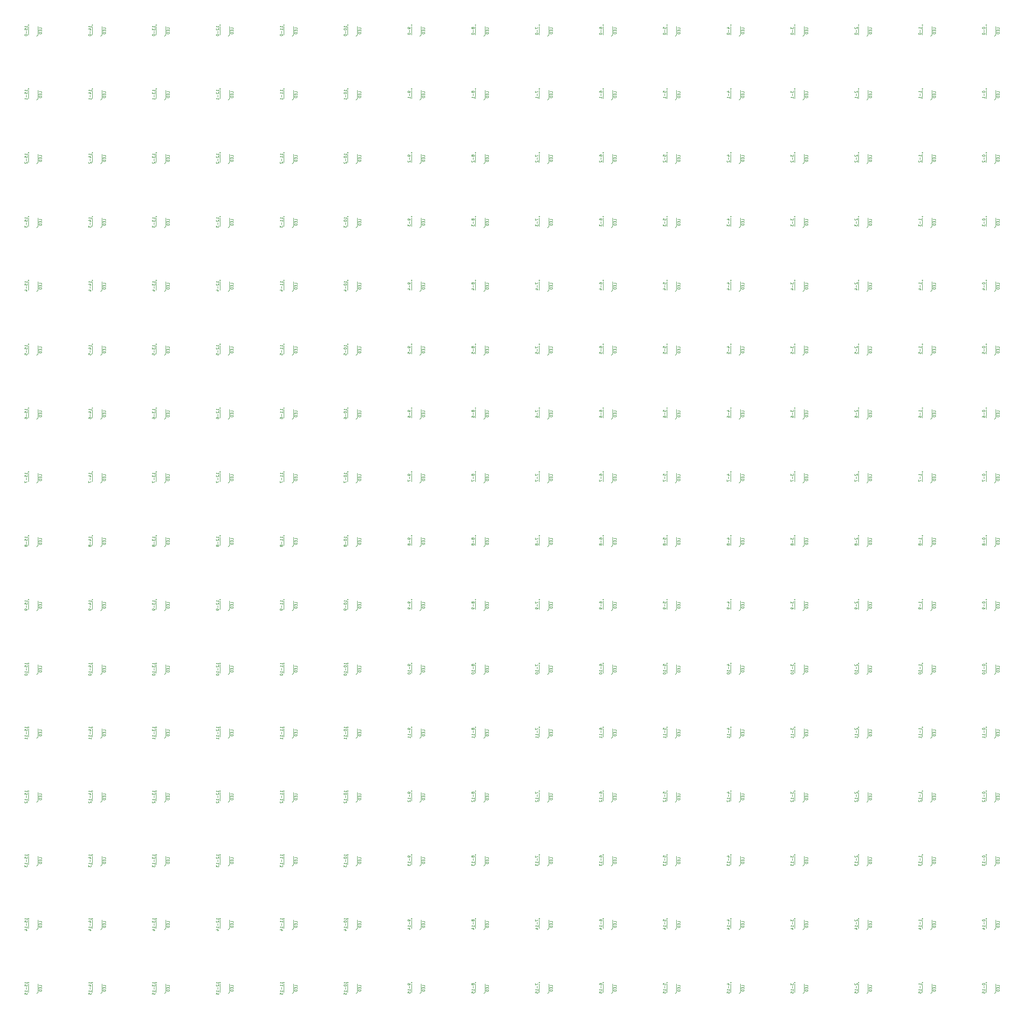
<source format=gbo>
G04 #@! TF.FileFunction,Legend,Bot*
%FSLAX46Y46*%
G04 Gerber Fmt 4.6, Leading zero omitted, Abs format (unit mm)*
G04 Created by KiCad (PCBNEW (2015-01-16 BZR 5376)-product) date 07/14/15 18:55:14*
%MOMM*%
G01*
G04 APERTURE LIST*
%ADD10C,0.100000*%
%ADD11C,0.150000*%
G04 APERTURE END LIST*
D10*
D11*
X397598000Y-41079800D02*
X397098000Y-41579800D01*
X393998000Y-37579800D02*
X393998000Y-37179800D01*
X393798000Y-37379800D02*
X394198000Y-37379800D01*
X397598000Y-41079800D02*
X397598000Y-37879800D01*
X393998000Y-37879800D02*
X393998000Y-41079800D01*
X397598000Y-65067600D02*
X397098000Y-65567600D01*
X393998000Y-61567600D02*
X393998000Y-61167600D01*
X393798000Y-61367600D02*
X394198000Y-61367600D01*
X397598000Y-65067600D02*
X397598000Y-61867600D01*
X393998000Y-61867600D02*
X393998000Y-65067600D01*
X397598000Y-89055300D02*
X397098000Y-89555300D01*
X393998000Y-85555300D02*
X393998000Y-85155300D01*
X393798000Y-85355300D02*
X394198000Y-85355300D01*
X397598000Y-89055300D02*
X397598000Y-85855300D01*
X393998000Y-85855300D02*
X393998000Y-89055300D01*
X397598000Y-113043000D02*
X397098000Y-113543000D01*
X393998000Y-109543000D02*
X393998000Y-109143000D01*
X393798000Y-109343000D02*
X394198000Y-109343000D01*
X397598000Y-113043000D02*
X397598000Y-109843000D01*
X393998000Y-109843000D02*
X393998000Y-113043000D01*
X397598000Y-137031000D02*
X397098000Y-137531000D01*
X393998000Y-133531000D02*
X393998000Y-133131000D01*
X393798000Y-133331000D02*
X394198000Y-133331000D01*
X397598000Y-137031000D02*
X397598000Y-133831000D01*
X393998000Y-133831000D02*
X393998000Y-137031000D01*
X397598000Y-161018000D02*
X397098000Y-161518000D01*
X393998000Y-157518000D02*
X393998000Y-157118000D01*
X393798000Y-157318000D02*
X394198000Y-157318000D01*
X397598000Y-161018000D02*
X397598000Y-157818000D01*
X393998000Y-157818000D02*
X393998000Y-161018000D01*
X397598000Y-185006000D02*
X397098000Y-185506000D01*
X393998000Y-181506000D02*
X393998000Y-181106000D01*
X393798000Y-181306000D02*
X394198000Y-181306000D01*
X397598000Y-185006000D02*
X397598000Y-181806000D01*
X393998000Y-181806000D02*
X393998000Y-185006000D01*
X397598000Y-208994000D02*
X397098000Y-209494000D01*
X393998000Y-205494000D02*
X393998000Y-205094000D01*
X393798000Y-205294000D02*
X394198000Y-205294000D01*
X397598000Y-208994000D02*
X397598000Y-205794000D01*
X393998000Y-205794000D02*
X393998000Y-208994000D01*
X397598000Y-232982000D02*
X397098000Y-233482000D01*
X393998000Y-229482000D02*
X393998000Y-229082000D01*
X393798000Y-229282000D02*
X394198000Y-229282000D01*
X397598000Y-232982000D02*
X397598000Y-229782000D01*
X393998000Y-229782000D02*
X393998000Y-232982000D01*
X397598000Y-256970000D02*
X397098000Y-257470000D01*
X393998000Y-253470000D02*
X393998000Y-253070000D01*
X393798000Y-253270000D02*
X394198000Y-253270000D01*
X397598000Y-256970000D02*
X397598000Y-253770000D01*
X393998000Y-253770000D02*
X393998000Y-256970000D01*
X397598000Y-280957000D02*
X397098000Y-281457000D01*
X393998000Y-277457000D02*
X393998000Y-277057000D01*
X393798000Y-277257000D02*
X394198000Y-277257000D01*
X397598000Y-280957000D02*
X397598000Y-277757000D01*
X393998000Y-277757000D02*
X393998000Y-280957000D01*
X397598000Y-304945000D02*
X397098000Y-305445000D01*
X393998000Y-301445000D02*
X393998000Y-301045000D01*
X393798000Y-301245000D02*
X394198000Y-301245000D01*
X397598000Y-304945000D02*
X397598000Y-301745000D01*
X393998000Y-301745000D02*
X393998000Y-304945000D01*
X397598000Y-328933000D02*
X397098000Y-329433000D01*
X393998000Y-325433000D02*
X393998000Y-325033000D01*
X393798000Y-325233000D02*
X394198000Y-325233000D01*
X397598000Y-328933000D02*
X397598000Y-325733000D01*
X393998000Y-325733000D02*
X393998000Y-328933000D01*
X397598000Y-352921000D02*
X397098000Y-353421000D01*
X393998000Y-349421000D02*
X393998000Y-349021000D01*
X393798000Y-349221000D02*
X394198000Y-349221000D01*
X397598000Y-352921000D02*
X397598000Y-349721000D01*
X393998000Y-349721000D02*
X393998000Y-352921000D01*
X397598000Y-376908000D02*
X397098000Y-377408000D01*
X393998000Y-373408000D02*
X393998000Y-373008000D01*
X393798000Y-373208000D02*
X394198000Y-373208000D01*
X397598000Y-376908000D02*
X397598000Y-373708000D01*
X393998000Y-373708000D02*
X393998000Y-376908000D01*
X397598000Y-400896000D02*
X397098000Y-401396000D01*
X393998000Y-397396000D02*
X393998000Y-396996000D01*
X393798000Y-397196000D02*
X394198000Y-397196000D01*
X397598000Y-400896000D02*
X397598000Y-397696000D01*
X393998000Y-397696000D02*
X393998000Y-400896000D01*
X373610000Y-41079800D02*
X373110000Y-41579800D01*
X370010000Y-37579800D02*
X370010000Y-37179800D01*
X369810000Y-37379800D02*
X370210000Y-37379800D01*
X373610000Y-41079800D02*
X373610000Y-37879800D01*
X370010000Y-37879800D02*
X370010000Y-41079800D01*
X373610000Y-65067600D02*
X373110000Y-65567600D01*
X370010000Y-61567600D02*
X370010000Y-61167600D01*
X369810000Y-61367600D02*
X370210000Y-61367600D01*
X373610000Y-65067600D02*
X373610000Y-61867600D01*
X370010000Y-61867600D02*
X370010000Y-65067600D01*
X373610000Y-89055300D02*
X373110000Y-89555300D01*
X370010000Y-85555300D02*
X370010000Y-85155300D01*
X369810000Y-85355300D02*
X370210000Y-85355300D01*
X373610000Y-89055300D02*
X373610000Y-85855300D01*
X370010000Y-85855300D02*
X370010000Y-89055300D01*
X373610000Y-113043000D02*
X373110000Y-113543000D01*
X370010000Y-109543000D02*
X370010000Y-109143000D01*
X369810000Y-109343000D02*
X370210000Y-109343000D01*
X373610000Y-113043000D02*
X373610000Y-109843000D01*
X370010000Y-109843000D02*
X370010000Y-113043000D01*
X373610000Y-137031000D02*
X373110000Y-137531000D01*
X370010000Y-133531000D02*
X370010000Y-133131000D01*
X369810000Y-133331000D02*
X370210000Y-133331000D01*
X373610000Y-137031000D02*
X373610000Y-133831000D01*
X370010000Y-133831000D02*
X370010000Y-137031000D01*
X373610000Y-161018000D02*
X373110000Y-161518000D01*
X370010000Y-157518000D02*
X370010000Y-157118000D01*
X369810000Y-157318000D02*
X370210000Y-157318000D01*
X373610000Y-161018000D02*
X373610000Y-157818000D01*
X370010000Y-157818000D02*
X370010000Y-161018000D01*
X373610000Y-185006000D02*
X373110000Y-185506000D01*
X370010000Y-181506000D02*
X370010000Y-181106000D01*
X369810000Y-181306000D02*
X370210000Y-181306000D01*
X373610000Y-185006000D02*
X373610000Y-181806000D01*
X370010000Y-181806000D02*
X370010000Y-185006000D01*
X373610000Y-208994000D02*
X373110000Y-209494000D01*
X370010000Y-205494000D02*
X370010000Y-205094000D01*
X369810000Y-205294000D02*
X370210000Y-205294000D01*
X373610000Y-208994000D02*
X373610000Y-205794000D01*
X370010000Y-205794000D02*
X370010000Y-208994000D01*
X373610000Y-232982000D02*
X373110000Y-233482000D01*
X370010000Y-229482000D02*
X370010000Y-229082000D01*
X369810000Y-229282000D02*
X370210000Y-229282000D01*
X373610000Y-232982000D02*
X373610000Y-229782000D01*
X370010000Y-229782000D02*
X370010000Y-232982000D01*
X373610000Y-256970000D02*
X373110000Y-257470000D01*
X370010000Y-253470000D02*
X370010000Y-253070000D01*
X369810000Y-253270000D02*
X370210000Y-253270000D01*
X373610000Y-256970000D02*
X373610000Y-253770000D01*
X370010000Y-253770000D02*
X370010000Y-256970000D01*
X373610000Y-280957000D02*
X373110000Y-281457000D01*
X370010000Y-277457000D02*
X370010000Y-277057000D01*
X369810000Y-277257000D02*
X370210000Y-277257000D01*
X373610000Y-280957000D02*
X373610000Y-277757000D01*
X370010000Y-277757000D02*
X370010000Y-280957000D01*
X373610000Y-304945000D02*
X373110000Y-305445000D01*
X370010000Y-301445000D02*
X370010000Y-301045000D01*
X369810000Y-301245000D02*
X370210000Y-301245000D01*
X373610000Y-304945000D02*
X373610000Y-301745000D01*
X370010000Y-301745000D02*
X370010000Y-304945000D01*
X373610000Y-328933000D02*
X373110000Y-329433000D01*
X370010000Y-325433000D02*
X370010000Y-325033000D01*
X369810000Y-325233000D02*
X370210000Y-325233000D01*
X373610000Y-328933000D02*
X373610000Y-325733000D01*
X370010000Y-325733000D02*
X370010000Y-328933000D01*
X373610000Y-352921000D02*
X373110000Y-353421000D01*
X370010000Y-349421000D02*
X370010000Y-349021000D01*
X369810000Y-349221000D02*
X370210000Y-349221000D01*
X373610000Y-352921000D02*
X373610000Y-349721000D01*
X370010000Y-349721000D02*
X370010000Y-352921000D01*
X373610000Y-376908000D02*
X373110000Y-377408000D01*
X370010000Y-373408000D02*
X370010000Y-373008000D01*
X369810000Y-373208000D02*
X370210000Y-373208000D01*
X373610000Y-376908000D02*
X373610000Y-373708000D01*
X370010000Y-373708000D02*
X370010000Y-376908000D01*
X373610000Y-400896000D02*
X373110000Y-401396000D01*
X370010000Y-397396000D02*
X370010000Y-396996000D01*
X369810000Y-397196000D02*
X370210000Y-397196000D01*
X373610000Y-400896000D02*
X373610000Y-397696000D01*
X370010000Y-397696000D02*
X370010000Y-400896000D01*
X349623000Y-41079800D02*
X349123000Y-41579800D01*
X346023000Y-37579800D02*
X346023000Y-37179800D01*
X345823000Y-37379800D02*
X346223000Y-37379800D01*
X349623000Y-41079800D02*
X349623000Y-37879800D01*
X346023000Y-37879800D02*
X346023000Y-41079800D01*
X349623000Y-65067600D02*
X349123000Y-65567600D01*
X346023000Y-61567600D02*
X346023000Y-61167600D01*
X345823000Y-61367600D02*
X346223000Y-61367600D01*
X349623000Y-65067600D02*
X349623000Y-61867600D01*
X346023000Y-61867600D02*
X346023000Y-65067600D01*
X349623000Y-89055300D02*
X349123000Y-89555300D01*
X346023000Y-85555300D02*
X346023000Y-85155300D01*
X345823000Y-85355300D02*
X346223000Y-85355300D01*
X349623000Y-89055300D02*
X349623000Y-85855300D01*
X346023000Y-85855300D02*
X346023000Y-89055300D01*
X349623000Y-113043000D02*
X349123000Y-113543000D01*
X346023000Y-109543000D02*
X346023000Y-109143000D01*
X345823000Y-109343000D02*
X346223000Y-109343000D01*
X349623000Y-113043000D02*
X349623000Y-109843000D01*
X346023000Y-109843000D02*
X346023000Y-113043000D01*
X349623000Y-137031000D02*
X349123000Y-137531000D01*
X346023000Y-133531000D02*
X346023000Y-133131000D01*
X345823000Y-133331000D02*
X346223000Y-133331000D01*
X349623000Y-137031000D02*
X349623000Y-133831000D01*
X346023000Y-133831000D02*
X346023000Y-137031000D01*
X349623000Y-161018000D02*
X349123000Y-161518000D01*
X346023000Y-157518000D02*
X346023000Y-157118000D01*
X345823000Y-157318000D02*
X346223000Y-157318000D01*
X349623000Y-161018000D02*
X349623000Y-157818000D01*
X346023000Y-157818000D02*
X346023000Y-161018000D01*
X349623000Y-185006000D02*
X349123000Y-185506000D01*
X346023000Y-181506000D02*
X346023000Y-181106000D01*
X345823000Y-181306000D02*
X346223000Y-181306000D01*
X349623000Y-185006000D02*
X349623000Y-181806000D01*
X346023000Y-181806000D02*
X346023000Y-185006000D01*
X349623000Y-208994000D02*
X349123000Y-209494000D01*
X346023000Y-205494000D02*
X346023000Y-205094000D01*
X345823000Y-205294000D02*
X346223000Y-205294000D01*
X349623000Y-208994000D02*
X349623000Y-205794000D01*
X346023000Y-205794000D02*
X346023000Y-208994000D01*
X349623000Y-232982000D02*
X349123000Y-233482000D01*
X346023000Y-229482000D02*
X346023000Y-229082000D01*
X345823000Y-229282000D02*
X346223000Y-229282000D01*
X349623000Y-232982000D02*
X349623000Y-229782000D01*
X346023000Y-229782000D02*
X346023000Y-232982000D01*
X349623000Y-256970000D02*
X349123000Y-257470000D01*
X346023000Y-253470000D02*
X346023000Y-253070000D01*
X345823000Y-253270000D02*
X346223000Y-253270000D01*
X349623000Y-256970000D02*
X349623000Y-253770000D01*
X346023000Y-253770000D02*
X346023000Y-256970000D01*
X349623000Y-280957000D02*
X349123000Y-281457000D01*
X346023000Y-277457000D02*
X346023000Y-277057000D01*
X345823000Y-277257000D02*
X346223000Y-277257000D01*
X349623000Y-280957000D02*
X349623000Y-277757000D01*
X346023000Y-277757000D02*
X346023000Y-280957000D01*
X349623000Y-304945000D02*
X349123000Y-305445000D01*
X346023000Y-301445000D02*
X346023000Y-301045000D01*
X345823000Y-301245000D02*
X346223000Y-301245000D01*
X349623000Y-304945000D02*
X349623000Y-301745000D01*
X346023000Y-301745000D02*
X346023000Y-304945000D01*
X349623000Y-328933000D02*
X349123000Y-329433000D01*
X346023000Y-325433000D02*
X346023000Y-325033000D01*
X345823000Y-325233000D02*
X346223000Y-325233000D01*
X349623000Y-328933000D02*
X349623000Y-325733000D01*
X346023000Y-325733000D02*
X346023000Y-328933000D01*
X349623000Y-352921000D02*
X349123000Y-353421000D01*
X346023000Y-349421000D02*
X346023000Y-349021000D01*
X345823000Y-349221000D02*
X346223000Y-349221000D01*
X349623000Y-352921000D02*
X349623000Y-349721000D01*
X346023000Y-349721000D02*
X346023000Y-352921000D01*
X349623000Y-376908000D02*
X349123000Y-377408000D01*
X346023000Y-373408000D02*
X346023000Y-373008000D01*
X345823000Y-373208000D02*
X346223000Y-373208000D01*
X349623000Y-376908000D02*
X349623000Y-373708000D01*
X346023000Y-373708000D02*
X346023000Y-376908000D01*
X349623000Y-400896000D02*
X349123000Y-401396000D01*
X346023000Y-397396000D02*
X346023000Y-396996000D01*
X345823000Y-397196000D02*
X346223000Y-397196000D01*
X349623000Y-400896000D02*
X349623000Y-397696000D01*
X346023000Y-397696000D02*
X346023000Y-400896000D01*
X325635000Y-41079800D02*
X325135000Y-41579800D01*
X322035000Y-37579800D02*
X322035000Y-37179800D01*
X321835000Y-37379800D02*
X322235000Y-37379800D01*
X325635000Y-41079800D02*
X325635000Y-37879800D01*
X322035000Y-37879800D02*
X322035000Y-41079800D01*
X325635000Y-65067600D02*
X325135000Y-65567600D01*
X322035000Y-61567600D02*
X322035000Y-61167600D01*
X321835000Y-61367600D02*
X322235000Y-61367600D01*
X325635000Y-65067600D02*
X325635000Y-61867600D01*
X322035000Y-61867600D02*
X322035000Y-65067600D01*
X325635000Y-89055300D02*
X325135000Y-89555300D01*
X322035000Y-85555300D02*
X322035000Y-85155300D01*
X321835000Y-85355300D02*
X322235000Y-85355300D01*
X325635000Y-89055300D02*
X325635000Y-85855300D01*
X322035000Y-85855300D02*
X322035000Y-89055300D01*
X325635000Y-113043000D02*
X325135000Y-113543000D01*
X322035000Y-109543000D02*
X322035000Y-109143000D01*
X321835000Y-109343000D02*
X322235000Y-109343000D01*
X325635000Y-113043000D02*
X325635000Y-109843000D01*
X322035000Y-109843000D02*
X322035000Y-113043000D01*
X325635000Y-137031000D02*
X325135000Y-137531000D01*
X322035000Y-133531000D02*
X322035000Y-133131000D01*
X321835000Y-133331000D02*
X322235000Y-133331000D01*
X325635000Y-137031000D02*
X325635000Y-133831000D01*
X322035000Y-133831000D02*
X322035000Y-137031000D01*
X325635000Y-161018000D02*
X325135000Y-161518000D01*
X322035000Y-157518000D02*
X322035000Y-157118000D01*
X321835000Y-157318000D02*
X322235000Y-157318000D01*
X325635000Y-161018000D02*
X325635000Y-157818000D01*
X322035000Y-157818000D02*
X322035000Y-161018000D01*
X325635000Y-185006000D02*
X325135000Y-185506000D01*
X322035000Y-181506000D02*
X322035000Y-181106000D01*
X321835000Y-181306000D02*
X322235000Y-181306000D01*
X325635000Y-185006000D02*
X325635000Y-181806000D01*
X322035000Y-181806000D02*
X322035000Y-185006000D01*
X325635000Y-208994000D02*
X325135000Y-209494000D01*
X322035000Y-205494000D02*
X322035000Y-205094000D01*
X321835000Y-205294000D02*
X322235000Y-205294000D01*
X325635000Y-208994000D02*
X325635000Y-205794000D01*
X322035000Y-205794000D02*
X322035000Y-208994000D01*
X325635000Y-232982000D02*
X325135000Y-233482000D01*
X322035000Y-229482000D02*
X322035000Y-229082000D01*
X321835000Y-229282000D02*
X322235000Y-229282000D01*
X325635000Y-232982000D02*
X325635000Y-229782000D01*
X322035000Y-229782000D02*
X322035000Y-232982000D01*
X325635000Y-256970000D02*
X325135000Y-257470000D01*
X322035000Y-253470000D02*
X322035000Y-253070000D01*
X321835000Y-253270000D02*
X322235000Y-253270000D01*
X325635000Y-256970000D02*
X325635000Y-253770000D01*
X322035000Y-253770000D02*
X322035000Y-256970000D01*
X325635000Y-280957000D02*
X325135000Y-281457000D01*
X322035000Y-277457000D02*
X322035000Y-277057000D01*
X321835000Y-277257000D02*
X322235000Y-277257000D01*
X325635000Y-280957000D02*
X325635000Y-277757000D01*
X322035000Y-277757000D02*
X322035000Y-280957000D01*
X325635000Y-304945000D02*
X325135000Y-305445000D01*
X322035000Y-301445000D02*
X322035000Y-301045000D01*
X321835000Y-301245000D02*
X322235000Y-301245000D01*
X325635000Y-304945000D02*
X325635000Y-301745000D01*
X322035000Y-301745000D02*
X322035000Y-304945000D01*
X325635000Y-328933000D02*
X325135000Y-329433000D01*
X322035000Y-325433000D02*
X322035000Y-325033000D01*
X321835000Y-325233000D02*
X322235000Y-325233000D01*
X325635000Y-328933000D02*
X325635000Y-325733000D01*
X322035000Y-325733000D02*
X322035000Y-328933000D01*
X325635000Y-352921000D02*
X325135000Y-353421000D01*
X322035000Y-349421000D02*
X322035000Y-349021000D01*
X321835000Y-349221000D02*
X322235000Y-349221000D01*
X325635000Y-352921000D02*
X325635000Y-349721000D01*
X322035000Y-349721000D02*
X322035000Y-352921000D01*
X325635000Y-376908000D02*
X325135000Y-377408000D01*
X322035000Y-373408000D02*
X322035000Y-373008000D01*
X321835000Y-373208000D02*
X322235000Y-373208000D01*
X325635000Y-376908000D02*
X325635000Y-373708000D01*
X322035000Y-373708000D02*
X322035000Y-376908000D01*
X325635000Y-400896000D02*
X325135000Y-401396000D01*
X322035000Y-397396000D02*
X322035000Y-396996000D01*
X321835000Y-397196000D02*
X322235000Y-397196000D01*
X325635000Y-400896000D02*
X325635000Y-397696000D01*
X322035000Y-397696000D02*
X322035000Y-400896000D01*
X301647000Y-41079800D02*
X301147000Y-41579800D01*
X298047000Y-37579800D02*
X298047000Y-37179800D01*
X297847000Y-37379800D02*
X298247000Y-37379800D01*
X301647000Y-41079800D02*
X301647000Y-37879800D01*
X298047000Y-37879800D02*
X298047000Y-41079800D01*
X301647000Y-65067600D02*
X301147000Y-65567600D01*
X298047000Y-61567600D02*
X298047000Y-61167600D01*
X297847000Y-61367600D02*
X298247000Y-61367600D01*
X301647000Y-65067600D02*
X301647000Y-61867600D01*
X298047000Y-61867600D02*
X298047000Y-65067600D01*
X301647000Y-89055300D02*
X301147000Y-89555300D01*
X298047000Y-85555300D02*
X298047000Y-85155300D01*
X297847000Y-85355300D02*
X298247000Y-85355300D01*
X301647000Y-89055300D02*
X301647000Y-85855300D01*
X298047000Y-85855300D02*
X298047000Y-89055300D01*
X301647000Y-113043000D02*
X301147000Y-113543000D01*
X298047000Y-109543000D02*
X298047000Y-109143000D01*
X297847000Y-109343000D02*
X298247000Y-109343000D01*
X301647000Y-113043000D02*
X301647000Y-109843000D01*
X298047000Y-109843000D02*
X298047000Y-113043000D01*
X301647000Y-137031000D02*
X301147000Y-137531000D01*
X298047000Y-133531000D02*
X298047000Y-133131000D01*
X297847000Y-133331000D02*
X298247000Y-133331000D01*
X301647000Y-137031000D02*
X301647000Y-133831000D01*
X298047000Y-133831000D02*
X298047000Y-137031000D01*
X301647000Y-161018000D02*
X301147000Y-161518000D01*
X298047000Y-157518000D02*
X298047000Y-157118000D01*
X297847000Y-157318000D02*
X298247000Y-157318000D01*
X301647000Y-161018000D02*
X301647000Y-157818000D01*
X298047000Y-157818000D02*
X298047000Y-161018000D01*
X301647000Y-185006000D02*
X301147000Y-185506000D01*
X298047000Y-181506000D02*
X298047000Y-181106000D01*
X297847000Y-181306000D02*
X298247000Y-181306000D01*
X301647000Y-185006000D02*
X301647000Y-181806000D01*
X298047000Y-181806000D02*
X298047000Y-185006000D01*
X301647000Y-208994000D02*
X301147000Y-209494000D01*
X298047000Y-205494000D02*
X298047000Y-205094000D01*
X297847000Y-205294000D02*
X298247000Y-205294000D01*
X301647000Y-208994000D02*
X301647000Y-205794000D01*
X298047000Y-205794000D02*
X298047000Y-208994000D01*
X301647000Y-232982000D02*
X301147000Y-233482000D01*
X298047000Y-229482000D02*
X298047000Y-229082000D01*
X297847000Y-229282000D02*
X298247000Y-229282000D01*
X301647000Y-232982000D02*
X301647000Y-229782000D01*
X298047000Y-229782000D02*
X298047000Y-232982000D01*
X301647000Y-256970000D02*
X301147000Y-257470000D01*
X298047000Y-253470000D02*
X298047000Y-253070000D01*
X297847000Y-253270000D02*
X298247000Y-253270000D01*
X301647000Y-256970000D02*
X301647000Y-253770000D01*
X298047000Y-253770000D02*
X298047000Y-256970000D01*
X301647000Y-280957000D02*
X301147000Y-281457000D01*
X298047000Y-277457000D02*
X298047000Y-277057000D01*
X297847000Y-277257000D02*
X298247000Y-277257000D01*
X301647000Y-280957000D02*
X301647000Y-277757000D01*
X298047000Y-277757000D02*
X298047000Y-280957000D01*
X301647000Y-304945000D02*
X301147000Y-305445000D01*
X298047000Y-301445000D02*
X298047000Y-301045000D01*
X297847000Y-301245000D02*
X298247000Y-301245000D01*
X301647000Y-304945000D02*
X301647000Y-301745000D01*
X298047000Y-301745000D02*
X298047000Y-304945000D01*
X301647000Y-328933000D02*
X301147000Y-329433000D01*
X298047000Y-325433000D02*
X298047000Y-325033000D01*
X297847000Y-325233000D02*
X298247000Y-325233000D01*
X301647000Y-328933000D02*
X301647000Y-325733000D01*
X298047000Y-325733000D02*
X298047000Y-328933000D01*
X301647000Y-352921000D02*
X301147000Y-353421000D01*
X298047000Y-349421000D02*
X298047000Y-349021000D01*
X297847000Y-349221000D02*
X298247000Y-349221000D01*
X301647000Y-352921000D02*
X301647000Y-349721000D01*
X298047000Y-349721000D02*
X298047000Y-352921000D01*
X301647000Y-376908000D02*
X301147000Y-377408000D01*
X298047000Y-373408000D02*
X298047000Y-373008000D01*
X297847000Y-373208000D02*
X298247000Y-373208000D01*
X301647000Y-376908000D02*
X301647000Y-373708000D01*
X298047000Y-373708000D02*
X298047000Y-376908000D01*
X301647000Y-400896000D02*
X301147000Y-401396000D01*
X298047000Y-397396000D02*
X298047000Y-396996000D01*
X297847000Y-397196000D02*
X298247000Y-397196000D01*
X301647000Y-400896000D02*
X301647000Y-397696000D01*
X298047000Y-397696000D02*
X298047000Y-400896000D01*
X277659000Y-41079800D02*
X277159000Y-41579800D01*
X274059000Y-37579800D02*
X274059000Y-37179800D01*
X273859000Y-37379800D02*
X274259000Y-37379800D01*
X277659000Y-41079800D02*
X277659000Y-37879800D01*
X274059000Y-37879800D02*
X274059000Y-41079800D01*
X277659000Y-65067600D02*
X277159000Y-65567600D01*
X274059000Y-61567600D02*
X274059000Y-61167600D01*
X273859000Y-61367600D02*
X274259000Y-61367600D01*
X277659000Y-65067600D02*
X277659000Y-61867600D01*
X274059000Y-61867600D02*
X274059000Y-65067600D01*
X277659000Y-89055300D02*
X277159000Y-89555300D01*
X274059000Y-85555300D02*
X274059000Y-85155300D01*
X273859000Y-85355300D02*
X274259000Y-85355300D01*
X277659000Y-89055300D02*
X277659000Y-85855300D01*
X274059000Y-85855300D02*
X274059000Y-89055300D01*
X277659000Y-113043000D02*
X277159000Y-113543000D01*
X274059000Y-109543000D02*
X274059000Y-109143000D01*
X273859000Y-109343000D02*
X274259000Y-109343000D01*
X277659000Y-113043000D02*
X277659000Y-109843000D01*
X274059000Y-109843000D02*
X274059000Y-113043000D01*
X277659000Y-137031000D02*
X277159000Y-137531000D01*
X274059000Y-133531000D02*
X274059000Y-133131000D01*
X273859000Y-133331000D02*
X274259000Y-133331000D01*
X277659000Y-137031000D02*
X277659000Y-133831000D01*
X274059000Y-133831000D02*
X274059000Y-137031000D01*
X277659000Y-161018000D02*
X277159000Y-161518000D01*
X274059000Y-157518000D02*
X274059000Y-157118000D01*
X273859000Y-157318000D02*
X274259000Y-157318000D01*
X277659000Y-161018000D02*
X277659000Y-157818000D01*
X274059000Y-157818000D02*
X274059000Y-161018000D01*
X277659000Y-185006000D02*
X277159000Y-185506000D01*
X274059000Y-181506000D02*
X274059000Y-181106000D01*
X273859000Y-181306000D02*
X274259000Y-181306000D01*
X277659000Y-185006000D02*
X277659000Y-181806000D01*
X274059000Y-181806000D02*
X274059000Y-185006000D01*
X277659000Y-208994000D02*
X277159000Y-209494000D01*
X274059000Y-205494000D02*
X274059000Y-205094000D01*
X273859000Y-205294000D02*
X274259000Y-205294000D01*
X277659000Y-208994000D02*
X277659000Y-205794000D01*
X274059000Y-205794000D02*
X274059000Y-208994000D01*
X277659000Y-232982000D02*
X277159000Y-233482000D01*
X274059000Y-229482000D02*
X274059000Y-229082000D01*
X273859000Y-229282000D02*
X274259000Y-229282000D01*
X277659000Y-232982000D02*
X277659000Y-229782000D01*
X274059000Y-229782000D02*
X274059000Y-232982000D01*
X277659000Y-256970000D02*
X277159000Y-257470000D01*
X274059000Y-253470000D02*
X274059000Y-253070000D01*
X273859000Y-253270000D02*
X274259000Y-253270000D01*
X277659000Y-256970000D02*
X277659000Y-253770000D01*
X274059000Y-253770000D02*
X274059000Y-256970000D01*
X277659000Y-280957000D02*
X277159000Y-281457000D01*
X274059000Y-277457000D02*
X274059000Y-277057000D01*
X273859000Y-277257000D02*
X274259000Y-277257000D01*
X277659000Y-280957000D02*
X277659000Y-277757000D01*
X274059000Y-277757000D02*
X274059000Y-280957000D01*
X277659000Y-304945000D02*
X277159000Y-305445000D01*
X274059000Y-301445000D02*
X274059000Y-301045000D01*
X273859000Y-301245000D02*
X274259000Y-301245000D01*
X277659000Y-304945000D02*
X277659000Y-301745000D01*
X274059000Y-301745000D02*
X274059000Y-304945000D01*
X277659000Y-328933000D02*
X277159000Y-329433000D01*
X274059000Y-325433000D02*
X274059000Y-325033000D01*
X273859000Y-325233000D02*
X274259000Y-325233000D01*
X277659000Y-328933000D02*
X277659000Y-325733000D01*
X274059000Y-325733000D02*
X274059000Y-328933000D01*
X277659000Y-352921000D02*
X277159000Y-353421000D01*
X274059000Y-349421000D02*
X274059000Y-349021000D01*
X273859000Y-349221000D02*
X274259000Y-349221000D01*
X277659000Y-352921000D02*
X277659000Y-349721000D01*
X274059000Y-349721000D02*
X274059000Y-352921000D01*
X277659000Y-376908000D02*
X277159000Y-377408000D01*
X274059000Y-373408000D02*
X274059000Y-373008000D01*
X273859000Y-373208000D02*
X274259000Y-373208000D01*
X277659000Y-376908000D02*
X277659000Y-373708000D01*
X274059000Y-373708000D02*
X274059000Y-376908000D01*
X277659000Y-400896000D02*
X277159000Y-401396000D01*
X274059000Y-397396000D02*
X274059000Y-396996000D01*
X273859000Y-397196000D02*
X274259000Y-397196000D01*
X277659000Y-400896000D02*
X277659000Y-397696000D01*
X274059000Y-397696000D02*
X274059000Y-400896000D01*
X253671000Y-41079800D02*
X253171000Y-41579800D01*
X250071000Y-37579800D02*
X250071000Y-37179800D01*
X249871000Y-37379800D02*
X250271000Y-37379800D01*
X253671000Y-41079800D02*
X253671000Y-37879800D01*
X250071000Y-37879800D02*
X250071000Y-41079800D01*
X253671000Y-65067600D02*
X253171000Y-65567600D01*
X250071000Y-61567600D02*
X250071000Y-61167600D01*
X249871000Y-61367600D02*
X250271000Y-61367600D01*
X253671000Y-65067600D02*
X253671000Y-61867600D01*
X250071000Y-61867600D02*
X250071000Y-65067600D01*
X253671000Y-89055300D02*
X253171000Y-89555300D01*
X250071000Y-85555300D02*
X250071000Y-85155300D01*
X249871000Y-85355300D02*
X250271000Y-85355300D01*
X253671000Y-89055300D02*
X253671000Y-85855300D01*
X250071000Y-85855300D02*
X250071000Y-89055300D01*
X253671000Y-113043000D02*
X253171000Y-113543000D01*
X250071000Y-109543000D02*
X250071000Y-109143000D01*
X249871000Y-109343000D02*
X250271000Y-109343000D01*
X253671000Y-113043000D02*
X253671000Y-109843000D01*
X250071000Y-109843000D02*
X250071000Y-113043000D01*
X253671000Y-137031000D02*
X253171000Y-137531000D01*
X250071000Y-133531000D02*
X250071000Y-133131000D01*
X249871000Y-133331000D02*
X250271000Y-133331000D01*
X253671000Y-137031000D02*
X253671000Y-133831000D01*
X250071000Y-133831000D02*
X250071000Y-137031000D01*
X253671000Y-161018000D02*
X253171000Y-161518000D01*
X250071000Y-157518000D02*
X250071000Y-157118000D01*
X249871000Y-157318000D02*
X250271000Y-157318000D01*
X253671000Y-161018000D02*
X253671000Y-157818000D01*
X250071000Y-157818000D02*
X250071000Y-161018000D01*
X253671000Y-185006000D02*
X253171000Y-185506000D01*
X250071000Y-181506000D02*
X250071000Y-181106000D01*
X249871000Y-181306000D02*
X250271000Y-181306000D01*
X253671000Y-185006000D02*
X253671000Y-181806000D01*
X250071000Y-181806000D02*
X250071000Y-185006000D01*
X253671000Y-208994000D02*
X253171000Y-209494000D01*
X250071000Y-205494000D02*
X250071000Y-205094000D01*
X249871000Y-205294000D02*
X250271000Y-205294000D01*
X253671000Y-208994000D02*
X253671000Y-205794000D01*
X250071000Y-205794000D02*
X250071000Y-208994000D01*
X253671000Y-232982000D02*
X253171000Y-233482000D01*
X250071000Y-229482000D02*
X250071000Y-229082000D01*
X249871000Y-229282000D02*
X250271000Y-229282000D01*
X253671000Y-232982000D02*
X253671000Y-229782000D01*
X250071000Y-229782000D02*
X250071000Y-232982000D01*
X253671000Y-256970000D02*
X253171000Y-257470000D01*
X250071000Y-253470000D02*
X250071000Y-253070000D01*
X249871000Y-253270000D02*
X250271000Y-253270000D01*
X253671000Y-256970000D02*
X253671000Y-253770000D01*
X250071000Y-253770000D02*
X250071000Y-256970000D01*
X253671000Y-280957000D02*
X253171000Y-281457000D01*
X250071000Y-277457000D02*
X250071000Y-277057000D01*
X249871000Y-277257000D02*
X250271000Y-277257000D01*
X253671000Y-280957000D02*
X253671000Y-277757000D01*
X250071000Y-277757000D02*
X250071000Y-280957000D01*
X253671000Y-304945000D02*
X253171000Y-305445000D01*
X250071000Y-301445000D02*
X250071000Y-301045000D01*
X249871000Y-301245000D02*
X250271000Y-301245000D01*
X253671000Y-304945000D02*
X253671000Y-301745000D01*
X250071000Y-301745000D02*
X250071000Y-304945000D01*
X253671000Y-328933000D02*
X253171000Y-329433000D01*
X250071000Y-325433000D02*
X250071000Y-325033000D01*
X249871000Y-325233000D02*
X250271000Y-325233000D01*
X253671000Y-328933000D02*
X253671000Y-325733000D01*
X250071000Y-325733000D02*
X250071000Y-328933000D01*
X253671000Y-352921000D02*
X253171000Y-353421000D01*
X250071000Y-349421000D02*
X250071000Y-349021000D01*
X249871000Y-349221000D02*
X250271000Y-349221000D01*
X253671000Y-352921000D02*
X253671000Y-349721000D01*
X250071000Y-349721000D02*
X250071000Y-352921000D01*
X253671000Y-376908000D02*
X253171000Y-377408000D01*
X250071000Y-373408000D02*
X250071000Y-373008000D01*
X249871000Y-373208000D02*
X250271000Y-373208000D01*
X253671000Y-376908000D02*
X253671000Y-373708000D01*
X250071000Y-373708000D02*
X250071000Y-376908000D01*
X253671000Y-400896000D02*
X253171000Y-401396000D01*
X250071000Y-397396000D02*
X250071000Y-396996000D01*
X249871000Y-397196000D02*
X250271000Y-397196000D01*
X253671000Y-400896000D02*
X253671000Y-397696000D01*
X250071000Y-397696000D02*
X250071000Y-400896000D01*
X229684000Y-41079800D02*
X229184000Y-41579800D01*
X226084000Y-37579800D02*
X226084000Y-37179800D01*
X225884000Y-37379800D02*
X226284000Y-37379800D01*
X229684000Y-41079800D02*
X229684000Y-37879800D01*
X226084000Y-37879800D02*
X226084000Y-41079800D01*
X229684000Y-65067600D02*
X229184000Y-65567600D01*
X226084000Y-61567600D02*
X226084000Y-61167600D01*
X225884000Y-61367600D02*
X226284000Y-61367600D01*
X229684000Y-65067600D02*
X229684000Y-61867600D01*
X226084000Y-61867600D02*
X226084000Y-65067600D01*
X229684000Y-89055300D02*
X229184000Y-89555300D01*
X226084000Y-85555300D02*
X226084000Y-85155300D01*
X225884000Y-85355300D02*
X226284000Y-85355300D01*
X229684000Y-89055300D02*
X229684000Y-85855300D01*
X226084000Y-85855300D02*
X226084000Y-89055300D01*
X229684000Y-113043000D02*
X229184000Y-113543000D01*
X226084000Y-109543000D02*
X226084000Y-109143000D01*
X225884000Y-109343000D02*
X226284000Y-109343000D01*
X229684000Y-113043000D02*
X229684000Y-109843000D01*
X226084000Y-109843000D02*
X226084000Y-113043000D01*
X229684000Y-137031000D02*
X229184000Y-137531000D01*
X226084000Y-133531000D02*
X226084000Y-133131000D01*
X225884000Y-133331000D02*
X226284000Y-133331000D01*
X229684000Y-137031000D02*
X229684000Y-133831000D01*
X226084000Y-133831000D02*
X226084000Y-137031000D01*
X229684000Y-161018000D02*
X229184000Y-161518000D01*
X226084000Y-157518000D02*
X226084000Y-157118000D01*
X225884000Y-157318000D02*
X226284000Y-157318000D01*
X229684000Y-161018000D02*
X229684000Y-157818000D01*
X226084000Y-157818000D02*
X226084000Y-161018000D01*
X229684000Y-185006000D02*
X229184000Y-185506000D01*
X226084000Y-181506000D02*
X226084000Y-181106000D01*
X225884000Y-181306000D02*
X226284000Y-181306000D01*
X229684000Y-185006000D02*
X229684000Y-181806000D01*
X226084000Y-181806000D02*
X226084000Y-185006000D01*
X229684000Y-208994000D02*
X229184000Y-209494000D01*
X226084000Y-205494000D02*
X226084000Y-205094000D01*
X225884000Y-205294000D02*
X226284000Y-205294000D01*
X229684000Y-208994000D02*
X229684000Y-205794000D01*
X226084000Y-205794000D02*
X226084000Y-208994000D01*
X229684000Y-232982000D02*
X229184000Y-233482000D01*
X226084000Y-229482000D02*
X226084000Y-229082000D01*
X225884000Y-229282000D02*
X226284000Y-229282000D01*
X229684000Y-232982000D02*
X229684000Y-229782000D01*
X226084000Y-229782000D02*
X226084000Y-232982000D01*
X229684000Y-256970000D02*
X229184000Y-257470000D01*
X226084000Y-253470000D02*
X226084000Y-253070000D01*
X225884000Y-253270000D02*
X226284000Y-253270000D01*
X229684000Y-256970000D02*
X229684000Y-253770000D01*
X226084000Y-253770000D02*
X226084000Y-256970000D01*
X229684000Y-280957000D02*
X229184000Y-281457000D01*
X226084000Y-277457000D02*
X226084000Y-277057000D01*
X225884000Y-277257000D02*
X226284000Y-277257000D01*
X229684000Y-280957000D02*
X229684000Y-277757000D01*
X226084000Y-277757000D02*
X226084000Y-280957000D01*
X229684000Y-304945000D02*
X229184000Y-305445000D01*
X226084000Y-301445000D02*
X226084000Y-301045000D01*
X225884000Y-301245000D02*
X226284000Y-301245000D01*
X229684000Y-304945000D02*
X229684000Y-301745000D01*
X226084000Y-301745000D02*
X226084000Y-304945000D01*
X229684000Y-328933000D02*
X229184000Y-329433000D01*
X226084000Y-325433000D02*
X226084000Y-325033000D01*
X225884000Y-325233000D02*
X226284000Y-325233000D01*
X229684000Y-328933000D02*
X229684000Y-325733000D01*
X226084000Y-325733000D02*
X226084000Y-328933000D01*
X229684000Y-352921000D02*
X229184000Y-353421000D01*
X226084000Y-349421000D02*
X226084000Y-349021000D01*
X225884000Y-349221000D02*
X226284000Y-349221000D01*
X229684000Y-352921000D02*
X229684000Y-349721000D01*
X226084000Y-349721000D02*
X226084000Y-352921000D01*
X229684000Y-376908000D02*
X229184000Y-377408000D01*
X226084000Y-373408000D02*
X226084000Y-373008000D01*
X225884000Y-373208000D02*
X226284000Y-373208000D01*
X229684000Y-376908000D02*
X229684000Y-373708000D01*
X226084000Y-373708000D02*
X226084000Y-376908000D01*
X229684000Y-400896000D02*
X229184000Y-401396000D01*
X226084000Y-397396000D02*
X226084000Y-396996000D01*
X225884000Y-397196000D02*
X226284000Y-397196000D01*
X229684000Y-400896000D02*
X229684000Y-397696000D01*
X226084000Y-397696000D02*
X226084000Y-400896000D01*
X205696000Y-41079800D02*
X205196000Y-41579800D01*
X202096000Y-37579800D02*
X202096000Y-37179800D01*
X201896000Y-37379800D02*
X202296000Y-37379800D01*
X205696000Y-41079800D02*
X205696000Y-37879800D01*
X202096000Y-37879800D02*
X202096000Y-41079800D01*
X205696000Y-65067600D02*
X205196000Y-65567600D01*
X202096000Y-61567600D02*
X202096000Y-61167600D01*
X201896000Y-61367600D02*
X202296000Y-61367600D01*
X205696000Y-65067600D02*
X205696000Y-61867600D01*
X202096000Y-61867600D02*
X202096000Y-65067600D01*
X205696000Y-89055300D02*
X205196000Y-89555300D01*
X202096000Y-85555300D02*
X202096000Y-85155300D01*
X201896000Y-85355300D02*
X202296000Y-85355300D01*
X205696000Y-89055300D02*
X205696000Y-85855300D01*
X202096000Y-85855300D02*
X202096000Y-89055300D01*
X205696000Y-113043000D02*
X205196000Y-113543000D01*
X202096000Y-109543000D02*
X202096000Y-109143000D01*
X201896000Y-109343000D02*
X202296000Y-109343000D01*
X205696000Y-113043000D02*
X205696000Y-109843000D01*
X202096000Y-109843000D02*
X202096000Y-113043000D01*
X205696000Y-137031000D02*
X205196000Y-137531000D01*
X202096000Y-133531000D02*
X202096000Y-133131000D01*
X201896000Y-133331000D02*
X202296000Y-133331000D01*
X205696000Y-137031000D02*
X205696000Y-133831000D01*
X202096000Y-133831000D02*
X202096000Y-137031000D01*
X205696000Y-161019000D02*
X205196000Y-161519000D01*
X202096000Y-157519000D02*
X202096000Y-157119000D01*
X201896000Y-157319000D02*
X202296000Y-157319000D01*
X205696000Y-161019000D02*
X205696000Y-157819000D01*
X202096000Y-157819000D02*
X202096000Y-161019000D01*
X205696000Y-185006000D02*
X205196000Y-185506000D01*
X202096000Y-181506000D02*
X202096000Y-181106000D01*
X201896000Y-181306000D02*
X202296000Y-181306000D01*
X205696000Y-185006000D02*
X205696000Y-181806000D01*
X202096000Y-181806000D02*
X202096000Y-185006000D01*
X205696000Y-208994000D02*
X205196000Y-209494000D01*
X202096000Y-205494000D02*
X202096000Y-205094000D01*
X201896000Y-205294000D02*
X202296000Y-205294000D01*
X205696000Y-208994000D02*
X205696000Y-205794000D01*
X202096000Y-205794000D02*
X202096000Y-208994000D01*
X205696000Y-232982000D02*
X205196000Y-233482000D01*
X202096000Y-229482000D02*
X202096000Y-229082000D01*
X201896000Y-229282000D02*
X202296000Y-229282000D01*
X205696000Y-232982000D02*
X205696000Y-229782000D01*
X202096000Y-229782000D02*
X202096000Y-232982000D01*
X205696000Y-256970000D02*
X205196000Y-257470000D01*
X202096000Y-253470000D02*
X202096000Y-253070000D01*
X201896000Y-253270000D02*
X202296000Y-253270000D01*
X205696000Y-256970000D02*
X205696000Y-253770000D01*
X202096000Y-253770000D02*
X202096000Y-256970000D01*
X205696000Y-280957000D02*
X205196000Y-281457000D01*
X202096000Y-277457000D02*
X202096000Y-277057000D01*
X201896000Y-277257000D02*
X202296000Y-277257000D01*
X205696000Y-280957000D02*
X205696000Y-277757000D01*
X202096000Y-277757000D02*
X202096000Y-280957000D01*
X205696000Y-304945000D02*
X205196000Y-305445000D01*
X202096000Y-301445000D02*
X202096000Y-301045000D01*
X201896000Y-301245000D02*
X202296000Y-301245000D01*
X205696000Y-304945000D02*
X205696000Y-301745000D01*
X202096000Y-301745000D02*
X202096000Y-304945000D01*
X205696000Y-328933000D02*
X205196000Y-329433000D01*
X202096000Y-325433000D02*
X202096000Y-325033000D01*
X201896000Y-325233000D02*
X202296000Y-325233000D01*
X205696000Y-328933000D02*
X205696000Y-325733000D01*
X202096000Y-325733000D02*
X202096000Y-328933000D01*
X205696000Y-352921000D02*
X205196000Y-353421000D01*
X202096000Y-349421000D02*
X202096000Y-349021000D01*
X201896000Y-349221000D02*
X202296000Y-349221000D01*
X205696000Y-352921000D02*
X205696000Y-349721000D01*
X202096000Y-349721000D02*
X202096000Y-352921000D01*
X205696000Y-376908000D02*
X205196000Y-377408000D01*
X202096000Y-373408000D02*
X202096000Y-373008000D01*
X201896000Y-373208000D02*
X202296000Y-373208000D01*
X205696000Y-376908000D02*
X205696000Y-373708000D01*
X202096000Y-373708000D02*
X202096000Y-376908000D01*
X205696000Y-400896000D02*
X205196000Y-401396000D01*
X202096000Y-397396000D02*
X202096000Y-396996000D01*
X201896000Y-397196000D02*
X202296000Y-397196000D01*
X205696000Y-400896000D02*
X205696000Y-397696000D01*
X202096000Y-397696000D02*
X202096000Y-400896000D01*
X181708000Y-41079800D02*
X181208000Y-41579800D01*
X178108000Y-37579800D02*
X178108000Y-37179800D01*
X177908000Y-37379800D02*
X178308000Y-37379800D01*
X181708000Y-41079800D02*
X181708000Y-37879800D01*
X178108000Y-37879800D02*
X178108000Y-41079800D01*
X181708000Y-65067600D02*
X181208000Y-65567600D01*
X178108000Y-61567600D02*
X178108000Y-61167600D01*
X177908000Y-61367600D02*
X178308000Y-61367600D01*
X181708000Y-65067600D02*
X181708000Y-61867600D01*
X178108000Y-61867600D02*
X178108000Y-65067600D01*
X181708000Y-89055300D02*
X181208000Y-89555300D01*
X178108000Y-85555300D02*
X178108000Y-85155300D01*
X177908000Y-85355300D02*
X178308000Y-85355300D01*
X181708000Y-89055300D02*
X181708000Y-85855300D01*
X178108000Y-85855300D02*
X178108000Y-89055300D01*
X181708000Y-113043000D02*
X181208000Y-113543000D01*
X178108000Y-109543000D02*
X178108000Y-109143000D01*
X177908000Y-109343000D02*
X178308000Y-109343000D01*
X181708000Y-113043000D02*
X181708000Y-109843000D01*
X178108000Y-109843000D02*
X178108000Y-113043000D01*
X181708000Y-137031000D02*
X181208000Y-137531000D01*
X178108000Y-133531000D02*
X178108000Y-133131000D01*
X177908000Y-133331000D02*
X178308000Y-133331000D01*
X181708000Y-137031000D02*
X181708000Y-133831000D01*
X178108000Y-133831000D02*
X178108000Y-137031000D01*
X181708000Y-161019000D02*
X181208000Y-161519000D01*
X178108000Y-157519000D02*
X178108000Y-157119000D01*
X177908000Y-157319000D02*
X178308000Y-157319000D01*
X181708000Y-161019000D02*
X181708000Y-157819000D01*
X178108000Y-157819000D02*
X178108000Y-161019000D01*
X181708000Y-185006000D02*
X181208000Y-185506000D01*
X178108000Y-181506000D02*
X178108000Y-181106000D01*
X177908000Y-181306000D02*
X178308000Y-181306000D01*
X181708000Y-185006000D02*
X181708000Y-181806000D01*
X178108000Y-181806000D02*
X178108000Y-185006000D01*
X181708000Y-208994000D02*
X181208000Y-209494000D01*
X178108000Y-205494000D02*
X178108000Y-205094000D01*
X177908000Y-205294000D02*
X178308000Y-205294000D01*
X181708000Y-208994000D02*
X181708000Y-205794000D01*
X178108000Y-205794000D02*
X178108000Y-208994000D01*
X181708000Y-232982000D02*
X181208000Y-233482000D01*
X178108000Y-229482000D02*
X178108000Y-229082000D01*
X177908000Y-229282000D02*
X178308000Y-229282000D01*
X181708000Y-232982000D02*
X181708000Y-229782000D01*
X178108000Y-229782000D02*
X178108000Y-232982000D01*
X181708000Y-256970000D02*
X181208000Y-257470000D01*
X178108000Y-253470000D02*
X178108000Y-253070000D01*
X177908000Y-253270000D02*
X178308000Y-253270000D01*
X181708000Y-256970000D02*
X181708000Y-253770000D01*
X178108000Y-253770000D02*
X178108000Y-256970000D01*
X181708000Y-280957000D02*
X181208000Y-281457000D01*
X178108000Y-277457000D02*
X178108000Y-277057000D01*
X177908000Y-277257000D02*
X178308000Y-277257000D01*
X181708000Y-280957000D02*
X181708000Y-277757000D01*
X178108000Y-277757000D02*
X178108000Y-280957000D01*
X181708000Y-304945000D02*
X181208000Y-305445000D01*
X178108000Y-301445000D02*
X178108000Y-301045000D01*
X177908000Y-301245000D02*
X178308000Y-301245000D01*
X181708000Y-304945000D02*
X181708000Y-301745000D01*
X178108000Y-301745000D02*
X178108000Y-304945000D01*
X181708000Y-328933000D02*
X181208000Y-329433000D01*
X178108000Y-325433000D02*
X178108000Y-325033000D01*
X177908000Y-325233000D02*
X178308000Y-325233000D01*
X181708000Y-328933000D02*
X181708000Y-325733000D01*
X178108000Y-325733000D02*
X178108000Y-328933000D01*
X181708000Y-352921000D02*
X181208000Y-353421000D01*
X178108000Y-349421000D02*
X178108000Y-349021000D01*
X177908000Y-349221000D02*
X178308000Y-349221000D01*
X181708000Y-352921000D02*
X181708000Y-349721000D01*
X178108000Y-349721000D02*
X178108000Y-352921000D01*
X181708000Y-376908000D02*
X181208000Y-377408000D01*
X178108000Y-373408000D02*
X178108000Y-373008000D01*
X177908000Y-373208000D02*
X178308000Y-373208000D01*
X181708000Y-376908000D02*
X181708000Y-373708000D01*
X178108000Y-373708000D02*
X178108000Y-376908000D01*
X181708000Y-400896000D02*
X181208000Y-401396000D01*
X178108000Y-397396000D02*
X178108000Y-396996000D01*
X177908000Y-397196000D02*
X178308000Y-397196000D01*
X181708000Y-400896000D02*
X181708000Y-397696000D01*
X178108000Y-397696000D02*
X178108000Y-400896000D01*
X157720000Y-41079800D02*
X157220000Y-41579800D01*
X154120000Y-37579800D02*
X154120000Y-37179800D01*
X153920000Y-37379800D02*
X154320000Y-37379800D01*
X157720000Y-41079800D02*
X157720000Y-37879800D01*
X154120000Y-37879800D02*
X154120000Y-41079800D01*
X157720000Y-65067600D02*
X157220000Y-65567600D01*
X154120000Y-61567600D02*
X154120000Y-61167600D01*
X153920000Y-61367600D02*
X154320000Y-61367600D01*
X157720000Y-65067600D02*
X157720000Y-61867600D01*
X154120000Y-61867600D02*
X154120000Y-65067600D01*
X157720000Y-89055300D02*
X157220000Y-89555300D01*
X154120000Y-85555300D02*
X154120000Y-85155300D01*
X153920000Y-85355300D02*
X154320000Y-85355300D01*
X157720000Y-89055300D02*
X157720000Y-85855300D01*
X154120000Y-85855300D02*
X154120000Y-89055300D01*
X157720000Y-113043000D02*
X157220000Y-113543000D01*
X154120000Y-109543000D02*
X154120000Y-109143000D01*
X153920000Y-109343000D02*
X154320000Y-109343000D01*
X157720000Y-113043000D02*
X157720000Y-109843000D01*
X154120000Y-109843000D02*
X154120000Y-113043000D01*
X157720000Y-137031000D02*
X157220000Y-137531000D01*
X154120000Y-133531000D02*
X154120000Y-133131000D01*
X153920000Y-133331000D02*
X154320000Y-133331000D01*
X157720000Y-137031000D02*
X157720000Y-133831000D01*
X154120000Y-133831000D02*
X154120000Y-137031000D01*
X157720000Y-161019000D02*
X157220000Y-161519000D01*
X154120000Y-157519000D02*
X154120000Y-157119000D01*
X153920000Y-157319000D02*
X154320000Y-157319000D01*
X157720000Y-161019000D02*
X157720000Y-157819000D01*
X154120000Y-157819000D02*
X154120000Y-161019000D01*
X157720000Y-185006000D02*
X157220000Y-185506000D01*
X154120000Y-181506000D02*
X154120000Y-181106000D01*
X153920000Y-181306000D02*
X154320000Y-181306000D01*
X157720000Y-185006000D02*
X157720000Y-181806000D01*
X154120000Y-181806000D02*
X154120000Y-185006000D01*
X157720000Y-208994000D02*
X157220000Y-209494000D01*
X154120000Y-205494000D02*
X154120000Y-205094000D01*
X153920000Y-205294000D02*
X154320000Y-205294000D01*
X157720000Y-208994000D02*
X157720000Y-205794000D01*
X154120000Y-205794000D02*
X154120000Y-208994000D01*
X157720000Y-232982000D02*
X157220000Y-233482000D01*
X154120000Y-229482000D02*
X154120000Y-229082000D01*
X153920000Y-229282000D02*
X154320000Y-229282000D01*
X157720000Y-232982000D02*
X157720000Y-229782000D01*
X154120000Y-229782000D02*
X154120000Y-232982000D01*
X157720000Y-256970000D02*
X157220000Y-257470000D01*
X154120000Y-253470000D02*
X154120000Y-253070000D01*
X153920000Y-253270000D02*
X154320000Y-253270000D01*
X157720000Y-256970000D02*
X157720000Y-253770000D01*
X154120000Y-253770000D02*
X154120000Y-256970000D01*
X157720000Y-280957000D02*
X157220000Y-281457000D01*
X154120000Y-277457000D02*
X154120000Y-277057000D01*
X153920000Y-277257000D02*
X154320000Y-277257000D01*
X157720000Y-280957000D02*
X157720000Y-277757000D01*
X154120000Y-277757000D02*
X154120000Y-280957000D01*
X157720000Y-304945000D02*
X157220000Y-305445000D01*
X154120000Y-301445000D02*
X154120000Y-301045000D01*
X153920000Y-301245000D02*
X154320000Y-301245000D01*
X157720000Y-304945000D02*
X157720000Y-301745000D01*
X154120000Y-301745000D02*
X154120000Y-304945000D01*
X157720000Y-328933000D02*
X157220000Y-329433000D01*
X154120000Y-325433000D02*
X154120000Y-325033000D01*
X153920000Y-325233000D02*
X154320000Y-325233000D01*
X157720000Y-328933000D02*
X157720000Y-325733000D01*
X154120000Y-325733000D02*
X154120000Y-328933000D01*
X157720000Y-352921000D02*
X157220000Y-353421000D01*
X154120000Y-349421000D02*
X154120000Y-349021000D01*
X153920000Y-349221000D02*
X154320000Y-349221000D01*
X157720000Y-352921000D02*
X157720000Y-349721000D01*
X154120000Y-349721000D02*
X154120000Y-352921000D01*
X157720000Y-376908000D02*
X157220000Y-377408000D01*
X154120000Y-373408000D02*
X154120000Y-373008000D01*
X153920000Y-373208000D02*
X154320000Y-373208000D01*
X157720000Y-376908000D02*
X157720000Y-373708000D01*
X154120000Y-373708000D02*
X154120000Y-376908000D01*
X157720000Y-400896000D02*
X157220000Y-401396000D01*
X154120000Y-397396000D02*
X154120000Y-396996000D01*
X153920000Y-397196000D02*
X154320000Y-397196000D01*
X157720000Y-400896000D02*
X157720000Y-397696000D01*
X154120000Y-397696000D02*
X154120000Y-400896000D01*
X133733000Y-41079800D02*
X133233000Y-41579800D01*
X130133000Y-37579800D02*
X130133000Y-37179800D01*
X129933000Y-37379800D02*
X130333000Y-37379800D01*
X133733000Y-41079800D02*
X133733000Y-37879800D01*
X130133000Y-37879800D02*
X130133000Y-41079800D01*
X133733000Y-65067600D02*
X133233000Y-65567600D01*
X130133000Y-61567600D02*
X130133000Y-61167600D01*
X129933000Y-61367600D02*
X130333000Y-61367600D01*
X133733000Y-65067600D02*
X133733000Y-61867600D01*
X130133000Y-61867600D02*
X130133000Y-65067600D01*
X133733000Y-89055300D02*
X133233000Y-89555300D01*
X130133000Y-85555300D02*
X130133000Y-85155300D01*
X129933000Y-85355300D02*
X130333000Y-85355300D01*
X133733000Y-89055300D02*
X133733000Y-85855300D01*
X130133000Y-85855300D02*
X130133000Y-89055300D01*
X133733000Y-113043000D02*
X133233000Y-113543000D01*
X130133000Y-109543000D02*
X130133000Y-109143000D01*
X129933000Y-109343000D02*
X130333000Y-109343000D01*
X133733000Y-113043000D02*
X133733000Y-109843000D01*
X130133000Y-109843000D02*
X130133000Y-113043000D01*
X133733000Y-137031000D02*
X133233000Y-137531000D01*
X130133000Y-133531000D02*
X130133000Y-133131000D01*
X129933000Y-133331000D02*
X130333000Y-133331000D01*
X133733000Y-137031000D02*
X133733000Y-133831000D01*
X130133000Y-133831000D02*
X130133000Y-137031000D01*
X133733000Y-161019000D02*
X133233000Y-161519000D01*
X130133000Y-157519000D02*
X130133000Y-157119000D01*
X129933000Y-157319000D02*
X130333000Y-157319000D01*
X133733000Y-161019000D02*
X133733000Y-157819000D01*
X130133000Y-157819000D02*
X130133000Y-161019000D01*
X133733000Y-185006000D02*
X133233000Y-185506000D01*
X130133000Y-181506000D02*
X130133000Y-181106000D01*
X129933000Y-181306000D02*
X130333000Y-181306000D01*
X133733000Y-185006000D02*
X133733000Y-181806000D01*
X130133000Y-181806000D02*
X130133000Y-185006000D01*
X133733000Y-208994000D02*
X133233000Y-209494000D01*
X130133000Y-205494000D02*
X130133000Y-205094000D01*
X129933000Y-205294000D02*
X130333000Y-205294000D01*
X133733000Y-208994000D02*
X133733000Y-205794000D01*
X130133000Y-205794000D02*
X130133000Y-208994000D01*
X133733000Y-232982000D02*
X133233000Y-233482000D01*
X130133000Y-229482000D02*
X130133000Y-229082000D01*
X129933000Y-229282000D02*
X130333000Y-229282000D01*
X133733000Y-232982000D02*
X133733000Y-229782000D01*
X130133000Y-229782000D02*
X130133000Y-232982000D01*
X133733000Y-256970000D02*
X133233000Y-257470000D01*
X130133000Y-253470000D02*
X130133000Y-253070000D01*
X129933000Y-253270000D02*
X130333000Y-253270000D01*
X133733000Y-256970000D02*
X133733000Y-253770000D01*
X130133000Y-253770000D02*
X130133000Y-256970000D01*
X133733000Y-280957000D02*
X133233000Y-281457000D01*
X130133000Y-277457000D02*
X130133000Y-277057000D01*
X129933000Y-277257000D02*
X130333000Y-277257000D01*
X133733000Y-280957000D02*
X133733000Y-277757000D01*
X130133000Y-277757000D02*
X130133000Y-280957000D01*
X133733000Y-304945000D02*
X133233000Y-305445000D01*
X130133000Y-301445000D02*
X130133000Y-301045000D01*
X129933000Y-301245000D02*
X130333000Y-301245000D01*
X133733000Y-304945000D02*
X133733000Y-301745000D01*
X130133000Y-301745000D02*
X130133000Y-304945000D01*
X133733000Y-328933000D02*
X133233000Y-329433000D01*
X130133000Y-325433000D02*
X130133000Y-325033000D01*
X129933000Y-325233000D02*
X130333000Y-325233000D01*
X133733000Y-328933000D02*
X133733000Y-325733000D01*
X130133000Y-325733000D02*
X130133000Y-328933000D01*
X133733000Y-352921000D02*
X133233000Y-353421000D01*
X130133000Y-349421000D02*
X130133000Y-349021000D01*
X129933000Y-349221000D02*
X130333000Y-349221000D01*
X133733000Y-352921000D02*
X133733000Y-349721000D01*
X130133000Y-349721000D02*
X130133000Y-352921000D01*
X133733000Y-376908000D02*
X133233000Y-377408000D01*
X130133000Y-373408000D02*
X130133000Y-373008000D01*
X129933000Y-373208000D02*
X130333000Y-373208000D01*
X133733000Y-376908000D02*
X133733000Y-373708000D01*
X130133000Y-373708000D02*
X130133000Y-376908000D01*
X133733000Y-400896000D02*
X133233000Y-401396000D01*
X130133000Y-397396000D02*
X130133000Y-396996000D01*
X129933000Y-397196000D02*
X130333000Y-397196000D01*
X133733000Y-400896000D02*
X133733000Y-397696000D01*
X130133000Y-397696000D02*
X130133000Y-400896000D01*
X109745000Y-41079800D02*
X109245000Y-41579800D01*
X106145000Y-37579800D02*
X106145000Y-37179800D01*
X105945000Y-37379800D02*
X106345000Y-37379800D01*
X109745000Y-41079800D02*
X109745000Y-37879800D01*
X106145000Y-37879800D02*
X106145000Y-41079800D01*
X109745000Y-65067600D02*
X109245000Y-65567600D01*
X106145000Y-61567600D02*
X106145000Y-61167600D01*
X105945000Y-61367600D02*
X106345000Y-61367600D01*
X109745000Y-65067600D02*
X109745000Y-61867600D01*
X106145000Y-61867600D02*
X106145000Y-65067600D01*
X109745000Y-89055300D02*
X109245000Y-89555300D01*
X106145000Y-85555300D02*
X106145000Y-85155300D01*
X105945000Y-85355300D02*
X106345000Y-85355300D01*
X109745000Y-89055300D02*
X109745000Y-85855300D01*
X106145000Y-85855300D02*
X106145000Y-89055300D01*
X109745000Y-113043000D02*
X109245000Y-113543000D01*
X106145000Y-109543000D02*
X106145000Y-109143000D01*
X105945000Y-109343000D02*
X106345000Y-109343000D01*
X109745000Y-113043000D02*
X109745000Y-109843000D01*
X106145000Y-109843000D02*
X106145000Y-113043000D01*
X109745000Y-137031000D02*
X109245000Y-137531000D01*
X106145000Y-133531000D02*
X106145000Y-133131000D01*
X105945000Y-133331000D02*
X106345000Y-133331000D01*
X109745000Y-137031000D02*
X109745000Y-133831000D01*
X106145000Y-133831000D02*
X106145000Y-137031000D01*
X109745000Y-161019000D02*
X109245000Y-161519000D01*
X106145000Y-157519000D02*
X106145000Y-157119000D01*
X105945000Y-157319000D02*
X106345000Y-157319000D01*
X109745000Y-161019000D02*
X109745000Y-157819000D01*
X106145000Y-157819000D02*
X106145000Y-161019000D01*
X109745000Y-185006000D02*
X109245000Y-185506000D01*
X106145000Y-181506000D02*
X106145000Y-181106000D01*
X105945000Y-181306000D02*
X106345000Y-181306000D01*
X109745000Y-185006000D02*
X109745000Y-181806000D01*
X106145000Y-181806000D02*
X106145000Y-185006000D01*
X109745000Y-208994000D02*
X109245000Y-209494000D01*
X106145000Y-205494000D02*
X106145000Y-205094000D01*
X105945000Y-205294000D02*
X106345000Y-205294000D01*
X109745000Y-208994000D02*
X109745000Y-205794000D01*
X106145000Y-205794000D02*
X106145000Y-208994000D01*
X109745000Y-232982000D02*
X109245000Y-233482000D01*
X106145000Y-229482000D02*
X106145000Y-229082000D01*
X105945000Y-229282000D02*
X106345000Y-229282000D01*
X109745000Y-232982000D02*
X109745000Y-229782000D01*
X106145000Y-229782000D02*
X106145000Y-232982000D01*
X109745000Y-256970000D02*
X109245000Y-257470000D01*
X106145000Y-253470000D02*
X106145000Y-253070000D01*
X105945000Y-253270000D02*
X106345000Y-253270000D01*
X109745000Y-256970000D02*
X109745000Y-253770000D01*
X106145000Y-253770000D02*
X106145000Y-256970000D01*
X109745000Y-280957000D02*
X109245000Y-281457000D01*
X106145000Y-277457000D02*
X106145000Y-277057000D01*
X105945000Y-277257000D02*
X106345000Y-277257000D01*
X109745000Y-280957000D02*
X109745000Y-277757000D01*
X106145000Y-277757000D02*
X106145000Y-280957000D01*
X109745000Y-304945000D02*
X109245000Y-305445000D01*
X106145000Y-301445000D02*
X106145000Y-301045000D01*
X105945000Y-301245000D02*
X106345000Y-301245000D01*
X109745000Y-304945000D02*
X109745000Y-301745000D01*
X106145000Y-301745000D02*
X106145000Y-304945000D01*
X109745000Y-328933000D02*
X109245000Y-329433000D01*
X106145000Y-325433000D02*
X106145000Y-325033000D01*
X105945000Y-325233000D02*
X106345000Y-325233000D01*
X109745000Y-328933000D02*
X109745000Y-325733000D01*
X106145000Y-325733000D02*
X106145000Y-328933000D01*
X109745000Y-352921000D02*
X109245000Y-353421000D01*
X106145000Y-349421000D02*
X106145000Y-349021000D01*
X105945000Y-349221000D02*
X106345000Y-349221000D01*
X109745000Y-352921000D02*
X109745000Y-349721000D01*
X106145000Y-349721000D02*
X106145000Y-352921000D01*
X109745000Y-376908000D02*
X109245000Y-377408000D01*
X106145000Y-373408000D02*
X106145000Y-373008000D01*
X105945000Y-373208000D02*
X106345000Y-373208000D01*
X109745000Y-376908000D02*
X109745000Y-373708000D01*
X106145000Y-373708000D02*
X106145000Y-376908000D01*
X109745000Y-400896000D02*
X109245000Y-401396000D01*
X106145000Y-397396000D02*
X106145000Y-396996000D01*
X105945000Y-397196000D02*
X106345000Y-397196000D01*
X109745000Y-400896000D02*
X109745000Y-397696000D01*
X106145000Y-397696000D02*
X106145000Y-400896000D01*
X85757200Y-41079800D02*
X85257200Y-41579800D01*
X82157200Y-37579800D02*
X82157200Y-37179800D01*
X81957200Y-37379800D02*
X82357200Y-37379800D01*
X85757200Y-41079800D02*
X85757200Y-37879800D01*
X82157200Y-37879800D02*
X82157200Y-41079800D01*
X85757200Y-65067600D02*
X85257200Y-65567600D01*
X82157200Y-61567600D02*
X82157200Y-61167600D01*
X81957200Y-61367600D02*
X82357200Y-61367600D01*
X85757200Y-65067600D02*
X85757200Y-61867600D01*
X82157200Y-61867600D02*
X82157200Y-65067600D01*
X85757200Y-89055300D02*
X85257200Y-89555300D01*
X82157200Y-85555300D02*
X82157200Y-85155300D01*
X81957200Y-85355300D02*
X82357200Y-85355300D01*
X85757200Y-89055300D02*
X85757200Y-85855300D01*
X82157200Y-85855300D02*
X82157200Y-89055300D01*
X85757200Y-113043000D02*
X85257200Y-113543000D01*
X82157200Y-109543000D02*
X82157200Y-109143000D01*
X81957200Y-109343000D02*
X82357200Y-109343000D01*
X85757200Y-113043000D02*
X85757200Y-109843000D01*
X82157200Y-109843000D02*
X82157200Y-113043000D01*
X85757200Y-137031000D02*
X85257200Y-137531000D01*
X82157200Y-133531000D02*
X82157200Y-133131000D01*
X81957200Y-133331000D02*
X82357200Y-133331000D01*
X85757200Y-137031000D02*
X85757200Y-133831000D01*
X82157200Y-133831000D02*
X82157200Y-137031000D01*
X85757200Y-161019000D02*
X85257200Y-161519000D01*
X82157200Y-157519000D02*
X82157200Y-157119000D01*
X81957200Y-157319000D02*
X82357200Y-157319000D01*
X85757200Y-161019000D02*
X85757200Y-157819000D01*
X82157200Y-157819000D02*
X82157200Y-161019000D01*
X85757200Y-185006000D02*
X85257200Y-185506000D01*
X82157200Y-181506000D02*
X82157200Y-181106000D01*
X81957200Y-181306000D02*
X82357200Y-181306000D01*
X85757200Y-185006000D02*
X85757200Y-181806000D01*
X82157200Y-181806000D02*
X82157200Y-185006000D01*
X85757200Y-208994000D02*
X85257200Y-209494000D01*
X82157200Y-205494000D02*
X82157200Y-205094000D01*
X81957200Y-205294000D02*
X82357200Y-205294000D01*
X85757200Y-208994000D02*
X85757200Y-205794000D01*
X82157200Y-205794000D02*
X82157200Y-208994000D01*
X85757200Y-232982000D02*
X85257200Y-233482000D01*
X82157200Y-229482000D02*
X82157200Y-229082000D01*
X81957200Y-229282000D02*
X82357200Y-229282000D01*
X85757200Y-232982000D02*
X85757200Y-229782000D01*
X82157200Y-229782000D02*
X82157200Y-232982000D01*
X85757200Y-256970000D02*
X85257200Y-257470000D01*
X82157200Y-253470000D02*
X82157200Y-253070000D01*
X81957200Y-253270000D02*
X82357200Y-253270000D01*
X85757200Y-256970000D02*
X85757200Y-253770000D01*
X82157200Y-253770000D02*
X82157200Y-256970000D01*
X85757200Y-280957000D02*
X85257200Y-281457000D01*
X82157200Y-277457000D02*
X82157200Y-277057000D01*
X81957200Y-277257000D02*
X82357200Y-277257000D01*
X85757200Y-280957000D02*
X85757200Y-277757000D01*
X82157200Y-277757000D02*
X82157200Y-280957000D01*
X85757200Y-304945000D02*
X85257200Y-305445000D01*
X82157200Y-301445000D02*
X82157200Y-301045000D01*
X81957200Y-301245000D02*
X82357200Y-301245000D01*
X85757200Y-304945000D02*
X85757200Y-301745000D01*
X82157200Y-301745000D02*
X82157200Y-304945000D01*
X85757200Y-328933000D02*
X85257200Y-329433000D01*
X82157200Y-325433000D02*
X82157200Y-325033000D01*
X81957200Y-325233000D02*
X82357200Y-325233000D01*
X85757200Y-328933000D02*
X85757200Y-325733000D01*
X82157200Y-325733000D02*
X82157200Y-328933000D01*
X85757200Y-352921000D02*
X85257200Y-353421000D01*
X82157200Y-349421000D02*
X82157200Y-349021000D01*
X81957200Y-349221000D02*
X82357200Y-349221000D01*
X85757200Y-352921000D02*
X85757200Y-349721000D01*
X82157200Y-349721000D02*
X82157200Y-352921000D01*
X85757200Y-376908000D02*
X85257200Y-377408000D01*
X82157200Y-373408000D02*
X82157200Y-373008000D01*
X81957200Y-373208000D02*
X82357200Y-373208000D01*
X85757200Y-376908000D02*
X85757200Y-373708000D01*
X82157200Y-373708000D02*
X82157200Y-376908000D01*
X85757200Y-400896000D02*
X85257200Y-401396000D01*
X82157200Y-397396000D02*
X82157200Y-396996000D01*
X81957200Y-397196000D02*
X82357200Y-397196000D01*
X85757200Y-400896000D02*
X85757200Y-397696000D01*
X82157200Y-397696000D02*
X82157200Y-400896000D01*
X61769400Y-41079800D02*
X61269400Y-41579800D01*
X58169400Y-37579800D02*
X58169400Y-37179800D01*
X57969400Y-37379800D02*
X58369400Y-37379800D01*
X61769400Y-41079800D02*
X61769400Y-37879800D01*
X58169400Y-37879800D02*
X58169400Y-41079800D01*
X61769400Y-65067600D02*
X61269400Y-65567600D01*
X58169400Y-61567600D02*
X58169400Y-61167600D01*
X57969400Y-61367600D02*
X58369400Y-61367600D01*
X61769400Y-65067600D02*
X61769400Y-61867600D01*
X58169400Y-61867600D02*
X58169400Y-65067600D01*
X61769400Y-89055300D02*
X61269400Y-89555300D01*
X58169400Y-85555300D02*
X58169400Y-85155300D01*
X57969400Y-85355300D02*
X58369400Y-85355300D01*
X61769400Y-89055300D02*
X61769400Y-85855300D01*
X58169400Y-85855300D02*
X58169400Y-89055300D01*
X61769400Y-113043000D02*
X61269400Y-113543000D01*
X58169400Y-109543000D02*
X58169400Y-109143000D01*
X57969400Y-109343000D02*
X58369400Y-109343000D01*
X61769400Y-113043000D02*
X61769400Y-109843000D01*
X58169400Y-109843000D02*
X58169400Y-113043000D01*
X61769400Y-137031000D02*
X61269400Y-137531000D01*
X58169400Y-133531000D02*
X58169400Y-133131000D01*
X57969400Y-133331000D02*
X58369400Y-133331000D01*
X61769400Y-137031000D02*
X61769400Y-133831000D01*
X58169400Y-133831000D02*
X58169400Y-137031000D01*
X61769400Y-161019000D02*
X61269400Y-161519000D01*
X58169400Y-157519000D02*
X58169400Y-157119000D01*
X57969400Y-157319000D02*
X58369400Y-157319000D01*
X61769400Y-161019000D02*
X61769400Y-157819000D01*
X58169400Y-157819000D02*
X58169400Y-161019000D01*
X61769400Y-185006000D02*
X61269400Y-185506000D01*
X58169400Y-181506000D02*
X58169400Y-181106000D01*
X57969400Y-181306000D02*
X58369400Y-181306000D01*
X61769400Y-185006000D02*
X61769400Y-181806000D01*
X58169400Y-181806000D02*
X58169400Y-185006000D01*
X61769400Y-208994000D02*
X61269400Y-209494000D01*
X58169400Y-205494000D02*
X58169400Y-205094000D01*
X57969400Y-205294000D02*
X58369400Y-205294000D01*
X61769400Y-208994000D02*
X61769400Y-205794000D01*
X58169400Y-205794000D02*
X58169400Y-208994000D01*
X61769400Y-232982000D02*
X61269400Y-233482000D01*
X58169400Y-229482000D02*
X58169400Y-229082000D01*
X57969400Y-229282000D02*
X58369400Y-229282000D01*
X61769400Y-232982000D02*
X61769400Y-229782000D01*
X58169400Y-229782000D02*
X58169400Y-232982000D01*
X61769400Y-256970000D02*
X61269400Y-257470000D01*
X58169400Y-253470000D02*
X58169400Y-253070000D01*
X57969400Y-253270000D02*
X58369400Y-253270000D01*
X61769400Y-256970000D02*
X61769400Y-253770000D01*
X58169400Y-253770000D02*
X58169400Y-256970000D01*
X61769400Y-280957000D02*
X61269400Y-281457000D01*
X58169400Y-277457000D02*
X58169400Y-277057000D01*
X57969400Y-277257000D02*
X58369400Y-277257000D01*
X61769400Y-280957000D02*
X61769400Y-277757000D01*
X58169400Y-277757000D02*
X58169400Y-280957000D01*
X61769400Y-304945000D02*
X61269400Y-305445000D01*
X58169400Y-301445000D02*
X58169400Y-301045000D01*
X57969400Y-301245000D02*
X58369400Y-301245000D01*
X61769400Y-304945000D02*
X61769400Y-301745000D01*
X58169400Y-301745000D02*
X58169400Y-304945000D01*
X61769400Y-328933000D02*
X61269400Y-329433000D01*
X58169400Y-325433000D02*
X58169400Y-325033000D01*
X57969400Y-325233000D02*
X58369400Y-325233000D01*
X61769400Y-328933000D02*
X61769400Y-325733000D01*
X58169400Y-325733000D02*
X58169400Y-328933000D01*
X61769400Y-352921000D02*
X61269400Y-353421000D01*
X58169400Y-349421000D02*
X58169400Y-349021000D01*
X57969400Y-349221000D02*
X58369400Y-349221000D01*
X61769400Y-352921000D02*
X61769400Y-349721000D01*
X58169400Y-349721000D02*
X58169400Y-352921000D01*
X61769400Y-376908000D02*
X61269400Y-377408000D01*
X58169400Y-373408000D02*
X58169400Y-373008000D01*
X57969400Y-373208000D02*
X58369400Y-373208000D01*
X61769400Y-376908000D02*
X61769400Y-373708000D01*
X58169400Y-373708000D02*
X58169400Y-376908000D01*
X61769400Y-400896000D02*
X61269400Y-401396000D01*
X58169400Y-397396000D02*
X58169400Y-396996000D01*
X57969400Y-397196000D02*
X58369400Y-397196000D01*
X61769400Y-400896000D02*
X61769400Y-397696000D01*
X58169400Y-397696000D02*
X58169400Y-400896000D01*
X37781600Y-41079800D02*
X37281600Y-41579800D01*
X34181600Y-37579800D02*
X34181600Y-37179800D01*
X33981600Y-37379800D02*
X34381600Y-37379800D01*
X37781600Y-41079800D02*
X37781600Y-37879800D01*
X34181600Y-37879800D02*
X34181600Y-41079800D01*
X37781600Y-65067600D02*
X37281600Y-65567600D01*
X34181600Y-61567600D02*
X34181600Y-61167600D01*
X33981600Y-61367600D02*
X34381600Y-61367600D01*
X37781600Y-65067600D02*
X37781600Y-61867600D01*
X34181600Y-61867600D02*
X34181600Y-65067600D01*
X37781600Y-89055300D02*
X37281600Y-89555300D01*
X34181600Y-85555300D02*
X34181600Y-85155300D01*
X33981600Y-85355300D02*
X34381600Y-85355300D01*
X37781600Y-89055300D02*
X37781600Y-85855300D01*
X34181600Y-85855300D02*
X34181600Y-89055300D01*
X37781600Y-113043000D02*
X37281600Y-113543000D01*
X34181600Y-109543000D02*
X34181600Y-109143000D01*
X33981600Y-109343000D02*
X34381600Y-109343000D01*
X37781600Y-113043000D02*
X37781600Y-109843000D01*
X34181600Y-109843000D02*
X34181600Y-113043000D01*
X37781600Y-137031000D02*
X37281600Y-137531000D01*
X34181600Y-133531000D02*
X34181600Y-133131000D01*
X33981600Y-133331000D02*
X34381600Y-133331000D01*
X37781600Y-137031000D02*
X37781600Y-133831000D01*
X34181600Y-133831000D02*
X34181600Y-137031000D01*
X37781600Y-161019000D02*
X37281600Y-161519000D01*
X34181600Y-157519000D02*
X34181600Y-157119000D01*
X33981600Y-157319000D02*
X34381600Y-157319000D01*
X37781600Y-161019000D02*
X37781600Y-157819000D01*
X34181600Y-157819000D02*
X34181600Y-161019000D01*
X37781600Y-185006000D02*
X37281600Y-185506000D01*
X34181600Y-181506000D02*
X34181600Y-181106000D01*
X33981600Y-181306000D02*
X34381600Y-181306000D01*
X37781600Y-185006000D02*
X37781600Y-181806000D01*
X34181600Y-181806000D02*
X34181600Y-185006000D01*
X37781600Y-208994000D02*
X37281600Y-209494000D01*
X34181600Y-205494000D02*
X34181600Y-205094000D01*
X33981600Y-205294000D02*
X34381600Y-205294000D01*
X37781600Y-208994000D02*
X37781600Y-205794000D01*
X34181600Y-205794000D02*
X34181600Y-208994000D01*
X37781600Y-232982000D02*
X37281600Y-233482000D01*
X34181600Y-229482000D02*
X34181600Y-229082000D01*
X33981600Y-229282000D02*
X34381600Y-229282000D01*
X37781600Y-232982000D02*
X37781600Y-229782000D01*
X34181600Y-229782000D02*
X34181600Y-232982000D01*
X37781600Y-256970000D02*
X37281600Y-257470000D01*
X34181600Y-253470000D02*
X34181600Y-253070000D01*
X33981600Y-253270000D02*
X34381600Y-253270000D01*
X37781600Y-256970000D02*
X37781600Y-253770000D01*
X34181600Y-253770000D02*
X34181600Y-256970000D01*
X37781600Y-280957000D02*
X37281600Y-281457000D01*
X34181600Y-277457000D02*
X34181600Y-277057000D01*
X33981600Y-277257000D02*
X34381600Y-277257000D01*
X37781600Y-280957000D02*
X37781600Y-277757000D01*
X34181600Y-277757000D02*
X34181600Y-280957000D01*
X37781600Y-304945000D02*
X37281600Y-305445000D01*
X34181600Y-301445000D02*
X34181600Y-301045000D01*
X33981600Y-301245000D02*
X34381600Y-301245000D01*
X37781600Y-304945000D02*
X37781600Y-301745000D01*
X34181600Y-301745000D02*
X34181600Y-304945000D01*
X37781600Y-328933000D02*
X37281600Y-329433000D01*
X34181600Y-325433000D02*
X34181600Y-325033000D01*
X33981600Y-325233000D02*
X34381600Y-325233000D01*
X37781600Y-328933000D02*
X37781600Y-325733000D01*
X34181600Y-325733000D02*
X34181600Y-328933000D01*
X37781600Y-352921000D02*
X37281600Y-353421000D01*
X34181600Y-349421000D02*
X34181600Y-349021000D01*
X33981600Y-349221000D02*
X34381600Y-349221000D01*
X37781600Y-352921000D02*
X37781600Y-349721000D01*
X34181600Y-349721000D02*
X34181600Y-352921000D01*
X37781600Y-376908000D02*
X37281600Y-377408000D01*
X34181600Y-373408000D02*
X34181600Y-373008000D01*
X33981600Y-373208000D02*
X34381600Y-373208000D01*
X37781600Y-376908000D02*
X37781600Y-373708000D01*
X34181600Y-373708000D02*
X34181600Y-376908000D01*
X37781600Y-400896000D02*
X37281600Y-401396000D01*
X34181600Y-397396000D02*
X34181600Y-396996000D01*
X33981600Y-397196000D02*
X34381600Y-397196000D01*
X37781600Y-400896000D02*
X37781600Y-397696000D01*
X34181600Y-397696000D02*
X34181600Y-400896000D01*
X392550381Y-38436943D02*
X392550381Y-38532182D01*
X392598000Y-38627420D01*
X392645619Y-38675039D01*
X392740857Y-38722658D01*
X392931333Y-38770277D01*
X393169429Y-38770277D01*
X393359905Y-38722658D01*
X393455143Y-38675039D01*
X393502762Y-38627420D01*
X393550381Y-38532182D01*
X393550381Y-38436943D01*
X393502762Y-38341705D01*
X393455143Y-38294086D01*
X393359905Y-38246467D01*
X393169429Y-38198848D01*
X392931333Y-38198848D01*
X392740857Y-38246467D01*
X392645619Y-38294086D01*
X392598000Y-38341705D01*
X392550381Y-38436943D01*
X393169429Y-39198848D02*
X393169429Y-39960753D01*
X392550381Y-40627419D02*
X392550381Y-40722658D01*
X392598000Y-40817896D01*
X392645619Y-40865515D01*
X392740857Y-40913134D01*
X392931333Y-40960753D01*
X393169429Y-40960753D01*
X393359905Y-40913134D01*
X393455143Y-40865515D01*
X393502762Y-40817896D01*
X393550381Y-40722658D01*
X393550381Y-40627419D01*
X393502762Y-40532181D01*
X393455143Y-40484562D01*
X393359905Y-40436943D01*
X393169429Y-40389324D01*
X392931333Y-40389324D01*
X392740857Y-40436943D01*
X392645619Y-40484562D01*
X392598000Y-40532181D01*
X392550381Y-40627419D01*
X398950381Y-38936943D02*
X398950381Y-38460752D01*
X397950381Y-38460752D01*
X398426571Y-39270276D02*
X398426571Y-39603610D01*
X398950381Y-39746467D02*
X398950381Y-39270276D01*
X397950381Y-39270276D01*
X397950381Y-39746467D01*
X398950381Y-40175038D02*
X397950381Y-40175038D01*
X397950381Y-40413133D01*
X397998000Y-40555991D01*
X398093238Y-40651229D01*
X398188476Y-40698848D01*
X398378952Y-40746467D01*
X398521810Y-40746467D01*
X398712286Y-40698848D01*
X398807524Y-40651229D01*
X398902762Y-40555991D01*
X398950381Y-40413133D01*
X398950381Y-40175038D01*
X392550381Y-62424743D02*
X392550381Y-62519982D01*
X392598000Y-62615220D01*
X392645619Y-62662839D01*
X392740857Y-62710458D01*
X392931333Y-62758077D01*
X393169429Y-62758077D01*
X393359905Y-62710458D01*
X393455143Y-62662839D01*
X393502762Y-62615220D01*
X393550381Y-62519982D01*
X393550381Y-62424743D01*
X393502762Y-62329505D01*
X393455143Y-62281886D01*
X393359905Y-62234267D01*
X393169429Y-62186648D01*
X392931333Y-62186648D01*
X392740857Y-62234267D01*
X392645619Y-62281886D01*
X392598000Y-62329505D01*
X392550381Y-62424743D01*
X393169429Y-63186648D02*
X393169429Y-63948553D01*
X393550381Y-64948553D02*
X393550381Y-64377124D01*
X393550381Y-64662838D02*
X392550381Y-64662838D01*
X392693238Y-64567600D01*
X392788476Y-64472362D01*
X392836095Y-64377124D01*
X398950381Y-62924743D02*
X398950381Y-62448552D01*
X397950381Y-62448552D01*
X398426571Y-63258076D02*
X398426571Y-63591410D01*
X398950381Y-63734267D02*
X398950381Y-63258076D01*
X397950381Y-63258076D01*
X397950381Y-63734267D01*
X398950381Y-64162838D02*
X397950381Y-64162838D01*
X397950381Y-64400933D01*
X397998000Y-64543791D01*
X398093238Y-64639029D01*
X398188476Y-64686648D01*
X398378952Y-64734267D01*
X398521810Y-64734267D01*
X398712286Y-64686648D01*
X398807524Y-64639029D01*
X398902762Y-64543791D01*
X398950381Y-64400933D01*
X398950381Y-64162838D01*
X392550381Y-86412443D02*
X392550381Y-86507682D01*
X392598000Y-86602920D01*
X392645619Y-86650539D01*
X392740857Y-86698158D01*
X392931333Y-86745777D01*
X393169429Y-86745777D01*
X393359905Y-86698158D01*
X393455143Y-86650539D01*
X393502762Y-86602920D01*
X393550381Y-86507682D01*
X393550381Y-86412443D01*
X393502762Y-86317205D01*
X393455143Y-86269586D01*
X393359905Y-86221967D01*
X393169429Y-86174348D01*
X392931333Y-86174348D01*
X392740857Y-86221967D01*
X392645619Y-86269586D01*
X392598000Y-86317205D01*
X392550381Y-86412443D01*
X393169429Y-87174348D02*
X393169429Y-87936253D01*
X392645619Y-88364824D02*
X392598000Y-88412443D01*
X392550381Y-88507681D01*
X392550381Y-88745777D01*
X392598000Y-88841015D01*
X392645619Y-88888634D01*
X392740857Y-88936253D01*
X392836095Y-88936253D01*
X392978952Y-88888634D01*
X393550381Y-88317205D01*
X393550381Y-88936253D01*
X398950381Y-86912443D02*
X398950381Y-86436252D01*
X397950381Y-86436252D01*
X398426571Y-87245776D02*
X398426571Y-87579110D01*
X398950381Y-87721967D02*
X398950381Y-87245776D01*
X397950381Y-87245776D01*
X397950381Y-87721967D01*
X398950381Y-88150538D02*
X397950381Y-88150538D01*
X397950381Y-88388633D01*
X397998000Y-88531491D01*
X398093238Y-88626729D01*
X398188476Y-88674348D01*
X398378952Y-88721967D01*
X398521810Y-88721967D01*
X398712286Y-88674348D01*
X398807524Y-88626729D01*
X398902762Y-88531491D01*
X398950381Y-88388633D01*
X398950381Y-88150538D01*
X392550381Y-110400143D02*
X392550381Y-110495382D01*
X392598000Y-110590620D01*
X392645619Y-110638239D01*
X392740857Y-110685858D01*
X392931333Y-110733477D01*
X393169429Y-110733477D01*
X393359905Y-110685858D01*
X393455143Y-110638239D01*
X393502762Y-110590620D01*
X393550381Y-110495382D01*
X393550381Y-110400143D01*
X393502762Y-110304905D01*
X393455143Y-110257286D01*
X393359905Y-110209667D01*
X393169429Y-110162048D01*
X392931333Y-110162048D01*
X392740857Y-110209667D01*
X392645619Y-110257286D01*
X392598000Y-110304905D01*
X392550381Y-110400143D01*
X393169429Y-111162048D02*
X393169429Y-111923953D01*
X392550381Y-112304905D02*
X392550381Y-112923953D01*
X392931333Y-112590619D01*
X392931333Y-112733477D01*
X392978952Y-112828715D01*
X393026571Y-112876334D01*
X393121810Y-112923953D01*
X393359905Y-112923953D01*
X393455143Y-112876334D01*
X393502762Y-112828715D01*
X393550381Y-112733477D01*
X393550381Y-112447762D01*
X393502762Y-112352524D01*
X393455143Y-112304905D01*
X398950381Y-110900143D02*
X398950381Y-110423952D01*
X397950381Y-110423952D01*
X398426571Y-111233476D02*
X398426571Y-111566810D01*
X398950381Y-111709667D02*
X398950381Y-111233476D01*
X397950381Y-111233476D01*
X397950381Y-111709667D01*
X398950381Y-112138238D02*
X397950381Y-112138238D01*
X397950381Y-112376333D01*
X397998000Y-112519191D01*
X398093238Y-112614429D01*
X398188476Y-112662048D01*
X398378952Y-112709667D01*
X398521810Y-112709667D01*
X398712286Y-112662048D01*
X398807524Y-112614429D01*
X398902762Y-112519191D01*
X398950381Y-112376333D01*
X398950381Y-112138238D01*
X392550381Y-134388143D02*
X392550381Y-134483382D01*
X392598000Y-134578620D01*
X392645619Y-134626239D01*
X392740857Y-134673858D01*
X392931333Y-134721477D01*
X393169429Y-134721477D01*
X393359905Y-134673858D01*
X393455143Y-134626239D01*
X393502762Y-134578620D01*
X393550381Y-134483382D01*
X393550381Y-134388143D01*
X393502762Y-134292905D01*
X393455143Y-134245286D01*
X393359905Y-134197667D01*
X393169429Y-134150048D01*
X392931333Y-134150048D01*
X392740857Y-134197667D01*
X392645619Y-134245286D01*
X392598000Y-134292905D01*
X392550381Y-134388143D01*
X393169429Y-135150048D02*
X393169429Y-135911953D01*
X392883714Y-136816715D02*
X393550381Y-136816715D01*
X392502762Y-136578619D02*
X393217048Y-136340524D01*
X393217048Y-136959572D01*
X398950381Y-134888143D02*
X398950381Y-134411952D01*
X397950381Y-134411952D01*
X398426571Y-135221476D02*
X398426571Y-135554810D01*
X398950381Y-135697667D02*
X398950381Y-135221476D01*
X397950381Y-135221476D01*
X397950381Y-135697667D01*
X398950381Y-136126238D02*
X397950381Y-136126238D01*
X397950381Y-136364333D01*
X397998000Y-136507191D01*
X398093238Y-136602429D01*
X398188476Y-136650048D01*
X398378952Y-136697667D01*
X398521810Y-136697667D01*
X398712286Y-136650048D01*
X398807524Y-136602429D01*
X398902762Y-136507191D01*
X398950381Y-136364333D01*
X398950381Y-136126238D01*
X392550381Y-158375143D02*
X392550381Y-158470382D01*
X392598000Y-158565620D01*
X392645619Y-158613239D01*
X392740857Y-158660858D01*
X392931333Y-158708477D01*
X393169429Y-158708477D01*
X393359905Y-158660858D01*
X393455143Y-158613239D01*
X393502762Y-158565620D01*
X393550381Y-158470382D01*
X393550381Y-158375143D01*
X393502762Y-158279905D01*
X393455143Y-158232286D01*
X393359905Y-158184667D01*
X393169429Y-158137048D01*
X392931333Y-158137048D01*
X392740857Y-158184667D01*
X392645619Y-158232286D01*
X392598000Y-158279905D01*
X392550381Y-158375143D01*
X393169429Y-159137048D02*
X393169429Y-159898953D01*
X392550381Y-160851334D02*
X392550381Y-160375143D01*
X393026571Y-160327524D01*
X392978952Y-160375143D01*
X392931333Y-160470381D01*
X392931333Y-160708477D01*
X392978952Y-160803715D01*
X393026571Y-160851334D01*
X393121810Y-160898953D01*
X393359905Y-160898953D01*
X393455143Y-160851334D01*
X393502762Y-160803715D01*
X393550381Y-160708477D01*
X393550381Y-160470381D01*
X393502762Y-160375143D01*
X393455143Y-160327524D01*
X398950381Y-158875143D02*
X398950381Y-158398952D01*
X397950381Y-158398952D01*
X398426571Y-159208476D02*
X398426571Y-159541810D01*
X398950381Y-159684667D02*
X398950381Y-159208476D01*
X397950381Y-159208476D01*
X397950381Y-159684667D01*
X398950381Y-160113238D02*
X397950381Y-160113238D01*
X397950381Y-160351333D01*
X397998000Y-160494191D01*
X398093238Y-160589429D01*
X398188476Y-160637048D01*
X398378952Y-160684667D01*
X398521810Y-160684667D01*
X398712286Y-160637048D01*
X398807524Y-160589429D01*
X398902762Y-160494191D01*
X398950381Y-160351333D01*
X398950381Y-160113238D01*
X392550381Y-182363143D02*
X392550381Y-182458382D01*
X392598000Y-182553620D01*
X392645619Y-182601239D01*
X392740857Y-182648858D01*
X392931333Y-182696477D01*
X393169429Y-182696477D01*
X393359905Y-182648858D01*
X393455143Y-182601239D01*
X393502762Y-182553620D01*
X393550381Y-182458382D01*
X393550381Y-182363143D01*
X393502762Y-182267905D01*
X393455143Y-182220286D01*
X393359905Y-182172667D01*
X393169429Y-182125048D01*
X392931333Y-182125048D01*
X392740857Y-182172667D01*
X392645619Y-182220286D01*
X392598000Y-182267905D01*
X392550381Y-182363143D01*
X393169429Y-183125048D02*
X393169429Y-183886953D01*
X392550381Y-184791715D02*
X392550381Y-184601238D01*
X392598000Y-184506000D01*
X392645619Y-184458381D01*
X392788476Y-184363143D01*
X392978952Y-184315524D01*
X393359905Y-184315524D01*
X393455143Y-184363143D01*
X393502762Y-184410762D01*
X393550381Y-184506000D01*
X393550381Y-184696477D01*
X393502762Y-184791715D01*
X393455143Y-184839334D01*
X393359905Y-184886953D01*
X393121810Y-184886953D01*
X393026571Y-184839334D01*
X392978952Y-184791715D01*
X392931333Y-184696477D01*
X392931333Y-184506000D01*
X392978952Y-184410762D01*
X393026571Y-184363143D01*
X393121810Y-184315524D01*
X398950381Y-182863143D02*
X398950381Y-182386952D01*
X397950381Y-182386952D01*
X398426571Y-183196476D02*
X398426571Y-183529810D01*
X398950381Y-183672667D02*
X398950381Y-183196476D01*
X397950381Y-183196476D01*
X397950381Y-183672667D01*
X398950381Y-184101238D02*
X397950381Y-184101238D01*
X397950381Y-184339333D01*
X397998000Y-184482191D01*
X398093238Y-184577429D01*
X398188476Y-184625048D01*
X398378952Y-184672667D01*
X398521810Y-184672667D01*
X398712286Y-184625048D01*
X398807524Y-184577429D01*
X398902762Y-184482191D01*
X398950381Y-184339333D01*
X398950381Y-184101238D01*
X392550381Y-206351143D02*
X392550381Y-206446382D01*
X392598000Y-206541620D01*
X392645619Y-206589239D01*
X392740857Y-206636858D01*
X392931333Y-206684477D01*
X393169429Y-206684477D01*
X393359905Y-206636858D01*
X393455143Y-206589239D01*
X393502762Y-206541620D01*
X393550381Y-206446382D01*
X393550381Y-206351143D01*
X393502762Y-206255905D01*
X393455143Y-206208286D01*
X393359905Y-206160667D01*
X393169429Y-206113048D01*
X392931333Y-206113048D01*
X392740857Y-206160667D01*
X392645619Y-206208286D01*
X392598000Y-206255905D01*
X392550381Y-206351143D01*
X393169429Y-207113048D02*
X393169429Y-207874953D01*
X392550381Y-208255905D02*
X392550381Y-208922572D01*
X393550381Y-208494000D01*
X398950381Y-206851143D02*
X398950381Y-206374952D01*
X397950381Y-206374952D01*
X398426571Y-207184476D02*
X398426571Y-207517810D01*
X398950381Y-207660667D02*
X398950381Y-207184476D01*
X397950381Y-207184476D01*
X397950381Y-207660667D01*
X398950381Y-208089238D02*
X397950381Y-208089238D01*
X397950381Y-208327333D01*
X397998000Y-208470191D01*
X398093238Y-208565429D01*
X398188476Y-208613048D01*
X398378952Y-208660667D01*
X398521810Y-208660667D01*
X398712286Y-208613048D01*
X398807524Y-208565429D01*
X398902762Y-208470191D01*
X398950381Y-208327333D01*
X398950381Y-208089238D01*
X392550381Y-230339143D02*
X392550381Y-230434382D01*
X392598000Y-230529620D01*
X392645619Y-230577239D01*
X392740857Y-230624858D01*
X392931333Y-230672477D01*
X393169429Y-230672477D01*
X393359905Y-230624858D01*
X393455143Y-230577239D01*
X393502762Y-230529620D01*
X393550381Y-230434382D01*
X393550381Y-230339143D01*
X393502762Y-230243905D01*
X393455143Y-230196286D01*
X393359905Y-230148667D01*
X393169429Y-230101048D01*
X392931333Y-230101048D01*
X392740857Y-230148667D01*
X392645619Y-230196286D01*
X392598000Y-230243905D01*
X392550381Y-230339143D01*
X393169429Y-231101048D02*
X393169429Y-231862953D01*
X392978952Y-232482000D02*
X392931333Y-232386762D01*
X392883714Y-232339143D01*
X392788476Y-232291524D01*
X392740857Y-232291524D01*
X392645619Y-232339143D01*
X392598000Y-232386762D01*
X392550381Y-232482000D01*
X392550381Y-232672477D01*
X392598000Y-232767715D01*
X392645619Y-232815334D01*
X392740857Y-232862953D01*
X392788476Y-232862953D01*
X392883714Y-232815334D01*
X392931333Y-232767715D01*
X392978952Y-232672477D01*
X392978952Y-232482000D01*
X393026571Y-232386762D01*
X393074190Y-232339143D01*
X393169429Y-232291524D01*
X393359905Y-232291524D01*
X393455143Y-232339143D01*
X393502762Y-232386762D01*
X393550381Y-232482000D01*
X393550381Y-232672477D01*
X393502762Y-232767715D01*
X393455143Y-232815334D01*
X393359905Y-232862953D01*
X393169429Y-232862953D01*
X393074190Y-232815334D01*
X393026571Y-232767715D01*
X392978952Y-232672477D01*
X398950381Y-230839143D02*
X398950381Y-230362952D01*
X397950381Y-230362952D01*
X398426571Y-231172476D02*
X398426571Y-231505810D01*
X398950381Y-231648667D02*
X398950381Y-231172476D01*
X397950381Y-231172476D01*
X397950381Y-231648667D01*
X398950381Y-232077238D02*
X397950381Y-232077238D01*
X397950381Y-232315333D01*
X397998000Y-232458191D01*
X398093238Y-232553429D01*
X398188476Y-232601048D01*
X398378952Y-232648667D01*
X398521810Y-232648667D01*
X398712286Y-232601048D01*
X398807524Y-232553429D01*
X398902762Y-232458191D01*
X398950381Y-232315333D01*
X398950381Y-232077238D01*
X392550381Y-254327143D02*
X392550381Y-254422382D01*
X392598000Y-254517620D01*
X392645619Y-254565239D01*
X392740857Y-254612858D01*
X392931333Y-254660477D01*
X393169429Y-254660477D01*
X393359905Y-254612858D01*
X393455143Y-254565239D01*
X393502762Y-254517620D01*
X393550381Y-254422382D01*
X393550381Y-254327143D01*
X393502762Y-254231905D01*
X393455143Y-254184286D01*
X393359905Y-254136667D01*
X393169429Y-254089048D01*
X392931333Y-254089048D01*
X392740857Y-254136667D01*
X392645619Y-254184286D01*
X392598000Y-254231905D01*
X392550381Y-254327143D01*
X393169429Y-255089048D02*
X393169429Y-255850953D01*
X393550381Y-256374762D02*
X393550381Y-256565238D01*
X393502762Y-256660477D01*
X393455143Y-256708096D01*
X393312286Y-256803334D01*
X393121810Y-256850953D01*
X392740857Y-256850953D01*
X392645619Y-256803334D01*
X392598000Y-256755715D01*
X392550381Y-256660477D01*
X392550381Y-256470000D01*
X392598000Y-256374762D01*
X392645619Y-256327143D01*
X392740857Y-256279524D01*
X392978952Y-256279524D01*
X393074190Y-256327143D01*
X393121810Y-256374762D01*
X393169429Y-256470000D01*
X393169429Y-256660477D01*
X393121810Y-256755715D01*
X393074190Y-256803334D01*
X392978952Y-256850953D01*
X398950381Y-254827143D02*
X398950381Y-254350952D01*
X397950381Y-254350952D01*
X398426571Y-255160476D02*
X398426571Y-255493810D01*
X398950381Y-255636667D02*
X398950381Y-255160476D01*
X397950381Y-255160476D01*
X397950381Y-255636667D01*
X398950381Y-256065238D02*
X397950381Y-256065238D01*
X397950381Y-256303333D01*
X397998000Y-256446191D01*
X398093238Y-256541429D01*
X398188476Y-256589048D01*
X398378952Y-256636667D01*
X398521810Y-256636667D01*
X398712286Y-256589048D01*
X398807524Y-256541429D01*
X398902762Y-256446191D01*
X398950381Y-256303333D01*
X398950381Y-256065238D01*
X392550381Y-277837952D02*
X392550381Y-277933191D01*
X392598000Y-278028429D01*
X392645619Y-278076048D01*
X392740857Y-278123667D01*
X392931333Y-278171286D01*
X393169429Y-278171286D01*
X393359905Y-278123667D01*
X393455143Y-278076048D01*
X393502762Y-278028429D01*
X393550381Y-277933191D01*
X393550381Y-277837952D01*
X393502762Y-277742714D01*
X393455143Y-277695095D01*
X393359905Y-277647476D01*
X393169429Y-277599857D01*
X392931333Y-277599857D01*
X392740857Y-277647476D01*
X392645619Y-277695095D01*
X392598000Y-277742714D01*
X392550381Y-277837952D01*
X393169429Y-278599857D02*
X393169429Y-279361762D01*
X393550381Y-280361762D02*
X393550381Y-279790333D01*
X393550381Y-280076047D02*
X392550381Y-280076047D01*
X392693238Y-279980809D01*
X392788476Y-279885571D01*
X392836095Y-279790333D01*
X392550381Y-280980809D02*
X392550381Y-281076048D01*
X392598000Y-281171286D01*
X392645619Y-281218905D01*
X392740857Y-281266524D01*
X392931333Y-281314143D01*
X393169429Y-281314143D01*
X393359905Y-281266524D01*
X393455143Y-281218905D01*
X393502762Y-281171286D01*
X393550381Y-281076048D01*
X393550381Y-280980809D01*
X393502762Y-280885571D01*
X393455143Y-280837952D01*
X393359905Y-280790333D01*
X393169429Y-280742714D01*
X392931333Y-280742714D01*
X392740857Y-280790333D01*
X392645619Y-280837952D01*
X392598000Y-280885571D01*
X392550381Y-280980809D01*
X398950381Y-278814143D02*
X398950381Y-278337952D01*
X397950381Y-278337952D01*
X398426571Y-279147476D02*
X398426571Y-279480810D01*
X398950381Y-279623667D02*
X398950381Y-279147476D01*
X397950381Y-279147476D01*
X397950381Y-279623667D01*
X398950381Y-280052238D02*
X397950381Y-280052238D01*
X397950381Y-280290333D01*
X397998000Y-280433191D01*
X398093238Y-280528429D01*
X398188476Y-280576048D01*
X398378952Y-280623667D01*
X398521810Y-280623667D01*
X398712286Y-280576048D01*
X398807524Y-280528429D01*
X398902762Y-280433191D01*
X398950381Y-280290333D01*
X398950381Y-280052238D01*
X392550381Y-301825952D02*
X392550381Y-301921191D01*
X392598000Y-302016429D01*
X392645619Y-302064048D01*
X392740857Y-302111667D01*
X392931333Y-302159286D01*
X393169429Y-302159286D01*
X393359905Y-302111667D01*
X393455143Y-302064048D01*
X393502762Y-302016429D01*
X393550381Y-301921191D01*
X393550381Y-301825952D01*
X393502762Y-301730714D01*
X393455143Y-301683095D01*
X393359905Y-301635476D01*
X393169429Y-301587857D01*
X392931333Y-301587857D01*
X392740857Y-301635476D01*
X392645619Y-301683095D01*
X392598000Y-301730714D01*
X392550381Y-301825952D01*
X393169429Y-302587857D02*
X393169429Y-303349762D01*
X393550381Y-304349762D02*
X393550381Y-303778333D01*
X393550381Y-304064047D02*
X392550381Y-304064047D01*
X392693238Y-303968809D01*
X392788476Y-303873571D01*
X392836095Y-303778333D01*
X393550381Y-305302143D02*
X393550381Y-304730714D01*
X393550381Y-305016428D02*
X392550381Y-305016428D01*
X392693238Y-304921190D01*
X392788476Y-304825952D01*
X392836095Y-304730714D01*
X398950381Y-302802143D02*
X398950381Y-302325952D01*
X397950381Y-302325952D01*
X398426571Y-303135476D02*
X398426571Y-303468810D01*
X398950381Y-303611667D02*
X398950381Y-303135476D01*
X397950381Y-303135476D01*
X397950381Y-303611667D01*
X398950381Y-304040238D02*
X397950381Y-304040238D01*
X397950381Y-304278333D01*
X397998000Y-304421191D01*
X398093238Y-304516429D01*
X398188476Y-304564048D01*
X398378952Y-304611667D01*
X398521810Y-304611667D01*
X398712286Y-304564048D01*
X398807524Y-304516429D01*
X398902762Y-304421191D01*
X398950381Y-304278333D01*
X398950381Y-304040238D01*
X392550381Y-325813952D02*
X392550381Y-325909191D01*
X392598000Y-326004429D01*
X392645619Y-326052048D01*
X392740857Y-326099667D01*
X392931333Y-326147286D01*
X393169429Y-326147286D01*
X393359905Y-326099667D01*
X393455143Y-326052048D01*
X393502762Y-326004429D01*
X393550381Y-325909191D01*
X393550381Y-325813952D01*
X393502762Y-325718714D01*
X393455143Y-325671095D01*
X393359905Y-325623476D01*
X393169429Y-325575857D01*
X392931333Y-325575857D01*
X392740857Y-325623476D01*
X392645619Y-325671095D01*
X392598000Y-325718714D01*
X392550381Y-325813952D01*
X393169429Y-326575857D02*
X393169429Y-327337762D01*
X393550381Y-328337762D02*
X393550381Y-327766333D01*
X393550381Y-328052047D02*
X392550381Y-328052047D01*
X392693238Y-327956809D01*
X392788476Y-327861571D01*
X392836095Y-327766333D01*
X392645619Y-328718714D02*
X392598000Y-328766333D01*
X392550381Y-328861571D01*
X392550381Y-329099667D01*
X392598000Y-329194905D01*
X392645619Y-329242524D01*
X392740857Y-329290143D01*
X392836095Y-329290143D01*
X392978952Y-329242524D01*
X393550381Y-328671095D01*
X393550381Y-329290143D01*
X398950381Y-326790143D02*
X398950381Y-326313952D01*
X397950381Y-326313952D01*
X398426571Y-327123476D02*
X398426571Y-327456810D01*
X398950381Y-327599667D02*
X398950381Y-327123476D01*
X397950381Y-327123476D01*
X397950381Y-327599667D01*
X398950381Y-328028238D02*
X397950381Y-328028238D01*
X397950381Y-328266333D01*
X397998000Y-328409191D01*
X398093238Y-328504429D01*
X398188476Y-328552048D01*
X398378952Y-328599667D01*
X398521810Y-328599667D01*
X398712286Y-328552048D01*
X398807524Y-328504429D01*
X398902762Y-328409191D01*
X398950381Y-328266333D01*
X398950381Y-328028238D01*
X392550381Y-349801952D02*
X392550381Y-349897191D01*
X392598000Y-349992429D01*
X392645619Y-350040048D01*
X392740857Y-350087667D01*
X392931333Y-350135286D01*
X393169429Y-350135286D01*
X393359905Y-350087667D01*
X393455143Y-350040048D01*
X393502762Y-349992429D01*
X393550381Y-349897191D01*
X393550381Y-349801952D01*
X393502762Y-349706714D01*
X393455143Y-349659095D01*
X393359905Y-349611476D01*
X393169429Y-349563857D01*
X392931333Y-349563857D01*
X392740857Y-349611476D01*
X392645619Y-349659095D01*
X392598000Y-349706714D01*
X392550381Y-349801952D01*
X393169429Y-350563857D02*
X393169429Y-351325762D01*
X393550381Y-352325762D02*
X393550381Y-351754333D01*
X393550381Y-352040047D02*
X392550381Y-352040047D01*
X392693238Y-351944809D01*
X392788476Y-351849571D01*
X392836095Y-351754333D01*
X392550381Y-352659095D02*
X392550381Y-353278143D01*
X392931333Y-352944809D01*
X392931333Y-353087667D01*
X392978952Y-353182905D01*
X393026571Y-353230524D01*
X393121810Y-353278143D01*
X393359905Y-353278143D01*
X393455143Y-353230524D01*
X393502762Y-353182905D01*
X393550381Y-353087667D01*
X393550381Y-352801952D01*
X393502762Y-352706714D01*
X393455143Y-352659095D01*
X398950381Y-350778143D02*
X398950381Y-350301952D01*
X397950381Y-350301952D01*
X398426571Y-351111476D02*
X398426571Y-351444810D01*
X398950381Y-351587667D02*
X398950381Y-351111476D01*
X397950381Y-351111476D01*
X397950381Y-351587667D01*
X398950381Y-352016238D02*
X397950381Y-352016238D01*
X397950381Y-352254333D01*
X397998000Y-352397191D01*
X398093238Y-352492429D01*
X398188476Y-352540048D01*
X398378952Y-352587667D01*
X398521810Y-352587667D01*
X398712286Y-352540048D01*
X398807524Y-352492429D01*
X398902762Y-352397191D01*
X398950381Y-352254333D01*
X398950381Y-352016238D01*
X392550381Y-373788952D02*
X392550381Y-373884191D01*
X392598000Y-373979429D01*
X392645619Y-374027048D01*
X392740857Y-374074667D01*
X392931333Y-374122286D01*
X393169429Y-374122286D01*
X393359905Y-374074667D01*
X393455143Y-374027048D01*
X393502762Y-373979429D01*
X393550381Y-373884191D01*
X393550381Y-373788952D01*
X393502762Y-373693714D01*
X393455143Y-373646095D01*
X393359905Y-373598476D01*
X393169429Y-373550857D01*
X392931333Y-373550857D01*
X392740857Y-373598476D01*
X392645619Y-373646095D01*
X392598000Y-373693714D01*
X392550381Y-373788952D01*
X393169429Y-374550857D02*
X393169429Y-375312762D01*
X393550381Y-376312762D02*
X393550381Y-375741333D01*
X393550381Y-376027047D02*
X392550381Y-376027047D01*
X392693238Y-375931809D01*
X392788476Y-375836571D01*
X392836095Y-375741333D01*
X392883714Y-377169905D02*
X393550381Y-377169905D01*
X392502762Y-376931809D02*
X393217048Y-376693714D01*
X393217048Y-377312762D01*
X398950381Y-374765143D02*
X398950381Y-374288952D01*
X397950381Y-374288952D01*
X398426571Y-375098476D02*
X398426571Y-375431810D01*
X398950381Y-375574667D02*
X398950381Y-375098476D01*
X397950381Y-375098476D01*
X397950381Y-375574667D01*
X398950381Y-376003238D02*
X397950381Y-376003238D01*
X397950381Y-376241333D01*
X397998000Y-376384191D01*
X398093238Y-376479429D01*
X398188476Y-376527048D01*
X398378952Y-376574667D01*
X398521810Y-376574667D01*
X398712286Y-376527048D01*
X398807524Y-376479429D01*
X398902762Y-376384191D01*
X398950381Y-376241333D01*
X398950381Y-376003238D01*
X392550381Y-397776952D02*
X392550381Y-397872191D01*
X392598000Y-397967429D01*
X392645619Y-398015048D01*
X392740857Y-398062667D01*
X392931333Y-398110286D01*
X393169429Y-398110286D01*
X393359905Y-398062667D01*
X393455143Y-398015048D01*
X393502762Y-397967429D01*
X393550381Y-397872191D01*
X393550381Y-397776952D01*
X393502762Y-397681714D01*
X393455143Y-397634095D01*
X393359905Y-397586476D01*
X393169429Y-397538857D01*
X392931333Y-397538857D01*
X392740857Y-397586476D01*
X392645619Y-397634095D01*
X392598000Y-397681714D01*
X392550381Y-397776952D01*
X393169429Y-398538857D02*
X393169429Y-399300762D01*
X393550381Y-400300762D02*
X393550381Y-399729333D01*
X393550381Y-400015047D02*
X392550381Y-400015047D01*
X392693238Y-399919809D01*
X392788476Y-399824571D01*
X392836095Y-399729333D01*
X392550381Y-401205524D02*
X392550381Y-400729333D01*
X393026571Y-400681714D01*
X392978952Y-400729333D01*
X392931333Y-400824571D01*
X392931333Y-401062667D01*
X392978952Y-401157905D01*
X393026571Y-401205524D01*
X393121810Y-401253143D01*
X393359905Y-401253143D01*
X393455143Y-401205524D01*
X393502762Y-401157905D01*
X393550381Y-401062667D01*
X393550381Y-400824571D01*
X393502762Y-400729333D01*
X393455143Y-400681714D01*
X398950381Y-398753143D02*
X398950381Y-398276952D01*
X397950381Y-398276952D01*
X398426571Y-399086476D02*
X398426571Y-399419810D01*
X398950381Y-399562667D02*
X398950381Y-399086476D01*
X397950381Y-399086476D01*
X397950381Y-399562667D01*
X398950381Y-399991238D02*
X397950381Y-399991238D01*
X397950381Y-400229333D01*
X397998000Y-400372191D01*
X398093238Y-400467429D01*
X398188476Y-400515048D01*
X398378952Y-400562667D01*
X398521810Y-400562667D01*
X398712286Y-400515048D01*
X398807524Y-400467429D01*
X398902762Y-400372191D01*
X398950381Y-400229333D01*
X398950381Y-399991238D01*
X369562381Y-38770277D02*
X369562381Y-38198848D01*
X369562381Y-38484562D02*
X368562381Y-38484562D01*
X368705238Y-38389324D01*
X368800476Y-38294086D01*
X368848095Y-38198848D01*
X369181429Y-39198848D02*
X369181429Y-39960753D01*
X368562381Y-40627419D02*
X368562381Y-40722658D01*
X368610000Y-40817896D01*
X368657619Y-40865515D01*
X368752857Y-40913134D01*
X368943333Y-40960753D01*
X369181429Y-40960753D01*
X369371905Y-40913134D01*
X369467143Y-40865515D01*
X369514762Y-40817896D01*
X369562381Y-40722658D01*
X369562381Y-40627419D01*
X369514762Y-40532181D01*
X369467143Y-40484562D01*
X369371905Y-40436943D01*
X369181429Y-40389324D01*
X368943333Y-40389324D01*
X368752857Y-40436943D01*
X368657619Y-40484562D01*
X368610000Y-40532181D01*
X368562381Y-40627419D01*
X374962381Y-38936943D02*
X374962381Y-38460752D01*
X373962381Y-38460752D01*
X374438571Y-39270276D02*
X374438571Y-39603610D01*
X374962381Y-39746467D02*
X374962381Y-39270276D01*
X373962381Y-39270276D01*
X373962381Y-39746467D01*
X374962381Y-40175038D02*
X373962381Y-40175038D01*
X373962381Y-40413133D01*
X374010000Y-40555991D01*
X374105238Y-40651229D01*
X374200476Y-40698848D01*
X374390952Y-40746467D01*
X374533810Y-40746467D01*
X374724286Y-40698848D01*
X374819524Y-40651229D01*
X374914762Y-40555991D01*
X374962381Y-40413133D01*
X374962381Y-40175038D01*
X369562381Y-62758077D02*
X369562381Y-62186648D01*
X369562381Y-62472362D02*
X368562381Y-62472362D01*
X368705238Y-62377124D01*
X368800476Y-62281886D01*
X368848095Y-62186648D01*
X369181429Y-63186648D02*
X369181429Y-63948553D01*
X369562381Y-64948553D02*
X369562381Y-64377124D01*
X369562381Y-64662838D02*
X368562381Y-64662838D01*
X368705238Y-64567600D01*
X368800476Y-64472362D01*
X368848095Y-64377124D01*
X374962381Y-62924743D02*
X374962381Y-62448552D01*
X373962381Y-62448552D01*
X374438571Y-63258076D02*
X374438571Y-63591410D01*
X374962381Y-63734267D02*
X374962381Y-63258076D01*
X373962381Y-63258076D01*
X373962381Y-63734267D01*
X374962381Y-64162838D02*
X373962381Y-64162838D01*
X373962381Y-64400933D01*
X374010000Y-64543791D01*
X374105238Y-64639029D01*
X374200476Y-64686648D01*
X374390952Y-64734267D01*
X374533810Y-64734267D01*
X374724286Y-64686648D01*
X374819524Y-64639029D01*
X374914762Y-64543791D01*
X374962381Y-64400933D01*
X374962381Y-64162838D01*
X369562381Y-86745777D02*
X369562381Y-86174348D01*
X369562381Y-86460062D02*
X368562381Y-86460062D01*
X368705238Y-86364824D01*
X368800476Y-86269586D01*
X368848095Y-86174348D01*
X369181429Y-87174348D02*
X369181429Y-87936253D01*
X368657619Y-88364824D02*
X368610000Y-88412443D01*
X368562381Y-88507681D01*
X368562381Y-88745777D01*
X368610000Y-88841015D01*
X368657619Y-88888634D01*
X368752857Y-88936253D01*
X368848095Y-88936253D01*
X368990952Y-88888634D01*
X369562381Y-88317205D01*
X369562381Y-88936253D01*
X374962381Y-86912443D02*
X374962381Y-86436252D01*
X373962381Y-86436252D01*
X374438571Y-87245776D02*
X374438571Y-87579110D01*
X374962381Y-87721967D02*
X374962381Y-87245776D01*
X373962381Y-87245776D01*
X373962381Y-87721967D01*
X374962381Y-88150538D02*
X373962381Y-88150538D01*
X373962381Y-88388633D01*
X374010000Y-88531491D01*
X374105238Y-88626729D01*
X374200476Y-88674348D01*
X374390952Y-88721967D01*
X374533810Y-88721967D01*
X374724286Y-88674348D01*
X374819524Y-88626729D01*
X374914762Y-88531491D01*
X374962381Y-88388633D01*
X374962381Y-88150538D01*
X369562381Y-110733477D02*
X369562381Y-110162048D01*
X369562381Y-110447762D02*
X368562381Y-110447762D01*
X368705238Y-110352524D01*
X368800476Y-110257286D01*
X368848095Y-110162048D01*
X369181429Y-111162048D02*
X369181429Y-111923953D01*
X368562381Y-112304905D02*
X368562381Y-112923953D01*
X368943333Y-112590619D01*
X368943333Y-112733477D01*
X368990952Y-112828715D01*
X369038571Y-112876334D01*
X369133810Y-112923953D01*
X369371905Y-112923953D01*
X369467143Y-112876334D01*
X369514762Y-112828715D01*
X369562381Y-112733477D01*
X369562381Y-112447762D01*
X369514762Y-112352524D01*
X369467143Y-112304905D01*
X374962381Y-110900143D02*
X374962381Y-110423952D01*
X373962381Y-110423952D01*
X374438571Y-111233476D02*
X374438571Y-111566810D01*
X374962381Y-111709667D02*
X374962381Y-111233476D01*
X373962381Y-111233476D01*
X373962381Y-111709667D01*
X374962381Y-112138238D02*
X373962381Y-112138238D01*
X373962381Y-112376333D01*
X374010000Y-112519191D01*
X374105238Y-112614429D01*
X374200476Y-112662048D01*
X374390952Y-112709667D01*
X374533810Y-112709667D01*
X374724286Y-112662048D01*
X374819524Y-112614429D01*
X374914762Y-112519191D01*
X374962381Y-112376333D01*
X374962381Y-112138238D01*
X369562381Y-134721477D02*
X369562381Y-134150048D01*
X369562381Y-134435762D02*
X368562381Y-134435762D01*
X368705238Y-134340524D01*
X368800476Y-134245286D01*
X368848095Y-134150048D01*
X369181429Y-135150048D02*
X369181429Y-135911953D01*
X368895714Y-136816715D02*
X369562381Y-136816715D01*
X368514762Y-136578619D02*
X369229048Y-136340524D01*
X369229048Y-136959572D01*
X374962381Y-134888143D02*
X374962381Y-134411952D01*
X373962381Y-134411952D01*
X374438571Y-135221476D02*
X374438571Y-135554810D01*
X374962381Y-135697667D02*
X374962381Y-135221476D01*
X373962381Y-135221476D01*
X373962381Y-135697667D01*
X374962381Y-136126238D02*
X373962381Y-136126238D01*
X373962381Y-136364333D01*
X374010000Y-136507191D01*
X374105238Y-136602429D01*
X374200476Y-136650048D01*
X374390952Y-136697667D01*
X374533810Y-136697667D01*
X374724286Y-136650048D01*
X374819524Y-136602429D01*
X374914762Y-136507191D01*
X374962381Y-136364333D01*
X374962381Y-136126238D01*
X369562381Y-158708477D02*
X369562381Y-158137048D01*
X369562381Y-158422762D02*
X368562381Y-158422762D01*
X368705238Y-158327524D01*
X368800476Y-158232286D01*
X368848095Y-158137048D01*
X369181429Y-159137048D02*
X369181429Y-159898953D01*
X368562381Y-160851334D02*
X368562381Y-160375143D01*
X369038571Y-160327524D01*
X368990952Y-160375143D01*
X368943333Y-160470381D01*
X368943333Y-160708477D01*
X368990952Y-160803715D01*
X369038571Y-160851334D01*
X369133810Y-160898953D01*
X369371905Y-160898953D01*
X369467143Y-160851334D01*
X369514762Y-160803715D01*
X369562381Y-160708477D01*
X369562381Y-160470381D01*
X369514762Y-160375143D01*
X369467143Y-160327524D01*
X374962381Y-158875143D02*
X374962381Y-158398952D01*
X373962381Y-158398952D01*
X374438571Y-159208476D02*
X374438571Y-159541810D01*
X374962381Y-159684667D02*
X374962381Y-159208476D01*
X373962381Y-159208476D01*
X373962381Y-159684667D01*
X374962381Y-160113238D02*
X373962381Y-160113238D01*
X373962381Y-160351333D01*
X374010000Y-160494191D01*
X374105238Y-160589429D01*
X374200476Y-160637048D01*
X374390952Y-160684667D01*
X374533810Y-160684667D01*
X374724286Y-160637048D01*
X374819524Y-160589429D01*
X374914762Y-160494191D01*
X374962381Y-160351333D01*
X374962381Y-160113238D01*
X369562381Y-182696477D02*
X369562381Y-182125048D01*
X369562381Y-182410762D02*
X368562381Y-182410762D01*
X368705238Y-182315524D01*
X368800476Y-182220286D01*
X368848095Y-182125048D01*
X369181429Y-183125048D02*
X369181429Y-183886953D01*
X368562381Y-184791715D02*
X368562381Y-184601238D01*
X368610000Y-184506000D01*
X368657619Y-184458381D01*
X368800476Y-184363143D01*
X368990952Y-184315524D01*
X369371905Y-184315524D01*
X369467143Y-184363143D01*
X369514762Y-184410762D01*
X369562381Y-184506000D01*
X369562381Y-184696477D01*
X369514762Y-184791715D01*
X369467143Y-184839334D01*
X369371905Y-184886953D01*
X369133810Y-184886953D01*
X369038571Y-184839334D01*
X368990952Y-184791715D01*
X368943333Y-184696477D01*
X368943333Y-184506000D01*
X368990952Y-184410762D01*
X369038571Y-184363143D01*
X369133810Y-184315524D01*
X374962381Y-182863143D02*
X374962381Y-182386952D01*
X373962381Y-182386952D01*
X374438571Y-183196476D02*
X374438571Y-183529810D01*
X374962381Y-183672667D02*
X374962381Y-183196476D01*
X373962381Y-183196476D01*
X373962381Y-183672667D01*
X374962381Y-184101238D02*
X373962381Y-184101238D01*
X373962381Y-184339333D01*
X374010000Y-184482191D01*
X374105238Y-184577429D01*
X374200476Y-184625048D01*
X374390952Y-184672667D01*
X374533810Y-184672667D01*
X374724286Y-184625048D01*
X374819524Y-184577429D01*
X374914762Y-184482191D01*
X374962381Y-184339333D01*
X374962381Y-184101238D01*
X369562381Y-206684477D02*
X369562381Y-206113048D01*
X369562381Y-206398762D02*
X368562381Y-206398762D01*
X368705238Y-206303524D01*
X368800476Y-206208286D01*
X368848095Y-206113048D01*
X369181429Y-207113048D02*
X369181429Y-207874953D01*
X368562381Y-208255905D02*
X368562381Y-208922572D01*
X369562381Y-208494000D01*
X374962381Y-206851143D02*
X374962381Y-206374952D01*
X373962381Y-206374952D01*
X374438571Y-207184476D02*
X374438571Y-207517810D01*
X374962381Y-207660667D02*
X374962381Y-207184476D01*
X373962381Y-207184476D01*
X373962381Y-207660667D01*
X374962381Y-208089238D02*
X373962381Y-208089238D01*
X373962381Y-208327333D01*
X374010000Y-208470191D01*
X374105238Y-208565429D01*
X374200476Y-208613048D01*
X374390952Y-208660667D01*
X374533810Y-208660667D01*
X374724286Y-208613048D01*
X374819524Y-208565429D01*
X374914762Y-208470191D01*
X374962381Y-208327333D01*
X374962381Y-208089238D01*
X369562381Y-230672477D02*
X369562381Y-230101048D01*
X369562381Y-230386762D02*
X368562381Y-230386762D01*
X368705238Y-230291524D01*
X368800476Y-230196286D01*
X368848095Y-230101048D01*
X369181429Y-231101048D02*
X369181429Y-231862953D01*
X368990952Y-232482000D02*
X368943333Y-232386762D01*
X368895714Y-232339143D01*
X368800476Y-232291524D01*
X368752857Y-232291524D01*
X368657619Y-232339143D01*
X368610000Y-232386762D01*
X368562381Y-232482000D01*
X368562381Y-232672477D01*
X368610000Y-232767715D01*
X368657619Y-232815334D01*
X368752857Y-232862953D01*
X368800476Y-232862953D01*
X368895714Y-232815334D01*
X368943333Y-232767715D01*
X368990952Y-232672477D01*
X368990952Y-232482000D01*
X369038571Y-232386762D01*
X369086190Y-232339143D01*
X369181429Y-232291524D01*
X369371905Y-232291524D01*
X369467143Y-232339143D01*
X369514762Y-232386762D01*
X369562381Y-232482000D01*
X369562381Y-232672477D01*
X369514762Y-232767715D01*
X369467143Y-232815334D01*
X369371905Y-232862953D01*
X369181429Y-232862953D01*
X369086190Y-232815334D01*
X369038571Y-232767715D01*
X368990952Y-232672477D01*
X374962381Y-230839143D02*
X374962381Y-230362952D01*
X373962381Y-230362952D01*
X374438571Y-231172476D02*
X374438571Y-231505810D01*
X374962381Y-231648667D02*
X374962381Y-231172476D01*
X373962381Y-231172476D01*
X373962381Y-231648667D01*
X374962381Y-232077238D02*
X373962381Y-232077238D01*
X373962381Y-232315333D01*
X374010000Y-232458191D01*
X374105238Y-232553429D01*
X374200476Y-232601048D01*
X374390952Y-232648667D01*
X374533810Y-232648667D01*
X374724286Y-232601048D01*
X374819524Y-232553429D01*
X374914762Y-232458191D01*
X374962381Y-232315333D01*
X374962381Y-232077238D01*
X369562381Y-254660477D02*
X369562381Y-254089048D01*
X369562381Y-254374762D02*
X368562381Y-254374762D01*
X368705238Y-254279524D01*
X368800476Y-254184286D01*
X368848095Y-254089048D01*
X369181429Y-255089048D02*
X369181429Y-255850953D01*
X369562381Y-256374762D02*
X369562381Y-256565238D01*
X369514762Y-256660477D01*
X369467143Y-256708096D01*
X369324286Y-256803334D01*
X369133810Y-256850953D01*
X368752857Y-256850953D01*
X368657619Y-256803334D01*
X368610000Y-256755715D01*
X368562381Y-256660477D01*
X368562381Y-256470000D01*
X368610000Y-256374762D01*
X368657619Y-256327143D01*
X368752857Y-256279524D01*
X368990952Y-256279524D01*
X369086190Y-256327143D01*
X369133810Y-256374762D01*
X369181429Y-256470000D01*
X369181429Y-256660477D01*
X369133810Y-256755715D01*
X369086190Y-256803334D01*
X368990952Y-256850953D01*
X374962381Y-254827143D02*
X374962381Y-254350952D01*
X373962381Y-254350952D01*
X374438571Y-255160476D02*
X374438571Y-255493810D01*
X374962381Y-255636667D02*
X374962381Y-255160476D01*
X373962381Y-255160476D01*
X373962381Y-255636667D01*
X374962381Y-256065238D02*
X373962381Y-256065238D01*
X373962381Y-256303333D01*
X374010000Y-256446191D01*
X374105238Y-256541429D01*
X374200476Y-256589048D01*
X374390952Y-256636667D01*
X374533810Y-256636667D01*
X374724286Y-256589048D01*
X374819524Y-256541429D01*
X374914762Y-256446191D01*
X374962381Y-256303333D01*
X374962381Y-256065238D01*
X369562381Y-278171286D02*
X369562381Y-277599857D01*
X369562381Y-277885571D02*
X368562381Y-277885571D01*
X368705238Y-277790333D01*
X368800476Y-277695095D01*
X368848095Y-277599857D01*
X369181429Y-278599857D02*
X369181429Y-279361762D01*
X369562381Y-280361762D02*
X369562381Y-279790333D01*
X369562381Y-280076047D02*
X368562381Y-280076047D01*
X368705238Y-279980809D01*
X368800476Y-279885571D01*
X368848095Y-279790333D01*
X368562381Y-280980809D02*
X368562381Y-281076048D01*
X368610000Y-281171286D01*
X368657619Y-281218905D01*
X368752857Y-281266524D01*
X368943333Y-281314143D01*
X369181429Y-281314143D01*
X369371905Y-281266524D01*
X369467143Y-281218905D01*
X369514762Y-281171286D01*
X369562381Y-281076048D01*
X369562381Y-280980809D01*
X369514762Y-280885571D01*
X369467143Y-280837952D01*
X369371905Y-280790333D01*
X369181429Y-280742714D01*
X368943333Y-280742714D01*
X368752857Y-280790333D01*
X368657619Y-280837952D01*
X368610000Y-280885571D01*
X368562381Y-280980809D01*
X374962381Y-278814143D02*
X374962381Y-278337952D01*
X373962381Y-278337952D01*
X374438571Y-279147476D02*
X374438571Y-279480810D01*
X374962381Y-279623667D02*
X374962381Y-279147476D01*
X373962381Y-279147476D01*
X373962381Y-279623667D01*
X374962381Y-280052238D02*
X373962381Y-280052238D01*
X373962381Y-280290333D01*
X374010000Y-280433191D01*
X374105238Y-280528429D01*
X374200476Y-280576048D01*
X374390952Y-280623667D01*
X374533810Y-280623667D01*
X374724286Y-280576048D01*
X374819524Y-280528429D01*
X374914762Y-280433191D01*
X374962381Y-280290333D01*
X374962381Y-280052238D01*
X369562381Y-302159286D02*
X369562381Y-301587857D01*
X369562381Y-301873571D02*
X368562381Y-301873571D01*
X368705238Y-301778333D01*
X368800476Y-301683095D01*
X368848095Y-301587857D01*
X369181429Y-302587857D02*
X369181429Y-303349762D01*
X369562381Y-304349762D02*
X369562381Y-303778333D01*
X369562381Y-304064047D02*
X368562381Y-304064047D01*
X368705238Y-303968809D01*
X368800476Y-303873571D01*
X368848095Y-303778333D01*
X369562381Y-305302143D02*
X369562381Y-304730714D01*
X369562381Y-305016428D02*
X368562381Y-305016428D01*
X368705238Y-304921190D01*
X368800476Y-304825952D01*
X368848095Y-304730714D01*
X374962381Y-302802143D02*
X374962381Y-302325952D01*
X373962381Y-302325952D01*
X374438571Y-303135476D02*
X374438571Y-303468810D01*
X374962381Y-303611667D02*
X374962381Y-303135476D01*
X373962381Y-303135476D01*
X373962381Y-303611667D01*
X374962381Y-304040238D02*
X373962381Y-304040238D01*
X373962381Y-304278333D01*
X374010000Y-304421191D01*
X374105238Y-304516429D01*
X374200476Y-304564048D01*
X374390952Y-304611667D01*
X374533810Y-304611667D01*
X374724286Y-304564048D01*
X374819524Y-304516429D01*
X374914762Y-304421191D01*
X374962381Y-304278333D01*
X374962381Y-304040238D01*
X369562381Y-326147286D02*
X369562381Y-325575857D01*
X369562381Y-325861571D02*
X368562381Y-325861571D01*
X368705238Y-325766333D01*
X368800476Y-325671095D01*
X368848095Y-325575857D01*
X369181429Y-326575857D02*
X369181429Y-327337762D01*
X369562381Y-328337762D02*
X369562381Y-327766333D01*
X369562381Y-328052047D02*
X368562381Y-328052047D01*
X368705238Y-327956809D01*
X368800476Y-327861571D01*
X368848095Y-327766333D01*
X368657619Y-328718714D02*
X368610000Y-328766333D01*
X368562381Y-328861571D01*
X368562381Y-329099667D01*
X368610000Y-329194905D01*
X368657619Y-329242524D01*
X368752857Y-329290143D01*
X368848095Y-329290143D01*
X368990952Y-329242524D01*
X369562381Y-328671095D01*
X369562381Y-329290143D01*
X374962381Y-326790143D02*
X374962381Y-326313952D01*
X373962381Y-326313952D01*
X374438571Y-327123476D02*
X374438571Y-327456810D01*
X374962381Y-327599667D02*
X374962381Y-327123476D01*
X373962381Y-327123476D01*
X373962381Y-327599667D01*
X374962381Y-328028238D02*
X373962381Y-328028238D01*
X373962381Y-328266333D01*
X374010000Y-328409191D01*
X374105238Y-328504429D01*
X374200476Y-328552048D01*
X374390952Y-328599667D01*
X374533810Y-328599667D01*
X374724286Y-328552048D01*
X374819524Y-328504429D01*
X374914762Y-328409191D01*
X374962381Y-328266333D01*
X374962381Y-328028238D01*
X369562381Y-350135286D02*
X369562381Y-349563857D01*
X369562381Y-349849571D02*
X368562381Y-349849571D01*
X368705238Y-349754333D01*
X368800476Y-349659095D01*
X368848095Y-349563857D01*
X369181429Y-350563857D02*
X369181429Y-351325762D01*
X369562381Y-352325762D02*
X369562381Y-351754333D01*
X369562381Y-352040047D02*
X368562381Y-352040047D01*
X368705238Y-351944809D01*
X368800476Y-351849571D01*
X368848095Y-351754333D01*
X368562381Y-352659095D02*
X368562381Y-353278143D01*
X368943333Y-352944809D01*
X368943333Y-353087667D01*
X368990952Y-353182905D01*
X369038571Y-353230524D01*
X369133810Y-353278143D01*
X369371905Y-353278143D01*
X369467143Y-353230524D01*
X369514762Y-353182905D01*
X369562381Y-353087667D01*
X369562381Y-352801952D01*
X369514762Y-352706714D01*
X369467143Y-352659095D01*
X374962381Y-350778143D02*
X374962381Y-350301952D01*
X373962381Y-350301952D01*
X374438571Y-351111476D02*
X374438571Y-351444810D01*
X374962381Y-351587667D02*
X374962381Y-351111476D01*
X373962381Y-351111476D01*
X373962381Y-351587667D01*
X374962381Y-352016238D02*
X373962381Y-352016238D01*
X373962381Y-352254333D01*
X374010000Y-352397191D01*
X374105238Y-352492429D01*
X374200476Y-352540048D01*
X374390952Y-352587667D01*
X374533810Y-352587667D01*
X374724286Y-352540048D01*
X374819524Y-352492429D01*
X374914762Y-352397191D01*
X374962381Y-352254333D01*
X374962381Y-352016238D01*
X369562381Y-374122286D02*
X369562381Y-373550857D01*
X369562381Y-373836571D02*
X368562381Y-373836571D01*
X368705238Y-373741333D01*
X368800476Y-373646095D01*
X368848095Y-373550857D01*
X369181429Y-374550857D02*
X369181429Y-375312762D01*
X369562381Y-376312762D02*
X369562381Y-375741333D01*
X369562381Y-376027047D02*
X368562381Y-376027047D01*
X368705238Y-375931809D01*
X368800476Y-375836571D01*
X368848095Y-375741333D01*
X368895714Y-377169905D02*
X369562381Y-377169905D01*
X368514762Y-376931809D02*
X369229048Y-376693714D01*
X369229048Y-377312762D01*
X374962381Y-374765143D02*
X374962381Y-374288952D01*
X373962381Y-374288952D01*
X374438571Y-375098476D02*
X374438571Y-375431810D01*
X374962381Y-375574667D02*
X374962381Y-375098476D01*
X373962381Y-375098476D01*
X373962381Y-375574667D01*
X374962381Y-376003238D02*
X373962381Y-376003238D01*
X373962381Y-376241333D01*
X374010000Y-376384191D01*
X374105238Y-376479429D01*
X374200476Y-376527048D01*
X374390952Y-376574667D01*
X374533810Y-376574667D01*
X374724286Y-376527048D01*
X374819524Y-376479429D01*
X374914762Y-376384191D01*
X374962381Y-376241333D01*
X374962381Y-376003238D01*
X369562381Y-398110286D02*
X369562381Y-397538857D01*
X369562381Y-397824571D02*
X368562381Y-397824571D01*
X368705238Y-397729333D01*
X368800476Y-397634095D01*
X368848095Y-397538857D01*
X369181429Y-398538857D02*
X369181429Y-399300762D01*
X369562381Y-400300762D02*
X369562381Y-399729333D01*
X369562381Y-400015047D02*
X368562381Y-400015047D01*
X368705238Y-399919809D01*
X368800476Y-399824571D01*
X368848095Y-399729333D01*
X368562381Y-401205524D02*
X368562381Y-400729333D01*
X369038571Y-400681714D01*
X368990952Y-400729333D01*
X368943333Y-400824571D01*
X368943333Y-401062667D01*
X368990952Y-401157905D01*
X369038571Y-401205524D01*
X369133810Y-401253143D01*
X369371905Y-401253143D01*
X369467143Y-401205524D01*
X369514762Y-401157905D01*
X369562381Y-401062667D01*
X369562381Y-400824571D01*
X369514762Y-400729333D01*
X369467143Y-400681714D01*
X374962381Y-398753143D02*
X374962381Y-398276952D01*
X373962381Y-398276952D01*
X374438571Y-399086476D02*
X374438571Y-399419810D01*
X374962381Y-399562667D02*
X374962381Y-399086476D01*
X373962381Y-399086476D01*
X373962381Y-399562667D01*
X374962381Y-399991238D02*
X373962381Y-399991238D01*
X373962381Y-400229333D01*
X374010000Y-400372191D01*
X374105238Y-400467429D01*
X374200476Y-400515048D01*
X374390952Y-400562667D01*
X374533810Y-400562667D01*
X374724286Y-400515048D01*
X374819524Y-400467429D01*
X374914762Y-400372191D01*
X374962381Y-400229333D01*
X374962381Y-399991238D01*
X344670619Y-38198848D02*
X344623000Y-38246467D01*
X344575381Y-38341705D01*
X344575381Y-38579801D01*
X344623000Y-38675039D01*
X344670619Y-38722658D01*
X344765857Y-38770277D01*
X344861095Y-38770277D01*
X345003952Y-38722658D01*
X345575381Y-38151229D01*
X345575381Y-38770277D01*
X345194429Y-39198848D02*
X345194429Y-39960753D01*
X344575381Y-40627419D02*
X344575381Y-40722658D01*
X344623000Y-40817896D01*
X344670619Y-40865515D01*
X344765857Y-40913134D01*
X344956333Y-40960753D01*
X345194429Y-40960753D01*
X345384905Y-40913134D01*
X345480143Y-40865515D01*
X345527762Y-40817896D01*
X345575381Y-40722658D01*
X345575381Y-40627419D01*
X345527762Y-40532181D01*
X345480143Y-40484562D01*
X345384905Y-40436943D01*
X345194429Y-40389324D01*
X344956333Y-40389324D01*
X344765857Y-40436943D01*
X344670619Y-40484562D01*
X344623000Y-40532181D01*
X344575381Y-40627419D01*
X350975381Y-38936943D02*
X350975381Y-38460752D01*
X349975381Y-38460752D01*
X350451571Y-39270276D02*
X350451571Y-39603610D01*
X350975381Y-39746467D02*
X350975381Y-39270276D01*
X349975381Y-39270276D01*
X349975381Y-39746467D01*
X350975381Y-40175038D02*
X349975381Y-40175038D01*
X349975381Y-40413133D01*
X350023000Y-40555991D01*
X350118238Y-40651229D01*
X350213476Y-40698848D01*
X350403952Y-40746467D01*
X350546810Y-40746467D01*
X350737286Y-40698848D01*
X350832524Y-40651229D01*
X350927762Y-40555991D01*
X350975381Y-40413133D01*
X350975381Y-40175038D01*
X344670619Y-62186648D02*
X344623000Y-62234267D01*
X344575381Y-62329505D01*
X344575381Y-62567601D01*
X344623000Y-62662839D01*
X344670619Y-62710458D01*
X344765857Y-62758077D01*
X344861095Y-62758077D01*
X345003952Y-62710458D01*
X345575381Y-62139029D01*
X345575381Y-62758077D01*
X345194429Y-63186648D02*
X345194429Y-63948553D01*
X345575381Y-64948553D02*
X345575381Y-64377124D01*
X345575381Y-64662838D02*
X344575381Y-64662838D01*
X344718238Y-64567600D01*
X344813476Y-64472362D01*
X344861095Y-64377124D01*
X350975381Y-62924743D02*
X350975381Y-62448552D01*
X349975381Y-62448552D01*
X350451571Y-63258076D02*
X350451571Y-63591410D01*
X350975381Y-63734267D02*
X350975381Y-63258076D01*
X349975381Y-63258076D01*
X349975381Y-63734267D01*
X350975381Y-64162838D02*
X349975381Y-64162838D01*
X349975381Y-64400933D01*
X350023000Y-64543791D01*
X350118238Y-64639029D01*
X350213476Y-64686648D01*
X350403952Y-64734267D01*
X350546810Y-64734267D01*
X350737286Y-64686648D01*
X350832524Y-64639029D01*
X350927762Y-64543791D01*
X350975381Y-64400933D01*
X350975381Y-64162838D01*
X344670619Y-86174348D02*
X344623000Y-86221967D01*
X344575381Y-86317205D01*
X344575381Y-86555301D01*
X344623000Y-86650539D01*
X344670619Y-86698158D01*
X344765857Y-86745777D01*
X344861095Y-86745777D01*
X345003952Y-86698158D01*
X345575381Y-86126729D01*
X345575381Y-86745777D01*
X345194429Y-87174348D02*
X345194429Y-87936253D01*
X344670619Y-88364824D02*
X344623000Y-88412443D01*
X344575381Y-88507681D01*
X344575381Y-88745777D01*
X344623000Y-88841015D01*
X344670619Y-88888634D01*
X344765857Y-88936253D01*
X344861095Y-88936253D01*
X345003952Y-88888634D01*
X345575381Y-88317205D01*
X345575381Y-88936253D01*
X350975381Y-86912443D02*
X350975381Y-86436252D01*
X349975381Y-86436252D01*
X350451571Y-87245776D02*
X350451571Y-87579110D01*
X350975381Y-87721967D02*
X350975381Y-87245776D01*
X349975381Y-87245776D01*
X349975381Y-87721967D01*
X350975381Y-88150538D02*
X349975381Y-88150538D01*
X349975381Y-88388633D01*
X350023000Y-88531491D01*
X350118238Y-88626729D01*
X350213476Y-88674348D01*
X350403952Y-88721967D01*
X350546810Y-88721967D01*
X350737286Y-88674348D01*
X350832524Y-88626729D01*
X350927762Y-88531491D01*
X350975381Y-88388633D01*
X350975381Y-88150538D01*
X344670619Y-110162048D02*
X344623000Y-110209667D01*
X344575381Y-110304905D01*
X344575381Y-110543001D01*
X344623000Y-110638239D01*
X344670619Y-110685858D01*
X344765857Y-110733477D01*
X344861095Y-110733477D01*
X345003952Y-110685858D01*
X345575381Y-110114429D01*
X345575381Y-110733477D01*
X345194429Y-111162048D02*
X345194429Y-111923953D01*
X344575381Y-112304905D02*
X344575381Y-112923953D01*
X344956333Y-112590619D01*
X344956333Y-112733477D01*
X345003952Y-112828715D01*
X345051571Y-112876334D01*
X345146810Y-112923953D01*
X345384905Y-112923953D01*
X345480143Y-112876334D01*
X345527762Y-112828715D01*
X345575381Y-112733477D01*
X345575381Y-112447762D01*
X345527762Y-112352524D01*
X345480143Y-112304905D01*
X350975381Y-110900143D02*
X350975381Y-110423952D01*
X349975381Y-110423952D01*
X350451571Y-111233476D02*
X350451571Y-111566810D01*
X350975381Y-111709667D02*
X350975381Y-111233476D01*
X349975381Y-111233476D01*
X349975381Y-111709667D01*
X350975381Y-112138238D02*
X349975381Y-112138238D01*
X349975381Y-112376333D01*
X350023000Y-112519191D01*
X350118238Y-112614429D01*
X350213476Y-112662048D01*
X350403952Y-112709667D01*
X350546810Y-112709667D01*
X350737286Y-112662048D01*
X350832524Y-112614429D01*
X350927762Y-112519191D01*
X350975381Y-112376333D01*
X350975381Y-112138238D01*
X344670619Y-134150048D02*
X344623000Y-134197667D01*
X344575381Y-134292905D01*
X344575381Y-134531001D01*
X344623000Y-134626239D01*
X344670619Y-134673858D01*
X344765857Y-134721477D01*
X344861095Y-134721477D01*
X345003952Y-134673858D01*
X345575381Y-134102429D01*
X345575381Y-134721477D01*
X345194429Y-135150048D02*
X345194429Y-135911953D01*
X344908714Y-136816715D02*
X345575381Y-136816715D01*
X344527762Y-136578619D02*
X345242048Y-136340524D01*
X345242048Y-136959572D01*
X350975381Y-134888143D02*
X350975381Y-134411952D01*
X349975381Y-134411952D01*
X350451571Y-135221476D02*
X350451571Y-135554810D01*
X350975381Y-135697667D02*
X350975381Y-135221476D01*
X349975381Y-135221476D01*
X349975381Y-135697667D01*
X350975381Y-136126238D02*
X349975381Y-136126238D01*
X349975381Y-136364333D01*
X350023000Y-136507191D01*
X350118238Y-136602429D01*
X350213476Y-136650048D01*
X350403952Y-136697667D01*
X350546810Y-136697667D01*
X350737286Y-136650048D01*
X350832524Y-136602429D01*
X350927762Y-136507191D01*
X350975381Y-136364333D01*
X350975381Y-136126238D01*
X344670619Y-158137048D02*
X344623000Y-158184667D01*
X344575381Y-158279905D01*
X344575381Y-158518001D01*
X344623000Y-158613239D01*
X344670619Y-158660858D01*
X344765857Y-158708477D01*
X344861095Y-158708477D01*
X345003952Y-158660858D01*
X345575381Y-158089429D01*
X345575381Y-158708477D01*
X345194429Y-159137048D02*
X345194429Y-159898953D01*
X344575381Y-160851334D02*
X344575381Y-160375143D01*
X345051571Y-160327524D01*
X345003952Y-160375143D01*
X344956333Y-160470381D01*
X344956333Y-160708477D01*
X345003952Y-160803715D01*
X345051571Y-160851334D01*
X345146810Y-160898953D01*
X345384905Y-160898953D01*
X345480143Y-160851334D01*
X345527762Y-160803715D01*
X345575381Y-160708477D01*
X345575381Y-160470381D01*
X345527762Y-160375143D01*
X345480143Y-160327524D01*
X350975381Y-158875143D02*
X350975381Y-158398952D01*
X349975381Y-158398952D01*
X350451571Y-159208476D02*
X350451571Y-159541810D01*
X350975381Y-159684667D02*
X350975381Y-159208476D01*
X349975381Y-159208476D01*
X349975381Y-159684667D01*
X350975381Y-160113238D02*
X349975381Y-160113238D01*
X349975381Y-160351333D01*
X350023000Y-160494191D01*
X350118238Y-160589429D01*
X350213476Y-160637048D01*
X350403952Y-160684667D01*
X350546810Y-160684667D01*
X350737286Y-160637048D01*
X350832524Y-160589429D01*
X350927762Y-160494191D01*
X350975381Y-160351333D01*
X350975381Y-160113238D01*
X344670619Y-182125048D02*
X344623000Y-182172667D01*
X344575381Y-182267905D01*
X344575381Y-182506001D01*
X344623000Y-182601239D01*
X344670619Y-182648858D01*
X344765857Y-182696477D01*
X344861095Y-182696477D01*
X345003952Y-182648858D01*
X345575381Y-182077429D01*
X345575381Y-182696477D01*
X345194429Y-183125048D02*
X345194429Y-183886953D01*
X344575381Y-184791715D02*
X344575381Y-184601238D01*
X344623000Y-184506000D01*
X344670619Y-184458381D01*
X344813476Y-184363143D01*
X345003952Y-184315524D01*
X345384905Y-184315524D01*
X345480143Y-184363143D01*
X345527762Y-184410762D01*
X345575381Y-184506000D01*
X345575381Y-184696477D01*
X345527762Y-184791715D01*
X345480143Y-184839334D01*
X345384905Y-184886953D01*
X345146810Y-184886953D01*
X345051571Y-184839334D01*
X345003952Y-184791715D01*
X344956333Y-184696477D01*
X344956333Y-184506000D01*
X345003952Y-184410762D01*
X345051571Y-184363143D01*
X345146810Y-184315524D01*
X350975381Y-182863143D02*
X350975381Y-182386952D01*
X349975381Y-182386952D01*
X350451571Y-183196476D02*
X350451571Y-183529810D01*
X350975381Y-183672667D02*
X350975381Y-183196476D01*
X349975381Y-183196476D01*
X349975381Y-183672667D01*
X350975381Y-184101238D02*
X349975381Y-184101238D01*
X349975381Y-184339333D01*
X350023000Y-184482191D01*
X350118238Y-184577429D01*
X350213476Y-184625048D01*
X350403952Y-184672667D01*
X350546810Y-184672667D01*
X350737286Y-184625048D01*
X350832524Y-184577429D01*
X350927762Y-184482191D01*
X350975381Y-184339333D01*
X350975381Y-184101238D01*
X344670619Y-206113048D02*
X344623000Y-206160667D01*
X344575381Y-206255905D01*
X344575381Y-206494001D01*
X344623000Y-206589239D01*
X344670619Y-206636858D01*
X344765857Y-206684477D01*
X344861095Y-206684477D01*
X345003952Y-206636858D01*
X345575381Y-206065429D01*
X345575381Y-206684477D01*
X345194429Y-207113048D02*
X345194429Y-207874953D01*
X344575381Y-208255905D02*
X344575381Y-208922572D01*
X345575381Y-208494000D01*
X350975381Y-206851143D02*
X350975381Y-206374952D01*
X349975381Y-206374952D01*
X350451571Y-207184476D02*
X350451571Y-207517810D01*
X350975381Y-207660667D02*
X350975381Y-207184476D01*
X349975381Y-207184476D01*
X349975381Y-207660667D01*
X350975381Y-208089238D02*
X349975381Y-208089238D01*
X349975381Y-208327333D01*
X350023000Y-208470191D01*
X350118238Y-208565429D01*
X350213476Y-208613048D01*
X350403952Y-208660667D01*
X350546810Y-208660667D01*
X350737286Y-208613048D01*
X350832524Y-208565429D01*
X350927762Y-208470191D01*
X350975381Y-208327333D01*
X350975381Y-208089238D01*
X344670619Y-230101048D02*
X344623000Y-230148667D01*
X344575381Y-230243905D01*
X344575381Y-230482001D01*
X344623000Y-230577239D01*
X344670619Y-230624858D01*
X344765857Y-230672477D01*
X344861095Y-230672477D01*
X345003952Y-230624858D01*
X345575381Y-230053429D01*
X345575381Y-230672477D01*
X345194429Y-231101048D02*
X345194429Y-231862953D01*
X345003952Y-232482000D02*
X344956333Y-232386762D01*
X344908714Y-232339143D01*
X344813476Y-232291524D01*
X344765857Y-232291524D01*
X344670619Y-232339143D01*
X344623000Y-232386762D01*
X344575381Y-232482000D01*
X344575381Y-232672477D01*
X344623000Y-232767715D01*
X344670619Y-232815334D01*
X344765857Y-232862953D01*
X344813476Y-232862953D01*
X344908714Y-232815334D01*
X344956333Y-232767715D01*
X345003952Y-232672477D01*
X345003952Y-232482000D01*
X345051571Y-232386762D01*
X345099190Y-232339143D01*
X345194429Y-232291524D01*
X345384905Y-232291524D01*
X345480143Y-232339143D01*
X345527762Y-232386762D01*
X345575381Y-232482000D01*
X345575381Y-232672477D01*
X345527762Y-232767715D01*
X345480143Y-232815334D01*
X345384905Y-232862953D01*
X345194429Y-232862953D01*
X345099190Y-232815334D01*
X345051571Y-232767715D01*
X345003952Y-232672477D01*
X350975381Y-230839143D02*
X350975381Y-230362952D01*
X349975381Y-230362952D01*
X350451571Y-231172476D02*
X350451571Y-231505810D01*
X350975381Y-231648667D02*
X350975381Y-231172476D01*
X349975381Y-231172476D01*
X349975381Y-231648667D01*
X350975381Y-232077238D02*
X349975381Y-232077238D01*
X349975381Y-232315333D01*
X350023000Y-232458191D01*
X350118238Y-232553429D01*
X350213476Y-232601048D01*
X350403952Y-232648667D01*
X350546810Y-232648667D01*
X350737286Y-232601048D01*
X350832524Y-232553429D01*
X350927762Y-232458191D01*
X350975381Y-232315333D01*
X350975381Y-232077238D01*
X344670619Y-254089048D02*
X344623000Y-254136667D01*
X344575381Y-254231905D01*
X344575381Y-254470001D01*
X344623000Y-254565239D01*
X344670619Y-254612858D01*
X344765857Y-254660477D01*
X344861095Y-254660477D01*
X345003952Y-254612858D01*
X345575381Y-254041429D01*
X345575381Y-254660477D01*
X345194429Y-255089048D02*
X345194429Y-255850953D01*
X345575381Y-256374762D02*
X345575381Y-256565238D01*
X345527762Y-256660477D01*
X345480143Y-256708096D01*
X345337286Y-256803334D01*
X345146810Y-256850953D01*
X344765857Y-256850953D01*
X344670619Y-256803334D01*
X344623000Y-256755715D01*
X344575381Y-256660477D01*
X344575381Y-256470000D01*
X344623000Y-256374762D01*
X344670619Y-256327143D01*
X344765857Y-256279524D01*
X345003952Y-256279524D01*
X345099190Y-256327143D01*
X345146810Y-256374762D01*
X345194429Y-256470000D01*
X345194429Y-256660477D01*
X345146810Y-256755715D01*
X345099190Y-256803334D01*
X345003952Y-256850953D01*
X350975381Y-254827143D02*
X350975381Y-254350952D01*
X349975381Y-254350952D01*
X350451571Y-255160476D02*
X350451571Y-255493810D01*
X350975381Y-255636667D02*
X350975381Y-255160476D01*
X349975381Y-255160476D01*
X349975381Y-255636667D01*
X350975381Y-256065238D02*
X349975381Y-256065238D01*
X349975381Y-256303333D01*
X350023000Y-256446191D01*
X350118238Y-256541429D01*
X350213476Y-256589048D01*
X350403952Y-256636667D01*
X350546810Y-256636667D01*
X350737286Y-256589048D01*
X350832524Y-256541429D01*
X350927762Y-256446191D01*
X350975381Y-256303333D01*
X350975381Y-256065238D01*
X344670619Y-277599857D02*
X344623000Y-277647476D01*
X344575381Y-277742714D01*
X344575381Y-277980810D01*
X344623000Y-278076048D01*
X344670619Y-278123667D01*
X344765857Y-278171286D01*
X344861095Y-278171286D01*
X345003952Y-278123667D01*
X345575381Y-277552238D01*
X345575381Y-278171286D01*
X345194429Y-278599857D02*
X345194429Y-279361762D01*
X345575381Y-280361762D02*
X345575381Y-279790333D01*
X345575381Y-280076047D02*
X344575381Y-280076047D01*
X344718238Y-279980809D01*
X344813476Y-279885571D01*
X344861095Y-279790333D01*
X344575381Y-280980809D02*
X344575381Y-281076048D01*
X344623000Y-281171286D01*
X344670619Y-281218905D01*
X344765857Y-281266524D01*
X344956333Y-281314143D01*
X345194429Y-281314143D01*
X345384905Y-281266524D01*
X345480143Y-281218905D01*
X345527762Y-281171286D01*
X345575381Y-281076048D01*
X345575381Y-280980809D01*
X345527762Y-280885571D01*
X345480143Y-280837952D01*
X345384905Y-280790333D01*
X345194429Y-280742714D01*
X344956333Y-280742714D01*
X344765857Y-280790333D01*
X344670619Y-280837952D01*
X344623000Y-280885571D01*
X344575381Y-280980809D01*
X350975381Y-278814143D02*
X350975381Y-278337952D01*
X349975381Y-278337952D01*
X350451571Y-279147476D02*
X350451571Y-279480810D01*
X350975381Y-279623667D02*
X350975381Y-279147476D01*
X349975381Y-279147476D01*
X349975381Y-279623667D01*
X350975381Y-280052238D02*
X349975381Y-280052238D01*
X349975381Y-280290333D01*
X350023000Y-280433191D01*
X350118238Y-280528429D01*
X350213476Y-280576048D01*
X350403952Y-280623667D01*
X350546810Y-280623667D01*
X350737286Y-280576048D01*
X350832524Y-280528429D01*
X350927762Y-280433191D01*
X350975381Y-280290333D01*
X350975381Y-280052238D01*
X344670619Y-301587857D02*
X344623000Y-301635476D01*
X344575381Y-301730714D01*
X344575381Y-301968810D01*
X344623000Y-302064048D01*
X344670619Y-302111667D01*
X344765857Y-302159286D01*
X344861095Y-302159286D01*
X345003952Y-302111667D01*
X345575381Y-301540238D01*
X345575381Y-302159286D01*
X345194429Y-302587857D02*
X345194429Y-303349762D01*
X345575381Y-304349762D02*
X345575381Y-303778333D01*
X345575381Y-304064047D02*
X344575381Y-304064047D01*
X344718238Y-303968809D01*
X344813476Y-303873571D01*
X344861095Y-303778333D01*
X345575381Y-305302143D02*
X345575381Y-304730714D01*
X345575381Y-305016428D02*
X344575381Y-305016428D01*
X344718238Y-304921190D01*
X344813476Y-304825952D01*
X344861095Y-304730714D01*
X350975381Y-302802143D02*
X350975381Y-302325952D01*
X349975381Y-302325952D01*
X350451571Y-303135476D02*
X350451571Y-303468810D01*
X350975381Y-303611667D02*
X350975381Y-303135476D01*
X349975381Y-303135476D01*
X349975381Y-303611667D01*
X350975381Y-304040238D02*
X349975381Y-304040238D01*
X349975381Y-304278333D01*
X350023000Y-304421191D01*
X350118238Y-304516429D01*
X350213476Y-304564048D01*
X350403952Y-304611667D01*
X350546810Y-304611667D01*
X350737286Y-304564048D01*
X350832524Y-304516429D01*
X350927762Y-304421191D01*
X350975381Y-304278333D01*
X350975381Y-304040238D01*
X344670619Y-325575857D02*
X344623000Y-325623476D01*
X344575381Y-325718714D01*
X344575381Y-325956810D01*
X344623000Y-326052048D01*
X344670619Y-326099667D01*
X344765857Y-326147286D01*
X344861095Y-326147286D01*
X345003952Y-326099667D01*
X345575381Y-325528238D01*
X345575381Y-326147286D01*
X345194429Y-326575857D02*
X345194429Y-327337762D01*
X345575381Y-328337762D02*
X345575381Y-327766333D01*
X345575381Y-328052047D02*
X344575381Y-328052047D01*
X344718238Y-327956809D01*
X344813476Y-327861571D01*
X344861095Y-327766333D01*
X344670619Y-328718714D02*
X344623000Y-328766333D01*
X344575381Y-328861571D01*
X344575381Y-329099667D01*
X344623000Y-329194905D01*
X344670619Y-329242524D01*
X344765857Y-329290143D01*
X344861095Y-329290143D01*
X345003952Y-329242524D01*
X345575381Y-328671095D01*
X345575381Y-329290143D01*
X350975381Y-326790143D02*
X350975381Y-326313952D01*
X349975381Y-326313952D01*
X350451571Y-327123476D02*
X350451571Y-327456810D01*
X350975381Y-327599667D02*
X350975381Y-327123476D01*
X349975381Y-327123476D01*
X349975381Y-327599667D01*
X350975381Y-328028238D02*
X349975381Y-328028238D01*
X349975381Y-328266333D01*
X350023000Y-328409191D01*
X350118238Y-328504429D01*
X350213476Y-328552048D01*
X350403952Y-328599667D01*
X350546810Y-328599667D01*
X350737286Y-328552048D01*
X350832524Y-328504429D01*
X350927762Y-328409191D01*
X350975381Y-328266333D01*
X350975381Y-328028238D01*
X344670619Y-349563857D02*
X344623000Y-349611476D01*
X344575381Y-349706714D01*
X344575381Y-349944810D01*
X344623000Y-350040048D01*
X344670619Y-350087667D01*
X344765857Y-350135286D01*
X344861095Y-350135286D01*
X345003952Y-350087667D01*
X345575381Y-349516238D01*
X345575381Y-350135286D01*
X345194429Y-350563857D02*
X345194429Y-351325762D01*
X345575381Y-352325762D02*
X345575381Y-351754333D01*
X345575381Y-352040047D02*
X344575381Y-352040047D01*
X344718238Y-351944809D01*
X344813476Y-351849571D01*
X344861095Y-351754333D01*
X344575381Y-352659095D02*
X344575381Y-353278143D01*
X344956333Y-352944809D01*
X344956333Y-353087667D01*
X345003952Y-353182905D01*
X345051571Y-353230524D01*
X345146810Y-353278143D01*
X345384905Y-353278143D01*
X345480143Y-353230524D01*
X345527762Y-353182905D01*
X345575381Y-353087667D01*
X345575381Y-352801952D01*
X345527762Y-352706714D01*
X345480143Y-352659095D01*
X350975381Y-350778143D02*
X350975381Y-350301952D01*
X349975381Y-350301952D01*
X350451571Y-351111476D02*
X350451571Y-351444810D01*
X350975381Y-351587667D02*
X350975381Y-351111476D01*
X349975381Y-351111476D01*
X349975381Y-351587667D01*
X350975381Y-352016238D02*
X349975381Y-352016238D01*
X349975381Y-352254333D01*
X350023000Y-352397191D01*
X350118238Y-352492429D01*
X350213476Y-352540048D01*
X350403952Y-352587667D01*
X350546810Y-352587667D01*
X350737286Y-352540048D01*
X350832524Y-352492429D01*
X350927762Y-352397191D01*
X350975381Y-352254333D01*
X350975381Y-352016238D01*
X344670619Y-373550857D02*
X344623000Y-373598476D01*
X344575381Y-373693714D01*
X344575381Y-373931810D01*
X344623000Y-374027048D01*
X344670619Y-374074667D01*
X344765857Y-374122286D01*
X344861095Y-374122286D01*
X345003952Y-374074667D01*
X345575381Y-373503238D01*
X345575381Y-374122286D01*
X345194429Y-374550857D02*
X345194429Y-375312762D01*
X345575381Y-376312762D02*
X345575381Y-375741333D01*
X345575381Y-376027047D02*
X344575381Y-376027047D01*
X344718238Y-375931809D01*
X344813476Y-375836571D01*
X344861095Y-375741333D01*
X344908714Y-377169905D02*
X345575381Y-377169905D01*
X344527762Y-376931809D02*
X345242048Y-376693714D01*
X345242048Y-377312762D01*
X350975381Y-374765143D02*
X350975381Y-374288952D01*
X349975381Y-374288952D01*
X350451571Y-375098476D02*
X350451571Y-375431810D01*
X350975381Y-375574667D02*
X350975381Y-375098476D01*
X349975381Y-375098476D01*
X349975381Y-375574667D01*
X350975381Y-376003238D02*
X349975381Y-376003238D01*
X349975381Y-376241333D01*
X350023000Y-376384191D01*
X350118238Y-376479429D01*
X350213476Y-376527048D01*
X350403952Y-376574667D01*
X350546810Y-376574667D01*
X350737286Y-376527048D01*
X350832524Y-376479429D01*
X350927762Y-376384191D01*
X350975381Y-376241333D01*
X350975381Y-376003238D01*
X344670619Y-397538857D02*
X344623000Y-397586476D01*
X344575381Y-397681714D01*
X344575381Y-397919810D01*
X344623000Y-398015048D01*
X344670619Y-398062667D01*
X344765857Y-398110286D01*
X344861095Y-398110286D01*
X345003952Y-398062667D01*
X345575381Y-397491238D01*
X345575381Y-398110286D01*
X345194429Y-398538857D02*
X345194429Y-399300762D01*
X345575381Y-400300762D02*
X345575381Y-399729333D01*
X345575381Y-400015047D02*
X344575381Y-400015047D01*
X344718238Y-399919809D01*
X344813476Y-399824571D01*
X344861095Y-399729333D01*
X344575381Y-401205524D02*
X344575381Y-400729333D01*
X345051571Y-400681714D01*
X345003952Y-400729333D01*
X344956333Y-400824571D01*
X344956333Y-401062667D01*
X345003952Y-401157905D01*
X345051571Y-401205524D01*
X345146810Y-401253143D01*
X345384905Y-401253143D01*
X345480143Y-401205524D01*
X345527762Y-401157905D01*
X345575381Y-401062667D01*
X345575381Y-400824571D01*
X345527762Y-400729333D01*
X345480143Y-400681714D01*
X350975381Y-398753143D02*
X350975381Y-398276952D01*
X349975381Y-398276952D01*
X350451571Y-399086476D02*
X350451571Y-399419810D01*
X350975381Y-399562667D02*
X350975381Y-399086476D01*
X349975381Y-399086476D01*
X349975381Y-399562667D01*
X350975381Y-399991238D02*
X349975381Y-399991238D01*
X349975381Y-400229333D01*
X350023000Y-400372191D01*
X350118238Y-400467429D01*
X350213476Y-400515048D01*
X350403952Y-400562667D01*
X350546810Y-400562667D01*
X350737286Y-400515048D01*
X350832524Y-400467429D01*
X350927762Y-400372191D01*
X350975381Y-400229333D01*
X350975381Y-399991238D01*
X320587381Y-38151229D02*
X320587381Y-38770277D01*
X320968333Y-38436943D01*
X320968333Y-38579801D01*
X321015952Y-38675039D01*
X321063571Y-38722658D01*
X321158810Y-38770277D01*
X321396905Y-38770277D01*
X321492143Y-38722658D01*
X321539762Y-38675039D01*
X321587381Y-38579801D01*
X321587381Y-38294086D01*
X321539762Y-38198848D01*
X321492143Y-38151229D01*
X321206429Y-39198848D02*
X321206429Y-39960753D01*
X320587381Y-40627419D02*
X320587381Y-40722658D01*
X320635000Y-40817896D01*
X320682619Y-40865515D01*
X320777857Y-40913134D01*
X320968333Y-40960753D01*
X321206429Y-40960753D01*
X321396905Y-40913134D01*
X321492143Y-40865515D01*
X321539762Y-40817896D01*
X321587381Y-40722658D01*
X321587381Y-40627419D01*
X321539762Y-40532181D01*
X321492143Y-40484562D01*
X321396905Y-40436943D01*
X321206429Y-40389324D01*
X320968333Y-40389324D01*
X320777857Y-40436943D01*
X320682619Y-40484562D01*
X320635000Y-40532181D01*
X320587381Y-40627419D01*
X326987381Y-38936943D02*
X326987381Y-38460752D01*
X325987381Y-38460752D01*
X326463571Y-39270276D02*
X326463571Y-39603610D01*
X326987381Y-39746467D02*
X326987381Y-39270276D01*
X325987381Y-39270276D01*
X325987381Y-39746467D01*
X326987381Y-40175038D02*
X325987381Y-40175038D01*
X325987381Y-40413133D01*
X326035000Y-40555991D01*
X326130238Y-40651229D01*
X326225476Y-40698848D01*
X326415952Y-40746467D01*
X326558810Y-40746467D01*
X326749286Y-40698848D01*
X326844524Y-40651229D01*
X326939762Y-40555991D01*
X326987381Y-40413133D01*
X326987381Y-40175038D01*
X320587381Y-62139029D02*
X320587381Y-62758077D01*
X320968333Y-62424743D01*
X320968333Y-62567601D01*
X321015952Y-62662839D01*
X321063571Y-62710458D01*
X321158810Y-62758077D01*
X321396905Y-62758077D01*
X321492143Y-62710458D01*
X321539762Y-62662839D01*
X321587381Y-62567601D01*
X321587381Y-62281886D01*
X321539762Y-62186648D01*
X321492143Y-62139029D01*
X321206429Y-63186648D02*
X321206429Y-63948553D01*
X321587381Y-64948553D02*
X321587381Y-64377124D01*
X321587381Y-64662838D02*
X320587381Y-64662838D01*
X320730238Y-64567600D01*
X320825476Y-64472362D01*
X320873095Y-64377124D01*
X326987381Y-62924743D02*
X326987381Y-62448552D01*
X325987381Y-62448552D01*
X326463571Y-63258076D02*
X326463571Y-63591410D01*
X326987381Y-63734267D02*
X326987381Y-63258076D01*
X325987381Y-63258076D01*
X325987381Y-63734267D01*
X326987381Y-64162838D02*
X325987381Y-64162838D01*
X325987381Y-64400933D01*
X326035000Y-64543791D01*
X326130238Y-64639029D01*
X326225476Y-64686648D01*
X326415952Y-64734267D01*
X326558810Y-64734267D01*
X326749286Y-64686648D01*
X326844524Y-64639029D01*
X326939762Y-64543791D01*
X326987381Y-64400933D01*
X326987381Y-64162838D01*
X320587381Y-86126729D02*
X320587381Y-86745777D01*
X320968333Y-86412443D01*
X320968333Y-86555301D01*
X321015952Y-86650539D01*
X321063571Y-86698158D01*
X321158810Y-86745777D01*
X321396905Y-86745777D01*
X321492143Y-86698158D01*
X321539762Y-86650539D01*
X321587381Y-86555301D01*
X321587381Y-86269586D01*
X321539762Y-86174348D01*
X321492143Y-86126729D01*
X321206429Y-87174348D02*
X321206429Y-87936253D01*
X320682619Y-88364824D02*
X320635000Y-88412443D01*
X320587381Y-88507681D01*
X320587381Y-88745777D01*
X320635000Y-88841015D01*
X320682619Y-88888634D01*
X320777857Y-88936253D01*
X320873095Y-88936253D01*
X321015952Y-88888634D01*
X321587381Y-88317205D01*
X321587381Y-88936253D01*
X326987381Y-86912443D02*
X326987381Y-86436252D01*
X325987381Y-86436252D01*
X326463571Y-87245776D02*
X326463571Y-87579110D01*
X326987381Y-87721967D02*
X326987381Y-87245776D01*
X325987381Y-87245776D01*
X325987381Y-87721967D01*
X326987381Y-88150538D02*
X325987381Y-88150538D01*
X325987381Y-88388633D01*
X326035000Y-88531491D01*
X326130238Y-88626729D01*
X326225476Y-88674348D01*
X326415952Y-88721967D01*
X326558810Y-88721967D01*
X326749286Y-88674348D01*
X326844524Y-88626729D01*
X326939762Y-88531491D01*
X326987381Y-88388633D01*
X326987381Y-88150538D01*
X320587381Y-110114429D02*
X320587381Y-110733477D01*
X320968333Y-110400143D01*
X320968333Y-110543001D01*
X321015952Y-110638239D01*
X321063571Y-110685858D01*
X321158810Y-110733477D01*
X321396905Y-110733477D01*
X321492143Y-110685858D01*
X321539762Y-110638239D01*
X321587381Y-110543001D01*
X321587381Y-110257286D01*
X321539762Y-110162048D01*
X321492143Y-110114429D01*
X321206429Y-111162048D02*
X321206429Y-111923953D01*
X320587381Y-112304905D02*
X320587381Y-112923953D01*
X320968333Y-112590619D01*
X320968333Y-112733477D01*
X321015952Y-112828715D01*
X321063571Y-112876334D01*
X321158810Y-112923953D01*
X321396905Y-112923953D01*
X321492143Y-112876334D01*
X321539762Y-112828715D01*
X321587381Y-112733477D01*
X321587381Y-112447762D01*
X321539762Y-112352524D01*
X321492143Y-112304905D01*
X326987381Y-110900143D02*
X326987381Y-110423952D01*
X325987381Y-110423952D01*
X326463571Y-111233476D02*
X326463571Y-111566810D01*
X326987381Y-111709667D02*
X326987381Y-111233476D01*
X325987381Y-111233476D01*
X325987381Y-111709667D01*
X326987381Y-112138238D02*
X325987381Y-112138238D01*
X325987381Y-112376333D01*
X326035000Y-112519191D01*
X326130238Y-112614429D01*
X326225476Y-112662048D01*
X326415952Y-112709667D01*
X326558810Y-112709667D01*
X326749286Y-112662048D01*
X326844524Y-112614429D01*
X326939762Y-112519191D01*
X326987381Y-112376333D01*
X326987381Y-112138238D01*
X320587381Y-134102429D02*
X320587381Y-134721477D01*
X320968333Y-134388143D01*
X320968333Y-134531001D01*
X321015952Y-134626239D01*
X321063571Y-134673858D01*
X321158810Y-134721477D01*
X321396905Y-134721477D01*
X321492143Y-134673858D01*
X321539762Y-134626239D01*
X321587381Y-134531001D01*
X321587381Y-134245286D01*
X321539762Y-134150048D01*
X321492143Y-134102429D01*
X321206429Y-135150048D02*
X321206429Y-135911953D01*
X320920714Y-136816715D02*
X321587381Y-136816715D01*
X320539762Y-136578619D02*
X321254048Y-136340524D01*
X321254048Y-136959572D01*
X326987381Y-134888143D02*
X326987381Y-134411952D01*
X325987381Y-134411952D01*
X326463571Y-135221476D02*
X326463571Y-135554810D01*
X326987381Y-135697667D02*
X326987381Y-135221476D01*
X325987381Y-135221476D01*
X325987381Y-135697667D01*
X326987381Y-136126238D02*
X325987381Y-136126238D01*
X325987381Y-136364333D01*
X326035000Y-136507191D01*
X326130238Y-136602429D01*
X326225476Y-136650048D01*
X326415952Y-136697667D01*
X326558810Y-136697667D01*
X326749286Y-136650048D01*
X326844524Y-136602429D01*
X326939762Y-136507191D01*
X326987381Y-136364333D01*
X326987381Y-136126238D01*
X320587381Y-158089429D02*
X320587381Y-158708477D01*
X320968333Y-158375143D01*
X320968333Y-158518001D01*
X321015952Y-158613239D01*
X321063571Y-158660858D01*
X321158810Y-158708477D01*
X321396905Y-158708477D01*
X321492143Y-158660858D01*
X321539762Y-158613239D01*
X321587381Y-158518001D01*
X321587381Y-158232286D01*
X321539762Y-158137048D01*
X321492143Y-158089429D01*
X321206429Y-159137048D02*
X321206429Y-159898953D01*
X320587381Y-160851334D02*
X320587381Y-160375143D01*
X321063571Y-160327524D01*
X321015952Y-160375143D01*
X320968333Y-160470381D01*
X320968333Y-160708477D01*
X321015952Y-160803715D01*
X321063571Y-160851334D01*
X321158810Y-160898953D01*
X321396905Y-160898953D01*
X321492143Y-160851334D01*
X321539762Y-160803715D01*
X321587381Y-160708477D01*
X321587381Y-160470381D01*
X321539762Y-160375143D01*
X321492143Y-160327524D01*
X326987381Y-158875143D02*
X326987381Y-158398952D01*
X325987381Y-158398952D01*
X326463571Y-159208476D02*
X326463571Y-159541810D01*
X326987381Y-159684667D02*
X326987381Y-159208476D01*
X325987381Y-159208476D01*
X325987381Y-159684667D01*
X326987381Y-160113238D02*
X325987381Y-160113238D01*
X325987381Y-160351333D01*
X326035000Y-160494191D01*
X326130238Y-160589429D01*
X326225476Y-160637048D01*
X326415952Y-160684667D01*
X326558810Y-160684667D01*
X326749286Y-160637048D01*
X326844524Y-160589429D01*
X326939762Y-160494191D01*
X326987381Y-160351333D01*
X326987381Y-160113238D01*
X320587381Y-182077429D02*
X320587381Y-182696477D01*
X320968333Y-182363143D01*
X320968333Y-182506001D01*
X321015952Y-182601239D01*
X321063571Y-182648858D01*
X321158810Y-182696477D01*
X321396905Y-182696477D01*
X321492143Y-182648858D01*
X321539762Y-182601239D01*
X321587381Y-182506001D01*
X321587381Y-182220286D01*
X321539762Y-182125048D01*
X321492143Y-182077429D01*
X321206429Y-183125048D02*
X321206429Y-183886953D01*
X320587381Y-184791715D02*
X320587381Y-184601238D01*
X320635000Y-184506000D01*
X320682619Y-184458381D01*
X320825476Y-184363143D01*
X321015952Y-184315524D01*
X321396905Y-184315524D01*
X321492143Y-184363143D01*
X321539762Y-184410762D01*
X321587381Y-184506000D01*
X321587381Y-184696477D01*
X321539762Y-184791715D01*
X321492143Y-184839334D01*
X321396905Y-184886953D01*
X321158810Y-184886953D01*
X321063571Y-184839334D01*
X321015952Y-184791715D01*
X320968333Y-184696477D01*
X320968333Y-184506000D01*
X321015952Y-184410762D01*
X321063571Y-184363143D01*
X321158810Y-184315524D01*
X326987381Y-182863143D02*
X326987381Y-182386952D01*
X325987381Y-182386952D01*
X326463571Y-183196476D02*
X326463571Y-183529810D01*
X326987381Y-183672667D02*
X326987381Y-183196476D01*
X325987381Y-183196476D01*
X325987381Y-183672667D01*
X326987381Y-184101238D02*
X325987381Y-184101238D01*
X325987381Y-184339333D01*
X326035000Y-184482191D01*
X326130238Y-184577429D01*
X326225476Y-184625048D01*
X326415952Y-184672667D01*
X326558810Y-184672667D01*
X326749286Y-184625048D01*
X326844524Y-184577429D01*
X326939762Y-184482191D01*
X326987381Y-184339333D01*
X326987381Y-184101238D01*
X320587381Y-206065429D02*
X320587381Y-206684477D01*
X320968333Y-206351143D01*
X320968333Y-206494001D01*
X321015952Y-206589239D01*
X321063571Y-206636858D01*
X321158810Y-206684477D01*
X321396905Y-206684477D01*
X321492143Y-206636858D01*
X321539762Y-206589239D01*
X321587381Y-206494001D01*
X321587381Y-206208286D01*
X321539762Y-206113048D01*
X321492143Y-206065429D01*
X321206429Y-207113048D02*
X321206429Y-207874953D01*
X320587381Y-208255905D02*
X320587381Y-208922572D01*
X321587381Y-208494000D01*
X326987381Y-206851143D02*
X326987381Y-206374952D01*
X325987381Y-206374952D01*
X326463571Y-207184476D02*
X326463571Y-207517810D01*
X326987381Y-207660667D02*
X326987381Y-207184476D01*
X325987381Y-207184476D01*
X325987381Y-207660667D01*
X326987381Y-208089238D02*
X325987381Y-208089238D01*
X325987381Y-208327333D01*
X326035000Y-208470191D01*
X326130238Y-208565429D01*
X326225476Y-208613048D01*
X326415952Y-208660667D01*
X326558810Y-208660667D01*
X326749286Y-208613048D01*
X326844524Y-208565429D01*
X326939762Y-208470191D01*
X326987381Y-208327333D01*
X326987381Y-208089238D01*
X320587381Y-230053429D02*
X320587381Y-230672477D01*
X320968333Y-230339143D01*
X320968333Y-230482001D01*
X321015952Y-230577239D01*
X321063571Y-230624858D01*
X321158810Y-230672477D01*
X321396905Y-230672477D01*
X321492143Y-230624858D01*
X321539762Y-230577239D01*
X321587381Y-230482001D01*
X321587381Y-230196286D01*
X321539762Y-230101048D01*
X321492143Y-230053429D01*
X321206429Y-231101048D02*
X321206429Y-231862953D01*
X321015952Y-232482000D02*
X320968333Y-232386762D01*
X320920714Y-232339143D01*
X320825476Y-232291524D01*
X320777857Y-232291524D01*
X320682619Y-232339143D01*
X320635000Y-232386762D01*
X320587381Y-232482000D01*
X320587381Y-232672477D01*
X320635000Y-232767715D01*
X320682619Y-232815334D01*
X320777857Y-232862953D01*
X320825476Y-232862953D01*
X320920714Y-232815334D01*
X320968333Y-232767715D01*
X321015952Y-232672477D01*
X321015952Y-232482000D01*
X321063571Y-232386762D01*
X321111190Y-232339143D01*
X321206429Y-232291524D01*
X321396905Y-232291524D01*
X321492143Y-232339143D01*
X321539762Y-232386762D01*
X321587381Y-232482000D01*
X321587381Y-232672477D01*
X321539762Y-232767715D01*
X321492143Y-232815334D01*
X321396905Y-232862953D01*
X321206429Y-232862953D01*
X321111190Y-232815334D01*
X321063571Y-232767715D01*
X321015952Y-232672477D01*
X326987381Y-230839143D02*
X326987381Y-230362952D01*
X325987381Y-230362952D01*
X326463571Y-231172476D02*
X326463571Y-231505810D01*
X326987381Y-231648667D02*
X326987381Y-231172476D01*
X325987381Y-231172476D01*
X325987381Y-231648667D01*
X326987381Y-232077238D02*
X325987381Y-232077238D01*
X325987381Y-232315333D01*
X326035000Y-232458191D01*
X326130238Y-232553429D01*
X326225476Y-232601048D01*
X326415952Y-232648667D01*
X326558810Y-232648667D01*
X326749286Y-232601048D01*
X326844524Y-232553429D01*
X326939762Y-232458191D01*
X326987381Y-232315333D01*
X326987381Y-232077238D01*
X320587381Y-254041429D02*
X320587381Y-254660477D01*
X320968333Y-254327143D01*
X320968333Y-254470001D01*
X321015952Y-254565239D01*
X321063571Y-254612858D01*
X321158810Y-254660477D01*
X321396905Y-254660477D01*
X321492143Y-254612858D01*
X321539762Y-254565239D01*
X321587381Y-254470001D01*
X321587381Y-254184286D01*
X321539762Y-254089048D01*
X321492143Y-254041429D01*
X321206429Y-255089048D02*
X321206429Y-255850953D01*
X321587381Y-256374762D02*
X321587381Y-256565238D01*
X321539762Y-256660477D01*
X321492143Y-256708096D01*
X321349286Y-256803334D01*
X321158810Y-256850953D01*
X320777857Y-256850953D01*
X320682619Y-256803334D01*
X320635000Y-256755715D01*
X320587381Y-256660477D01*
X320587381Y-256470000D01*
X320635000Y-256374762D01*
X320682619Y-256327143D01*
X320777857Y-256279524D01*
X321015952Y-256279524D01*
X321111190Y-256327143D01*
X321158810Y-256374762D01*
X321206429Y-256470000D01*
X321206429Y-256660477D01*
X321158810Y-256755715D01*
X321111190Y-256803334D01*
X321015952Y-256850953D01*
X326987381Y-254827143D02*
X326987381Y-254350952D01*
X325987381Y-254350952D01*
X326463571Y-255160476D02*
X326463571Y-255493810D01*
X326987381Y-255636667D02*
X326987381Y-255160476D01*
X325987381Y-255160476D01*
X325987381Y-255636667D01*
X326987381Y-256065238D02*
X325987381Y-256065238D01*
X325987381Y-256303333D01*
X326035000Y-256446191D01*
X326130238Y-256541429D01*
X326225476Y-256589048D01*
X326415952Y-256636667D01*
X326558810Y-256636667D01*
X326749286Y-256589048D01*
X326844524Y-256541429D01*
X326939762Y-256446191D01*
X326987381Y-256303333D01*
X326987381Y-256065238D01*
X320587381Y-277552238D02*
X320587381Y-278171286D01*
X320968333Y-277837952D01*
X320968333Y-277980810D01*
X321015952Y-278076048D01*
X321063571Y-278123667D01*
X321158810Y-278171286D01*
X321396905Y-278171286D01*
X321492143Y-278123667D01*
X321539762Y-278076048D01*
X321587381Y-277980810D01*
X321587381Y-277695095D01*
X321539762Y-277599857D01*
X321492143Y-277552238D01*
X321206429Y-278599857D02*
X321206429Y-279361762D01*
X321587381Y-280361762D02*
X321587381Y-279790333D01*
X321587381Y-280076047D02*
X320587381Y-280076047D01*
X320730238Y-279980809D01*
X320825476Y-279885571D01*
X320873095Y-279790333D01*
X320587381Y-280980809D02*
X320587381Y-281076048D01*
X320635000Y-281171286D01*
X320682619Y-281218905D01*
X320777857Y-281266524D01*
X320968333Y-281314143D01*
X321206429Y-281314143D01*
X321396905Y-281266524D01*
X321492143Y-281218905D01*
X321539762Y-281171286D01*
X321587381Y-281076048D01*
X321587381Y-280980809D01*
X321539762Y-280885571D01*
X321492143Y-280837952D01*
X321396905Y-280790333D01*
X321206429Y-280742714D01*
X320968333Y-280742714D01*
X320777857Y-280790333D01*
X320682619Y-280837952D01*
X320635000Y-280885571D01*
X320587381Y-280980809D01*
X326987381Y-278814143D02*
X326987381Y-278337952D01*
X325987381Y-278337952D01*
X326463571Y-279147476D02*
X326463571Y-279480810D01*
X326987381Y-279623667D02*
X326987381Y-279147476D01*
X325987381Y-279147476D01*
X325987381Y-279623667D01*
X326987381Y-280052238D02*
X325987381Y-280052238D01*
X325987381Y-280290333D01*
X326035000Y-280433191D01*
X326130238Y-280528429D01*
X326225476Y-280576048D01*
X326415952Y-280623667D01*
X326558810Y-280623667D01*
X326749286Y-280576048D01*
X326844524Y-280528429D01*
X326939762Y-280433191D01*
X326987381Y-280290333D01*
X326987381Y-280052238D01*
X320587381Y-301540238D02*
X320587381Y-302159286D01*
X320968333Y-301825952D01*
X320968333Y-301968810D01*
X321015952Y-302064048D01*
X321063571Y-302111667D01*
X321158810Y-302159286D01*
X321396905Y-302159286D01*
X321492143Y-302111667D01*
X321539762Y-302064048D01*
X321587381Y-301968810D01*
X321587381Y-301683095D01*
X321539762Y-301587857D01*
X321492143Y-301540238D01*
X321206429Y-302587857D02*
X321206429Y-303349762D01*
X321587381Y-304349762D02*
X321587381Y-303778333D01*
X321587381Y-304064047D02*
X320587381Y-304064047D01*
X320730238Y-303968809D01*
X320825476Y-303873571D01*
X320873095Y-303778333D01*
X321587381Y-305302143D02*
X321587381Y-304730714D01*
X321587381Y-305016428D02*
X320587381Y-305016428D01*
X320730238Y-304921190D01*
X320825476Y-304825952D01*
X320873095Y-304730714D01*
X326987381Y-302802143D02*
X326987381Y-302325952D01*
X325987381Y-302325952D01*
X326463571Y-303135476D02*
X326463571Y-303468810D01*
X326987381Y-303611667D02*
X326987381Y-303135476D01*
X325987381Y-303135476D01*
X325987381Y-303611667D01*
X326987381Y-304040238D02*
X325987381Y-304040238D01*
X325987381Y-304278333D01*
X326035000Y-304421191D01*
X326130238Y-304516429D01*
X326225476Y-304564048D01*
X326415952Y-304611667D01*
X326558810Y-304611667D01*
X326749286Y-304564048D01*
X326844524Y-304516429D01*
X326939762Y-304421191D01*
X326987381Y-304278333D01*
X326987381Y-304040238D01*
X320587381Y-325528238D02*
X320587381Y-326147286D01*
X320968333Y-325813952D01*
X320968333Y-325956810D01*
X321015952Y-326052048D01*
X321063571Y-326099667D01*
X321158810Y-326147286D01*
X321396905Y-326147286D01*
X321492143Y-326099667D01*
X321539762Y-326052048D01*
X321587381Y-325956810D01*
X321587381Y-325671095D01*
X321539762Y-325575857D01*
X321492143Y-325528238D01*
X321206429Y-326575857D02*
X321206429Y-327337762D01*
X321587381Y-328337762D02*
X321587381Y-327766333D01*
X321587381Y-328052047D02*
X320587381Y-328052047D01*
X320730238Y-327956809D01*
X320825476Y-327861571D01*
X320873095Y-327766333D01*
X320682619Y-328718714D02*
X320635000Y-328766333D01*
X320587381Y-328861571D01*
X320587381Y-329099667D01*
X320635000Y-329194905D01*
X320682619Y-329242524D01*
X320777857Y-329290143D01*
X320873095Y-329290143D01*
X321015952Y-329242524D01*
X321587381Y-328671095D01*
X321587381Y-329290143D01*
X326987381Y-326790143D02*
X326987381Y-326313952D01*
X325987381Y-326313952D01*
X326463571Y-327123476D02*
X326463571Y-327456810D01*
X326987381Y-327599667D02*
X326987381Y-327123476D01*
X325987381Y-327123476D01*
X325987381Y-327599667D01*
X326987381Y-328028238D02*
X325987381Y-328028238D01*
X325987381Y-328266333D01*
X326035000Y-328409191D01*
X326130238Y-328504429D01*
X326225476Y-328552048D01*
X326415952Y-328599667D01*
X326558810Y-328599667D01*
X326749286Y-328552048D01*
X326844524Y-328504429D01*
X326939762Y-328409191D01*
X326987381Y-328266333D01*
X326987381Y-328028238D01*
X320587381Y-349516238D02*
X320587381Y-350135286D01*
X320968333Y-349801952D01*
X320968333Y-349944810D01*
X321015952Y-350040048D01*
X321063571Y-350087667D01*
X321158810Y-350135286D01*
X321396905Y-350135286D01*
X321492143Y-350087667D01*
X321539762Y-350040048D01*
X321587381Y-349944810D01*
X321587381Y-349659095D01*
X321539762Y-349563857D01*
X321492143Y-349516238D01*
X321206429Y-350563857D02*
X321206429Y-351325762D01*
X321587381Y-352325762D02*
X321587381Y-351754333D01*
X321587381Y-352040047D02*
X320587381Y-352040047D01*
X320730238Y-351944809D01*
X320825476Y-351849571D01*
X320873095Y-351754333D01*
X320587381Y-352659095D02*
X320587381Y-353278143D01*
X320968333Y-352944809D01*
X320968333Y-353087667D01*
X321015952Y-353182905D01*
X321063571Y-353230524D01*
X321158810Y-353278143D01*
X321396905Y-353278143D01*
X321492143Y-353230524D01*
X321539762Y-353182905D01*
X321587381Y-353087667D01*
X321587381Y-352801952D01*
X321539762Y-352706714D01*
X321492143Y-352659095D01*
X326987381Y-350778143D02*
X326987381Y-350301952D01*
X325987381Y-350301952D01*
X326463571Y-351111476D02*
X326463571Y-351444810D01*
X326987381Y-351587667D02*
X326987381Y-351111476D01*
X325987381Y-351111476D01*
X325987381Y-351587667D01*
X326987381Y-352016238D02*
X325987381Y-352016238D01*
X325987381Y-352254333D01*
X326035000Y-352397191D01*
X326130238Y-352492429D01*
X326225476Y-352540048D01*
X326415952Y-352587667D01*
X326558810Y-352587667D01*
X326749286Y-352540048D01*
X326844524Y-352492429D01*
X326939762Y-352397191D01*
X326987381Y-352254333D01*
X326987381Y-352016238D01*
X320587381Y-373503238D02*
X320587381Y-374122286D01*
X320968333Y-373788952D01*
X320968333Y-373931810D01*
X321015952Y-374027048D01*
X321063571Y-374074667D01*
X321158810Y-374122286D01*
X321396905Y-374122286D01*
X321492143Y-374074667D01*
X321539762Y-374027048D01*
X321587381Y-373931810D01*
X321587381Y-373646095D01*
X321539762Y-373550857D01*
X321492143Y-373503238D01*
X321206429Y-374550857D02*
X321206429Y-375312762D01*
X321587381Y-376312762D02*
X321587381Y-375741333D01*
X321587381Y-376027047D02*
X320587381Y-376027047D01*
X320730238Y-375931809D01*
X320825476Y-375836571D01*
X320873095Y-375741333D01*
X320920714Y-377169905D02*
X321587381Y-377169905D01*
X320539762Y-376931809D02*
X321254048Y-376693714D01*
X321254048Y-377312762D01*
X326987381Y-374765143D02*
X326987381Y-374288952D01*
X325987381Y-374288952D01*
X326463571Y-375098476D02*
X326463571Y-375431810D01*
X326987381Y-375574667D02*
X326987381Y-375098476D01*
X325987381Y-375098476D01*
X325987381Y-375574667D01*
X326987381Y-376003238D02*
X325987381Y-376003238D01*
X325987381Y-376241333D01*
X326035000Y-376384191D01*
X326130238Y-376479429D01*
X326225476Y-376527048D01*
X326415952Y-376574667D01*
X326558810Y-376574667D01*
X326749286Y-376527048D01*
X326844524Y-376479429D01*
X326939762Y-376384191D01*
X326987381Y-376241333D01*
X326987381Y-376003238D01*
X320587381Y-397491238D02*
X320587381Y-398110286D01*
X320968333Y-397776952D01*
X320968333Y-397919810D01*
X321015952Y-398015048D01*
X321063571Y-398062667D01*
X321158810Y-398110286D01*
X321396905Y-398110286D01*
X321492143Y-398062667D01*
X321539762Y-398015048D01*
X321587381Y-397919810D01*
X321587381Y-397634095D01*
X321539762Y-397538857D01*
X321492143Y-397491238D01*
X321206429Y-398538857D02*
X321206429Y-399300762D01*
X321587381Y-400300762D02*
X321587381Y-399729333D01*
X321587381Y-400015047D02*
X320587381Y-400015047D01*
X320730238Y-399919809D01*
X320825476Y-399824571D01*
X320873095Y-399729333D01*
X320587381Y-401205524D02*
X320587381Y-400729333D01*
X321063571Y-400681714D01*
X321015952Y-400729333D01*
X320968333Y-400824571D01*
X320968333Y-401062667D01*
X321015952Y-401157905D01*
X321063571Y-401205524D01*
X321158810Y-401253143D01*
X321396905Y-401253143D01*
X321492143Y-401205524D01*
X321539762Y-401157905D01*
X321587381Y-401062667D01*
X321587381Y-400824571D01*
X321539762Y-400729333D01*
X321492143Y-400681714D01*
X326987381Y-398753143D02*
X326987381Y-398276952D01*
X325987381Y-398276952D01*
X326463571Y-399086476D02*
X326463571Y-399419810D01*
X326987381Y-399562667D02*
X326987381Y-399086476D01*
X325987381Y-399086476D01*
X325987381Y-399562667D01*
X326987381Y-399991238D02*
X325987381Y-399991238D01*
X325987381Y-400229333D01*
X326035000Y-400372191D01*
X326130238Y-400467429D01*
X326225476Y-400515048D01*
X326415952Y-400562667D01*
X326558810Y-400562667D01*
X326749286Y-400515048D01*
X326844524Y-400467429D01*
X326939762Y-400372191D01*
X326987381Y-400229333D01*
X326987381Y-399991238D01*
X296932714Y-38675039D02*
X297599381Y-38675039D01*
X296551762Y-38436943D02*
X297266048Y-38198848D01*
X297266048Y-38817896D01*
X297218429Y-39198848D02*
X297218429Y-39960753D01*
X296599381Y-40627419D02*
X296599381Y-40722658D01*
X296647000Y-40817896D01*
X296694619Y-40865515D01*
X296789857Y-40913134D01*
X296980333Y-40960753D01*
X297218429Y-40960753D01*
X297408905Y-40913134D01*
X297504143Y-40865515D01*
X297551762Y-40817896D01*
X297599381Y-40722658D01*
X297599381Y-40627419D01*
X297551762Y-40532181D01*
X297504143Y-40484562D01*
X297408905Y-40436943D01*
X297218429Y-40389324D01*
X296980333Y-40389324D01*
X296789857Y-40436943D01*
X296694619Y-40484562D01*
X296647000Y-40532181D01*
X296599381Y-40627419D01*
X302999381Y-38936943D02*
X302999381Y-38460752D01*
X301999381Y-38460752D01*
X302475571Y-39270276D02*
X302475571Y-39603610D01*
X302999381Y-39746467D02*
X302999381Y-39270276D01*
X301999381Y-39270276D01*
X301999381Y-39746467D01*
X302999381Y-40175038D02*
X301999381Y-40175038D01*
X301999381Y-40413133D01*
X302047000Y-40555991D01*
X302142238Y-40651229D01*
X302237476Y-40698848D01*
X302427952Y-40746467D01*
X302570810Y-40746467D01*
X302761286Y-40698848D01*
X302856524Y-40651229D01*
X302951762Y-40555991D01*
X302999381Y-40413133D01*
X302999381Y-40175038D01*
X296932714Y-62662839D02*
X297599381Y-62662839D01*
X296551762Y-62424743D02*
X297266048Y-62186648D01*
X297266048Y-62805696D01*
X297218429Y-63186648D02*
X297218429Y-63948553D01*
X297599381Y-64948553D02*
X297599381Y-64377124D01*
X297599381Y-64662838D02*
X296599381Y-64662838D01*
X296742238Y-64567600D01*
X296837476Y-64472362D01*
X296885095Y-64377124D01*
X302999381Y-62924743D02*
X302999381Y-62448552D01*
X301999381Y-62448552D01*
X302475571Y-63258076D02*
X302475571Y-63591410D01*
X302999381Y-63734267D02*
X302999381Y-63258076D01*
X301999381Y-63258076D01*
X301999381Y-63734267D01*
X302999381Y-64162838D02*
X301999381Y-64162838D01*
X301999381Y-64400933D01*
X302047000Y-64543791D01*
X302142238Y-64639029D01*
X302237476Y-64686648D01*
X302427952Y-64734267D01*
X302570810Y-64734267D01*
X302761286Y-64686648D01*
X302856524Y-64639029D01*
X302951762Y-64543791D01*
X302999381Y-64400933D01*
X302999381Y-64162838D01*
X296932714Y-86650539D02*
X297599381Y-86650539D01*
X296551762Y-86412443D02*
X297266048Y-86174348D01*
X297266048Y-86793396D01*
X297218429Y-87174348D02*
X297218429Y-87936253D01*
X296694619Y-88364824D02*
X296647000Y-88412443D01*
X296599381Y-88507681D01*
X296599381Y-88745777D01*
X296647000Y-88841015D01*
X296694619Y-88888634D01*
X296789857Y-88936253D01*
X296885095Y-88936253D01*
X297027952Y-88888634D01*
X297599381Y-88317205D01*
X297599381Y-88936253D01*
X302999381Y-86912443D02*
X302999381Y-86436252D01*
X301999381Y-86436252D01*
X302475571Y-87245776D02*
X302475571Y-87579110D01*
X302999381Y-87721967D02*
X302999381Y-87245776D01*
X301999381Y-87245776D01*
X301999381Y-87721967D01*
X302999381Y-88150538D02*
X301999381Y-88150538D01*
X301999381Y-88388633D01*
X302047000Y-88531491D01*
X302142238Y-88626729D01*
X302237476Y-88674348D01*
X302427952Y-88721967D01*
X302570810Y-88721967D01*
X302761286Y-88674348D01*
X302856524Y-88626729D01*
X302951762Y-88531491D01*
X302999381Y-88388633D01*
X302999381Y-88150538D01*
X296932714Y-110638239D02*
X297599381Y-110638239D01*
X296551762Y-110400143D02*
X297266048Y-110162048D01*
X297266048Y-110781096D01*
X297218429Y-111162048D02*
X297218429Y-111923953D01*
X296599381Y-112304905D02*
X296599381Y-112923953D01*
X296980333Y-112590619D01*
X296980333Y-112733477D01*
X297027952Y-112828715D01*
X297075571Y-112876334D01*
X297170810Y-112923953D01*
X297408905Y-112923953D01*
X297504143Y-112876334D01*
X297551762Y-112828715D01*
X297599381Y-112733477D01*
X297599381Y-112447762D01*
X297551762Y-112352524D01*
X297504143Y-112304905D01*
X302999381Y-110900143D02*
X302999381Y-110423952D01*
X301999381Y-110423952D01*
X302475571Y-111233476D02*
X302475571Y-111566810D01*
X302999381Y-111709667D02*
X302999381Y-111233476D01*
X301999381Y-111233476D01*
X301999381Y-111709667D01*
X302999381Y-112138238D02*
X301999381Y-112138238D01*
X301999381Y-112376333D01*
X302047000Y-112519191D01*
X302142238Y-112614429D01*
X302237476Y-112662048D01*
X302427952Y-112709667D01*
X302570810Y-112709667D01*
X302761286Y-112662048D01*
X302856524Y-112614429D01*
X302951762Y-112519191D01*
X302999381Y-112376333D01*
X302999381Y-112138238D01*
X296932714Y-134626239D02*
X297599381Y-134626239D01*
X296551762Y-134388143D02*
X297266048Y-134150048D01*
X297266048Y-134769096D01*
X297218429Y-135150048D02*
X297218429Y-135911953D01*
X296932714Y-136816715D02*
X297599381Y-136816715D01*
X296551762Y-136578619D02*
X297266048Y-136340524D01*
X297266048Y-136959572D01*
X302999381Y-134888143D02*
X302999381Y-134411952D01*
X301999381Y-134411952D01*
X302475571Y-135221476D02*
X302475571Y-135554810D01*
X302999381Y-135697667D02*
X302999381Y-135221476D01*
X301999381Y-135221476D01*
X301999381Y-135697667D01*
X302999381Y-136126238D02*
X301999381Y-136126238D01*
X301999381Y-136364333D01*
X302047000Y-136507191D01*
X302142238Y-136602429D01*
X302237476Y-136650048D01*
X302427952Y-136697667D01*
X302570810Y-136697667D01*
X302761286Y-136650048D01*
X302856524Y-136602429D01*
X302951762Y-136507191D01*
X302999381Y-136364333D01*
X302999381Y-136126238D01*
X296932714Y-158613239D02*
X297599381Y-158613239D01*
X296551762Y-158375143D02*
X297266048Y-158137048D01*
X297266048Y-158756096D01*
X297218429Y-159137048D02*
X297218429Y-159898953D01*
X296599381Y-160851334D02*
X296599381Y-160375143D01*
X297075571Y-160327524D01*
X297027952Y-160375143D01*
X296980333Y-160470381D01*
X296980333Y-160708477D01*
X297027952Y-160803715D01*
X297075571Y-160851334D01*
X297170810Y-160898953D01*
X297408905Y-160898953D01*
X297504143Y-160851334D01*
X297551762Y-160803715D01*
X297599381Y-160708477D01*
X297599381Y-160470381D01*
X297551762Y-160375143D01*
X297504143Y-160327524D01*
X302999381Y-158875143D02*
X302999381Y-158398952D01*
X301999381Y-158398952D01*
X302475571Y-159208476D02*
X302475571Y-159541810D01*
X302999381Y-159684667D02*
X302999381Y-159208476D01*
X301999381Y-159208476D01*
X301999381Y-159684667D01*
X302999381Y-160113238D02*
X301999381Y-160113238D01*
X301999381Y-160351333D01*
X302047000Y-160494191D01*
X302142238Y-160589429D01*
X302237476Y-160637048D01*
X302427952Y-160684667D01*
X302570810Y-160684667D01*
X302761286Y-160637048D01*
X302856524Y-160589429D01*
X302951762Y-160494191D01*
X302999381Y-160351333D01*
X302999381Y-160113238D01*
X296932714Y-182601239D02*
X297599381Y-182601239D01*
X296551762Y-182363143D02*
X297266048Y-182125048D01*
X297266048Y-182744096D01*
X297218429Y-183125048D02*
X297218429Y-183886953D01*
X296599381Y-184791715D02*
X296599381Y-184601238D01*
X296647000Y-184506000D01*
X296694619Y-184458381D01*
X296837476Y-184363143D01*
X297027952Y-184315524D01*
X297408905Y-184315524D01*
X297504143Y-184363143D01*
X297551762Y-184410762D01*
X297599381Y-184506000D01*
X297599381Y-184696477D01*
X297551762Y-184791715D01*
X297504143Y-184839334D01*
X297408905Y-184886953D01*
X297170810Y-184886953D01*
X297075571Y-184839334D01*
X297027952Y-184791715D01*
X296980333Y-184696477D01*
X296980333Y-184506000D01*
X297027952Y-184410762D01*
X297075571Y-184363143D01*
X297170810Y-184315524D01*
X302999381Y-182863143D02*
X302999381Y-182386952D01*
X301999381Y-182386952D01*
X302475571Y-183196476D02*
X302475571Y-183529810D01*
X302999381Y-183672667D02*
X302999381Y-183196476D01*
X301999381Y-183196476D01*
X301999381Y-183672667D01*
X302999381Y-184101238D02*
X301999381Y-184101238D01*
X301999381Y-184339333D01*
X302047000Y-184482191D01*
X302142238Y-184577429D01*
X302237476Y-184625048D01*
X302427952Y-184672667D01*
X302570810Y-184672667D01*
X302761286Y-184625048D01*
X302856524Y-184577429D01*
X302951762Y-184482191D01*
X302999381Y-184339333D01*
X302999381Y-184101238D01*
X296932714Y-206589239D02*
X297599381Y-206589239D01*
X296551762Y-206351143D02*
X297266048Y-206113048D01*
X297266048Y-206732096D01*
X297218429Y-207113048D02*
X297218429Y-207874953D01*
X296599381Y-208255905D02*
X296599381Y-208922572D01*
X297599381Y-208494000D01*
X302999381Y-206851143D02*
X302999381Y-206374952D01*
X301999381Y-206374952D01*
X302475571Y-207184476D02*
X302475571Y-207517810D01*
X302999381Y-207660667D02*
X302999381Y-207184476D01*
X301999381Y-207184476D01*
X301999381Y-207660667D01*
X302999381Y-208089238D02*
X301999381Y-208089238D01*
X301999381Y-208327333D01*
X302047000Y-208470191D01*
X302142238Y-208565429D01*
X302237476Y-208613048D01*
X302427952Y-208660667D01*
X302570810Y-208660667D01*
X302761286Y-208613048D01*
X302856524Y-208565429D01*
X302951762Y-208470191D01*
X302999381Y-208327333D01*
X302999381Y-208089238D01*
X296932714Y-230577239D02*
X297599381Y-230577239D01*
X296551762Y-230339143D02*
X297266048Y-230101048D01*
X297266048Y-230720096D01*
X297218429Y-231101048D02*
X297218429Y-231862953D01*
X297027952Y-232482000D02*
X296980333Y-232386762D01*
X296932714Y-232339143D01*
X296837476Y-232291524D01*
X296789857Y-232291524D01*
X296694619Y-232339143D01*
X296647000Y-232386762D01*
X296599381Y-232482000D01*
X296599381Y-232672477D01*
X296647000Y-232767715D01*
X296694619Y-232815334D01*
X296789857Y-232862953D01*
X296837476Y-232862953D01*
X296932714Y-232815334D01*
X296980333Y-232767715D01*
X297027952Y-232672477D01*
X297027952Y-232482000D01*
X297075571Y-232386762D01*
X297123190Y-232339143D01*
X297218429Y-232291524D01*
X297408905Y-232291524D01*
X297504143Y-232339143D01*
X297551762Y-232386762D01*
X297599381Y-232482000D01*
X297599381Y-232672477D01*
X297551762Y-232767715D01*
X297504143Y-232815334D01*
X297408905Y-232862953D01*
X297218429Y-232862953D01*
X297123190Y-232815334D01*
X297075571Y-232767715D01*
X297027952Y-232672477D01*
X302999381Y-230839143D02*
X302999381Y-230362952D01*
X301999381Y-230362952D01*
X302475571Y-231172476D02*
X302475571Y-231505810D01*
X302999381Y-231648667D02*
X302999381Y-231172476D01*
X301999381Y-231172476D01*
X301999381Y-231648667D01*
X302999381Y-232077238D02*
X301999381Y-232077238D01*
X301999381Y-232315333D01*
X302047000Y-232458191D01*
X302142238Y-232553429D01*
X302237476Y-232601048D01*
X302427952Y-232648667D01*
X302570810Y-232648667D01*
X302761286Y-232601048D01*
X302856524Y-232553429D01*
X302951762Y-232458191D01*
X302999381Y-232315333D01*
X302999381Y-232077238D01*
X296932714Y-254565239D02*
X297599381Y-254565239D01*
X296551762Y-254327143D02*
X297266048Y-254089048D01*
X297266048Y-254708096D01*
X297218429Y-255089048D02*
X297218429Y-255850953D01*
X297599381Y-256374762D02*
X297599381Y-256565238D01*
X297551762Y-256660477D01*
X297504143Y-256708096D01*
X297361286Y-256803334D01*
X297170810Y-256850953D01*
X296789857Y-256850953D01*
X296694619Y-256803334D01*
X296647000Y-256755715D01*
X296599381Y-256660477D01*
X296599381Y-256470000D01*
X296647000Y-256374762D01*
X296694619Y-256327143D01*
X296789857Y-256279524D01*
X297027952Y-256279524D01*
X297123190Y-256327143D01*
X297170810Y-256374762D01*
X297218429Y-256470000D01*
X297218429Y-256660477D01*
X297170810Y-256755715D01*
X297123190Y-256803334D01*
X297027952Y-256850953D01*
X302999381Y-254827143D02*
X302999381Y-254350952D01*
X301999381Y-254350952D01*
X302475571Y-255160476D02*
X302475571Y-255493810D01*
X302999381Y-255636667D02*
X302999381Y-255160476D01*
X301999381Y-255160476D01*
X301999381Y-255636667D01*
X302999381Y-256065238D02*
X301999381Y-256065238D01*
X301999381Y-256303333D01*
X302047000Y-256446191D01*
X302142238Y-256541429D01*
X302237476Y-256589048D01*
X302427952Y-256636667D01*
X302570810Y-256636667D01*
X302761286Y-256589048D01*
X302856524Y-256541429D01*
X302951762Y-256446191D01*
X302999381Y-256303333D01*
X302999381Y-256065238D01*
X296932714Y-278076048D02*
X297599381Y-278076048D01*
X296551762Y-277837952D02*
X297266048Y-277599857D01*
X297266048Y-278218905D01*
X297218429Y-278599857D02*
X297218429Y-279361762D01*
X297599381Y-280361762D02*
X297599381Y-279790333D01*
X297599381Y-280076047D02*
X296599381Y-280076047D01*
X296742238Y-279980809D01*
X296837476Y-279885571D01*
X296885095Y-279790333D01*
X296599381Y-280980809D02*
X296599381Y-281076048D01*
X296647000Y-281171286D01*
X296694619Y-281218905D01*
X296789857Y-281266524D01*
X296980333Y-281314143D01*
X297218429Y-281314143D01*
X297408905Y-281266524D01*
X297504143Y-281218905D01*
X297551762Y-281171286D01*
X297599381Y-281076048D01*
X297599381Y-280980809D01*
X297551762Y-280885571D01*
X297504143Y-280837952D01*
X297408905Y-280790333D01*
X297218429Y-280742714D01*
X296980333Y-280742714D01*
X296789857Y-280790333D01*
X296694619Y-280837952D01*
X296647000Y-280885571D01*
X296599381Y-280980809D01*
X302999381Y-278814143D02*
X302999381Y-278337952D01*
X301999381Y-278337952D01*
X302475571Y-279147476D02*
X302475571Y-279480810D01*
X302999381Y-279623667D02*
X302999381Y-279147476D01*
X301999381Y-279147476D01*
X301999381Y-279623667D01*
X302999381Y-280052238D02*
X301999381Y-280052238D01*
X301999381Y-280290333D01*
X302047000Y-280433191D01*
X302142238Y-280528429D01*
X302237476Y-280576048D01*
X302427952Y-280623667D01*
X302570810Y-280623667D01*
X302761286Y-280576048D01*
X302856524Y-280528429D01*
X302951762Y-280433191D01*
X302999381Y-280290333D01*
X302999381Y-280052238D01*
X296932714Y-302064048D02*
X297599381Y-302064048D01*
X296551762Y-301825952D02*
X297266048Y-301587857D01*
X297266048Y-302206905D01*
X297218429Y-302587857D02*
X297218429Y-303349762D01*
X297599381Y-304349762D02*
X297599381Y-303778333D01*
X297599381Y-304064047D02*
X296599381Y-304064047D01*
X296742238Y-303968809D01*
X296837476Y-303873571D01*
X296885095Y-303778333D01*
X297599381Y-305302143D02*
X297599381Y-304730714D01*
X297599381Y-305016428D02*
X296599381Y-305016428D01*
X296742238Y-304921190D01*
X296837476Y-304825952D01*
X296885095Y-304730714D01*
X302999381Y-302802143D02*
X302999381Y-302325952D01*
X301999381Y-302325952D01*
X302475571Y-303135476D02*
X302475571Y-303468810D01*
X302999381Y-303611667D02*
X302999381Y-303135476D01*
X301999381Y-303135476D01*
X301999381Y-303611667D01*
X302999381Y-304040238D02*
X301999381Y-304040238D01*
X301999381Y-304278333D01*
X302047000Y-304421191D01*
X302142238Y-304516429D01*
X302237476Y-304564048D01*
X302427952Y-304611667D01*
X302570810Y-304611667D01*
X302761286Y-304564048D01*
X302856524Y-304516429D01*
X302951762Y-304421191D01*
X302999381Y-304278333D01*
X302999381Y-304040238D01*
X296932714Y-326052048D02*
X297599381Y-326052048D01*
X296551762Y-325813952D02*
X297266048Y-325575857D01*
X297266048Y-326194905D01*
X297218429Y-326575857D02*
X297218429Y-327337762D01*
X297599381Y-328337762D02*
X297599381Y-327766333D01*
X297599381Y-328052047D02*
X296599381Y-328052047D01*
X296742238Y-327956809D01*
X296837476Y-327861571D01*
X296885095Y-327766333D01*
X296694619Y-328718714D02*
X296647000Y-328766333D01*
X296599381Y-328861571D01*
X296599381Y-329099667D01*
X296647000Y-329194905D01*
X296694619Y-329242524D01*
X296789857Y-329290143D01*
X296885095Y-329290143D01*
X297027952Y-329242524D01*
X297599381Y-328671095D01*
X297599381Y-329290143D01*
X302999381Y-326790143D02*
X302999381Y-326313952D01*
X301999381Y-326313952D01*
X302475571Y-327123476D02*
X302475571Y-327456810D01*
X302999381Y-327599667D02*
X302999381Y-327123476D01*
X301999381Y-327123476D01*
X301999381Y-327599667D01*
X302999381Y-328028238D02*
X301999381Y-328028238D01*
X301999381Y-328266333D01*
X302047000Y-328409191D01*
X302142238Y-328504429D01*
X302237476Y-328552048D01*
X302427952Y-328599667D01*
X302570810Y-328599667D01*
X302761286Y-328552048D01*
X302856524Y-328504429D01*
X302951762Y-328409191D01*
X302999381Y-328266333D01*
X302999381Y-328028238D01*
X296932714Y-350040048D02*
X297599381Y-350040048D01*
X296551762Y-349801952D02*
X297266048Y-349563857D01*
X297266048Y-350182905D01*
X297218429Y-350563857D02*
X297218429Y-351325762D01*
X297599381Y-352325762D02*
X297599381Y-351754333D01*
X297599381Y-352040047D02*
X296599381Y-352040047D01*
X296742238Y-351944809D01*
X296837476Y-351849571D01*
X296885095Y-351754333D01*
X296599381Y-352659095D02*
X296599381Y-353278143D01*
X296980333Y-352944809D01*
X296980333Y-353087667D01*
X297027952Y-353182905D01*
X297075571Y-353230524D01*
X297170810Y-353278143D01*
X297408905Y-353278143D01*
X297504143Y-353230524D01*
X297551762Y-353182905D01*
X297599381Y-353087667D01*
X297599381Y-352801952D01*
X297551762Y-352706714D01*
X297504143Y-352659095D01*
X302999381Y-350778143D02*
X302999381Y-350301952D01*
X301999381Y-350301952D01*
X302475571Y-351111476D02*
X302475571Y-351444810D01*
X302999381Y-351587667D02*
X302999381Y-351111476D01*
X301999381Y-351111476D01*
X301999381Y-351587667D01*
X302999381Y-352016238D02*
X301999381Y-352016238D01*
X301999381Y-352254333D01*
X302047000Y-352397191D01*
X302142238Y-352492429D01*
X302237476Y-352540048D01*
X302427952Y-352587667D01*
X302570810Y-352587667D01*
X302761286Y-352540048D01*
X302856524Y-352492429D01*
X302951762Y-352397191D01*
X302999381Y-352254333D01*
X302999381Y-352016238D01*
X296932714Y-374027048D02*
X297599381Y-374027048D01*
X296551762Y-373788952D02*
X297266048Y-373550857D01*
X297266048Y-374169905D01*
X297218429Y-374550857D02*
X297218429Y-375312762D01*
X297599381Y-376312762D02*
X297599381Y-375741333D01*
X297599381Y-376027047D02*
X296599381Y-376027047D01*
X296742238Y-375931809D01*
X296837476Y-375836571D01*
X296885095Y-375741333D01*
X296932714Y-377169905D02*
X297599381Y-377169905D01*
X296551762Y-376931809D02*
X297266048Y-376693714D01*
X297266048Y-377312762D01*
X302999381Y-374765143D02*
X302999381Y-374288952D01*
X301999381Y-374288952D01*
X302475571Y-375098476D02*
X302475571Y-375431810D01*
X302999381Y-375574667D02*
X302999381Y-375098476D01*
X301999381Y-375098476D01*
X301999381Y-375574667D01*
X302999381Y-376003238D02*
X301999381Y-376003238D01*
X301999381Y-376241333D01*
X302047000Y-376384191D01*
X302142238Y-376479429D01*
X302237476Y-376527048D01*
X302427952Y-376574667D01*
X302570810Y-376574667D01*
X302761286Y-376527048D01*
X302856524Y-376479429D01*
X302951762Y-376384191D01*
X302999381Y-376241333D01*
X302999381Y-376003238D01*
X296932714Y-398015048D02*
X297599381Y-398015048D01*
X296551762Y-397776952D02*
X297266048Y-397538857D01*
X297266048Y-398157905D01*
X297218429Y-398538857D02*
X297218429Y-399300762D01*
X297599381Y-400300762D02*
X297599381Y-399729333D01*
X297599381Y-400015047D02*
X296599381Y-400015047D01*
X296742238Y-399919809D01*
X296837476Y-399824571D01*
X296885095Y-399729333D01*
X296599381Y-401205524D02*
X296599381Y-400729333D01*
X297075571Y-400681714D01*
X297027952Y-400729333D01*
X296980333Y-400824571D01*
X296980333Y-401062667D01*
X297027952Y-401157905D01*
X297075571Y-401205524D01*
X297170810Y-401253143D01*
X297408905Y-401253143D01*
X297504143Y-401205524D01*
X297551762Y-401157905D01*
X297599381Y-401062667D01*
X297599381Y-400824571D01*
X297551762Y-400729333D01*
X297504143Y-400681714D01*
X302999381Y-398753143D02*
X302999381Y-398276952D01*
X301999381Y-398276952D01*
X302475571Y-399086476D02*
X302475571Y-399419810D01*
X302999381Y-399562667D02*
X302999381Y-399086476D01*
X301999381Y-399086476D01*
X301999381Y-399562667D01*
X302999381Y-399991238D02*
X301999381Y-399991238D01*
X301999381Y-400229333D01*
X302047000Y-400372191D01*
X302142238Y-400467429D01*
X302237476Y-400515048D01*
X302427952Y-400562667D01*
X302570810Y-400562667D01*
X302761286Y-400515048D01*
X302856524Y-400467429D01*
X302951762Y-400372191D01*
X302999381Y-400229333D01*
X302999381Y-399991238D01*
X272611381Y-38722658D02*
X272611381Y-38246467D01*
X273087571Y-38198848D01*
X273039952Y-38246467D01*
X272992333Y-38341705D01*
X272992333Y-38579801D01*
X273039952Y-38675039D01*
X273087571Y-38722658D01*
X273182810Y-38770277D01*
X273420905Y-38770277D01*
X273516143Y-38722658D01*
X273563762Y-38675039D01*
X273611381Y-38579801D01*
X273611381Y-38341705D01*
X273563762Y-38246467D01*
X273516143Y-38198848D01*
X273230429Y-39198848D02*
X273230429Y-39960753D01*
X272611381Y-40627419D02*
X272611381Y-40722658D01*
X272659000Y-40817896D01*
X272706619Y-40865515D01*
X272801857Y-40913134D01*
X272992333Y-40960753D01*
X273230429Y-40960753D01*
X273420905Y-40913134D01*
X273516143Y-40865515D01*
X273563762Y-40817896D01*
X273611381Y-40722658D01*
X273611381Y-40627419D01*
X273563762Y-40532181D01*
X273516143Y-40484562D01*
X273420905Y-40436943D01*
X273230429Y-40389324D01*
X272992333Y-40389324D01*
X272801857Y-40436943D01*
X272706619Y-40484562D01*
X272659000Y-40532181D01*
X272611381Y-40627419D01*
X279011381Y-38936943D02*
X279011381Y-38460752D01*
X278011381Y-38460752D01*
X278487571Y-39270276D02*
X278487571Y-39603610D01*
X279011381Y-39746467D02*
X279011381Y-39270276D01*
X278011381Y-39270276D01*
X278011381Y-39746467D01*
X279011381Y-40175038D02*
X278011381Y-40175038D01*
X278011381Y-40413133D01*
X278059000Y-40555991D01*
X278154238Y-40651229D01*
X278249476Y-40698848D01*
X278439952Y-40746467D01*
X278582810Y-40746467D01*
X278773286Y-40698848D01*
X278868524Y-40651229D01*
X278963762Y-40555991D01*
X279011381Y-40413133D01*
X279011381Y-40175038D01*
X272611381Y-62710458D02*
X272611381Y-62234267D01*
X273087571Y-62186648D01*
X273039952Y-62234267D01*
X272992333Y-62329505D01*
X272992333Y-62567601D01*
X273039952Y-62662839D01*
X273087571Y-62710458D01*
X273182810Y-62758077D01*
X273420905Y-62758077D01*
X273516143Y-62710458D01*
X273563762Y-62662839D01*
X273611381Y-62567601D01*
X273611381Y-62329505D01*
X273563762Y-62234267D01*
X273516143Y-62186648D01*
X273230429Y-63186648D02*
X273230429Y-63948553D01*
X273611381Y-64948553D02*
X273611381Y-64377124D01*
X273611381Y-64662838D02*
X272611381Y-64662838D01*
X272754238Y-64567600D01*
X272849476Y-64472362D01*
X272897095Y-64377124D01*
X279011381Y-62924743D02*
X279011381Y-62448552D01*
X278011381Y-62448552D01*
X278487571Y-63258076D02*
X278487571Y-63591410D01*
X279011381Y-63734267D02*
X279011381Y-63258076D01*
X278011381Y-63258076D01*
X278011381Y-63734267D01*
X279011381Y-64162838D02*
X278011381Y-64162838D01*
X278011381Y-64400933D01*
X278059000Y-64543791D01*
X278154238Y-64639029D01*
X278249476Y-64686648D01*
X278439952Y-64734267D01*
X278582810Y-64734267D01*
X278773286Y-64686648D01*
X278868524Y-64639029D01*
X278963762Y-64543791D01*
X279011381Y-64400933D01*
X279011381Y-64162838D01*
X272611381Y-86698158D02*
X272611381Y-86221967D01*
X273087571Y-86174348D01*
X273039952Y-86221967D01*
X272992333Y-86317205D01*
X272992333Y-86555301D01*
X273039952Y-86650539D01*
X273087571Y-86698158D01*
X273182810Y-86745777D01*
X273420905Y-86745777D01*
X273516143Y-86698158D01*
X273563762Y-86650539D01*
X273611381Y-86555301D01*
X273611381Y-86317205D01*
X273563762Y-86221967D01*
X273516143Y-86174348D01*
X273230429Y-87174348D02*
X273230429Y-87936253D01*
X272706619Y-88364824D02*
X272659000Y-88412443D01*
X272611381Y-88507681D01*
X272611381Y-88745777D01*
X272659000Y-88841015D01*
X272706619Y-88888634D01*
X272801857Y-88936253D01*
X272897095Y-88936253D01*
X273039952Y-88888634D01*
X273611381Y-88317205D01*
X273611381Y-88936253D01*
X279011381Y-86912443D02*
X279011381Y-86436252D01*
X278011381Y-86436252D01*
X278487571Y-87245776D02*
X278487571Y-87579110D01*
X279011381Y-87721967D02*
X279011381Y-87245776D01*
X278011381Y-87245776D01*
X278011381Y-87721967D01*
X279011381Y-88150538D02*
X278011381Y-88150538D01*
X278011381Y-88388633D01*
X278059000Y-88531491D01*
X278154238Y-88626729D01*
X278249476Y-88674348D01*
X278439952Y-88721967D01*
X278582810Y-88721967D01*
X278773286Y-88674348D01*
X278868524Y-88626729D01*
X278963762Y-88531491D01*
X279011381Y-88388633D01*
X279011381Y-88150538D01*
X272611381Y-110685858D02*
X272611381Y-110209667D01*
X273087571Y-110162048D01*
X273039952Y-110209667D01*
X272992333Y-110304905D01*
X272992333Y-110543001D01*
X273039952Y-110638239D01*
X273087571Y-110685858D01*
X273182810Y-110733477D01*
X273420905Y-110733477D01*
X273516143Y-110685858D01*
X273563762Y-110638239D01*
X273611381Y-110543001D01*
X273611381Y-110304905D01*
X273563762Y-110209667D01*
X273516143Y-110162048D01*
X273230429Y-111162048D02*
X273230429Y-111923953D01*
X272611381Y-112304905D02*
X272611381Y-112923953D01*
X272992333Y-112590619D01*
X272992333Y-112733477D01*
X273039952Y-112828715D01*
X273087571Y-112876334D01*
X273182810Y-112923953D01*
X273420905Y-112923953D01*
X273516143Y-112876334D01*
X273563762Y-112828715D01*
X273611381Y-112733477D01*
X273611381Y-112447762D01*
X273563762Y-112352524D01*
X273516143Y-112304905D01*
X279011381Y-110900143D02*
X279011381Y-110423952D01*
X278011381Y-110423952D01*
X278487571Y-111233476D02*
X278487571Y-111566810D01*
X279011381Y-111709667D02*
X279011381Y-111233476D01*
X278011381Y-111233476D01*
X278011381Y-111709667D01*
X279011381Y-112138238D02*
X278011381Y-112138238D01*
X278011381Y-112376333D01*
X278059000Y-112519191D01*
X278154238Y-112614429D01*
X278249476Y-112662048D01*
X278439952Y-112709667D01*
X278582810Y-112709667D01*
X278773286Y-112662048D01*
X278868524Y-112614429D01*
X278963762Y-112519191D01*
X279011381Y-112376333D01*
X279011381Y-112138238D01*
X272611381Y-134673858D02*
X272611381Y-134197667D01*
X273087571Y-134150048D01*
X273039952Y-134197667D01*
X272992333Y-134292905D01*
X272992333Y-134531001D01*
X273039952Y-134626239D01*
X273087571Y-134673858D01*
X273182810Y-134721477D01*
X273420905Y-134721477D01*
X273516143Y-134673858D01*
X273563762Y-134626239D01*
X273611381Y-134531001D01*
X273611381Y-134292905D01*
X273563762Y-134197667D01*
X273516143Y-134150048D01*
X273230429Y-135150048D02*
X273230429Y-135911953D01*
X272944714Y-136816715D02*
X273611381Y-136816715D01*
X272563762Y-136578619D02*
X273278048Y-136340524D01*
X273278048Y-136959572D01*
X279011381Y-134888143D02*
X279011381Y-134411952D01*
X278011381Y-134411952D01*
X278487571Y-135221476D02*
X278487571Y-135554810D01*
X279011381Y-135697667D02*
X279011381Y-135221476D01*
X278011381Y-135221476D01*
X278011381Y-135697667D01*
X279011381Y-136126238D02*
X278011381Y-136126238D01*
X278011381Y-136364333D01*
X278059000Y-136507191D01*
X278154238Y-136602429D01*
X278249476Y-136650048D01*
X278439952Y-136697667D01*
X278582810Y-136697667D01*
X278773286Y-136650048D01*
X278868524Y-136602429D01*
X278963762Y-136507191D01*
X279011381Y-136364333D01*
X279011381Y-136126238D01*
X272611381Y-158660858D02*
X272611381Y-158184667D01*
X273087571Y-158137048D01*
X273039952Y-158184667D01*
X272992333Y-158279905D01*
X272992333Y-158518001D01*
X273039952Y-158613239D01*
X273087571Y-158660858D01*
X273182810Y-158708477D01*
X273420905Y-158708477D01*
X273516143Y-158660858D01*
X273563762Y-158613239D01*
X273611381Y-158518001D01*
X273611381Y-158279905D01*
X273563762Y-158184667D01*
X273516143Y-158137048D01*
X273230429Y-159137048D02*
X273230429Y-159898953D01*
X272611381Y-160851334D02*
X272611381Y-160375143D01*
X273087571Y-160327524D01*
X273039952Y-160375143D01*
X272992333Y-160470381D01*
X272992333Y-160708477D01*
X273039952Y-160803715D01*
X273087571Y-160851334D01*
X273182810Y-160898953D01*
X273420905Y-160898953D01*
X273516143Y-160851334D01*
X273563762Y-160803715D01*
X273611381Y-160708477D01*
X273611381Y-160470381D01*
X273563762Y-160375143D01*
X273516143Y-160327524D01*
X279011381Y-158875143D02*
X279011381Y-158398952D01*
X278011381Y-158398952D01*
X278487571Y-159208476D02*
X278487571Y-159541810D01*
X279011381Y-159684667D02*
X279011381Y-159208476D01*
X278011381Y-159208476D01*
X278011381Y-159684667D01*
X279011381Y-160113238D02*
X278011381Y-160113238D01*
X278011381Y-160351333D01*
X278059000Y-160494191D01*
X278154238Y-160589429D01*
X278249476Y-160637048D01*
X278439952Y-160684667D01*
X278582810Y-160684667D01*
X278773286Y-160637048D01*
X278868524Y-160589429D01*
X278963762Y-160494191D01*
X279011381Y-160351333D01*
X279011381Y-160113238D01*
X272611381Y-182648858D02*
X272611381Y-182172667D01*
X273087571Y-182125048D01*
X273039952Y-182172667D01*
X272992333Y-182267905D01*
X272992333Y-182506001D01*
X273039952Y-182601239D01*
X273087571Y-182648858D01*
X273182810Y-182696477D01*
X273420905Y-182696477D01*
X273516143Y-182648858D01*
X273563762Y-182601239D01*
X273611381Y-182506001D01*
X273611381Y-182267905D01*
X273563762Y-182172667D01*
X273516143Y-182125048D01*
X273230429Y-183125048D02*
X273230429Y-183886953D01*
X272611381Y-184791715D02*
X272611381Y-184601238D01*
X272659000Y-184506000D01*
X272706619Y-184458381D01*
X272849476Y-184363143D01*
X273039952Y-184315524D01*
X273420905Y-184315524D01*
X273516143Y-184363143D01*
X273563762Y-184410762D01*
X273611381Y-184506000D01*
X273611381Y-184696477D01*
X273563762Y-184791715D01*
X273516143Y-184839334D01*
X273420905Y-184886953D01*
X273182810Y-184886953D01*
X273087571Y-184839334D01*
X273039952Y-184791715D01*
X272992333Y-184696477D01*
X272992333Y-184506000D01*
X273039952Y-184410762D01*
X273087571Y-184363143D01*
X273182810Y-184315524D01*
X279011381Y-182863143D02*
X279011381Y-182386952D01*
X278011381Y-182386952D01*
X278487571Y-183196476D02*
X278487571Y-183529810D01*
X279011381Y-183672667D02*
X279011381Y-183196476D01*
X278011381Y-183196476D01*
X278011381Y-183672667D01*
X279011381Y-184101238D02*
X278011381Y-184101238D01*
X278011381Y-184339333D01*
X278059000Y-184482191D01*
X278154238Y-184577429D01*
X278249476Y-184625048D01*
X278439952Y-184672667D01*
X278582810Y-184672667D01*
X278773286Y-184625048D01*
X278868524Y-184577429D01*
X278963762Y-184482191D01*
X279011381Y-184339333D01*
X279011381Y-184101238D01*
X272611381Y-206636858D02*
X272611381Y-206160667D01*
X273087571Y-206113048D01*
X273039952Y-206160667D01*
X272992333Y-206255905D01*
X272992333Y-206494001D01*
X273039952Y-206589239D01*
X273087571Y-206636858D01*
X273182810Y-206684477D01*
X273420905Y-206684477D01*
X273516143Y-206636858D01*
X273563762Y-206589239D01*
X273611381Y-206494001D01*
X273611381Y-206255905D01*
X273563762Y-206160667D01*
X273516143Y-206113048D01*
X273230429Y-207113048D02*
X273230429Y-207874953D01*
X272611381Y-208255905D02*
X272611381Y-208922572D01*
X273611381Y-208494000D01*
X279011381Y-206851143D02*
X279011381Y-206374952D01*
X278011381Y-206374952D01*
X278487571Y-207184476D02*
X278487571Y-207517810D01*
X279011381Y-207660667D02*
X279011381Y-207184476D01*
X278011381Y-207184476D01*
X278011381Y-207660667D01*
X279011381Y-208089238D02*
X278011381Y-208089238D01*
X278011381Y-208327333D01*
X278059000Y-208470191D01*
X278154238Y-208565429D01*
X278249476Y-208613048D01*
X278439952Y-208660667D01*
X278582810Y-208660667D01*
X278773286Y-208613048D01*
X278868524Y-208565429D01*
X278963762Y-208470191D01*
X279011381Y-208327333D01*
X279011381Y-208089238D01*
X272611381Y-230624858D02*
X272611381Y-230148667D01*
X273087571Y-230101048D01*
X273039952Y-230148667D01*
X272992333Y-230243905D01*
X272992333Y-230482001D01*
X273039952Y-230577239D01*
X273087571Y-230624858D01*
X273182810Y-230672477D01*
X273420905Y-230672477D01*
X273516143Y-230624858D01*
X273563762Y-230577239D01*
X273611381Y-230482001D01*
X273611381Y-230243905D01*
X273563762Y-230148667D01*
X273516143Y-230101048D01*
X273230429Y-231101048D02*
X273230429Y-231862953D01*
X273039952Y-232482000D02*
X272992333Y-232386762D01*
X272944714Y-232339143D01*
X272849476Y-232291524D01*
X272801857Y-232291524D01*
X272706619Y-232339143D01*
X272659000Y-232386762D01*
X272611381Y-232482000D01*
X272611381Y-232672477D01*
X272659000Y-232767715D01*
X272706619Y-232815334D01*
X272801857Y-232862953D01*
X272849476Y-232862953D01*
X272944714Y-232815334D01*
X272992333Y-232767715D01*
X273039952Y-232672477D01*
X273039952Y-232482000D01*
X273087571Y-232386762D01*
X273135190Y-232339143D01*
X273230429Y-232291524D01*
X273420905Y-232291524D01*
X273516143Y-232339143D01*
X273563762Y-232386762D01*
X273611381Y-232482000D01*
X273611381Y-232672477D01*
X273563762Y-232767715D01*
X273516143Y-232815334D01*
X273420905Y-232862953D01*
X273230429Y-232862953D01*
X273135190Y-232815334D01*
X273087571Y-232767715D01*
X273039952Y-232672477D01*
X279011381Y-230839143D02*
X279011381Y-230362952D01*
X278011381Y-230362952D01*
X278487571Y-231172476D02*
X278487571Y-231505810D01*
X279011381Y-231648667D02*
X279011381Y-231172476D01*
X278011381Y-231172476D01*
X278011381Y-231648667D01*
X279011381Y-232077238D02*
X278011381Y-232077238D01*
X278011381Y-232315333D01*
X278059000Y-232458191D01*
X278154238Y-232553429D01*
X278249476Y-232601048D01*
X278439952Y-232648667D01*
X278582810Y-232648667D01*
X278773286Y-232601048D01*
X278868524Y-232553429D01*
X278963762Y-232458191D01*
X279011381Y-232315333D01*
X279011381Y-232077238D01*
X272611381Y-254612858D02*
X272611381Y-254136667D01*
X273087571Y-254089048D01*
X273039952Y-254136667D01*
X272992333Y-254231905D01*
X272992333Y-254470001D01*
X273039952Y-254565239D01*
X273087571Y-254612858D01*
X273182810Y-254660477D01*
X273420905Y-254660477D01*
X273516143Y-254612858D01*
X273563762Y-254565239D01*
X273611381Y-254470001D01*
X273611381Y-254231905D01*
X273563762Y-254136667D01*
X273516143Y-254089048D01*
X273230429Y-255089048D02*
X273230429Y-255850953D01*
X273611381Y-256374762D02*
X273611381Y-256565238D01*
X273563762Y-256660477D01*
X273516143Y-256708096D01*
X273373286Y-256803334D01*
X273182810Y-256850953D01*
X272801857Y-256850953D01*
X272706619Y-256803334D01*
X272659000Y-256755715D01*
X272611381Y-256660477D01*
X272611381Y-256470000D01*
X272659000Y-256374762D01*
X272706619Y-256327143D01*
X272801857Y-256279524D01*
X273039952Y-256279524D01*
X273135190Y-256327143D01*
X273182810Y-256374762D01*
X273230429Y-256470000D01*
X273230429Y-256660477D01*
X273182810Y-256755715D01*
X273135190Y-256803334D01*
X273039952Y-256850953D01*
X279011381Y-254827143D02*
X279011381Y-254350952D01*
X278011381Y-254350952D01*
X278487571Y-255160476D02*
X278487571Y-255493810D01*
X279011381Y-255636667D02*
X279011381Y-255160476D01*
X278011381Y-255160476D01*
X278011381Y-255636667D01*
X279011381Y-256065238D02*
X278011381Y-256065238D01*
X278011381Y-256303333D01*
X278059000Y-256446191D01*
X278154238Y-256541429D01*
X278249476Y-256589048D01*
X278439952Y-256636667D01*
X278582810Y-256636667D01*
X278773286Y-256589048D01*
X278868524Y-256541429D01*
X278963762Y-256446191D01*
X279011381Y-256303333D01*
X279011381Y-256065238D01*
X272611381Y-278123667D02*
X272611381Y-277647476D01*
X273087571Y-277599857D01*
X273039952Y-277647476D01*
X272992333Y-277742714D01*
X272992333Y-277980810D01*
X273039952Y-278076048D01*
X273087571Y-278123667D01*
X273182810Y-278171286D01*
X273420905Y-278171286D01*
X273516143Y-278123667D01*
X273563762Y-278076048D01*
X273611381Y-277980810D01*
X273611381Y-277742714D01*
X273563762Y-277647476D01*
X273516143Y-277599857D01*
X273230429Y-278599857D02*
X273230429Y-279361762D01*
X273611381Y-280361762D02*
X273611381Y-279790333D01*
X273611381Y-280076047D02*
X272611381Y-280076047D01*
X272754238Y-279980809D01*
X272849476Y-279885571D01*
X272897095Y-279790333D01*
X272611381Y-280980809D02*
X272611381Y-281076048D01*
X272659000Y-281171286D01*
X272706619Y-281218905D01*
X272801857Y-281266524D01*
X272992333Y-281314143D01*
X273230429Y-281314143D01*
X273420905Y-281266524D01*
X273516143Y-281218905D01*
X273563762Y-281171286D01*
X273611381Y-281076048D01*
X273611381Y-280980809D01*
X273563762Y-280885571D01*
X273516143Y-280837952D01*
X273420905Y-280790333D01*
X273230429Y-280742714D01*
X272992333Y-280742714D01*
X272801857Y-280790333D01*
X272706619Y-280837952D01*
X272659000Y-280885571D01*
X272611381Y-280980809D01*
X279011381Y-278814143D02*
X279011381Y-278337952D01*
X278011381Y-278337952D01*
X278487571Y-279147476D02*
X278487571Y-279480810D01*
X279011381Y-279623667D02*
X279011381Y-279147476D01*
X278011381Y-279147476D01*
X278011381Y-279623667D01*
X279011381Y-280052238D02*
X278011381Y-280052238D01*
X278011381Y-280290333D01*
X278059000Y-280433191D01*
X278154238Y-280528429D01*
X278249476Y-280576048D01*
X278439952Y-280623667D01*
X278582810Y-280623667D01*
X278773286Y-280576048D01*
X278868524Y-280528429D01*
X278963762Y-280433191D01*
X279011381Y-280290333D01*
X279011381Y-280052238D01*
X272611381Y-302111667D02*
X272611381Y-301635476D01*
X273087571Y-301587857D01*
X273039952Y-301635476D01*
X272992333Y-301730714D01*
X272992333Y-301968810D01*
X273039952Y-302064048D01*
X273087571Y-302111667D01*
X273182810Y-302159286D01*
X273420905Y-302159286D01*
X273516143Y-302111667D01*
X273563762Y-302064048D01*
X273611381Y-301968810D01*
X273611381Y-301730714D01*
X273563762Y-301635476D01*
X273516143Y-301587857D01*
X273230429Y-302587857D02*
X273230429Y-303349762D01*
X273611381Y-304349762D02*
X273611381Y-303778333D01*
X273611381Y-304064047D02*
X272611381Y-304064047D01*
X272754238Y-303968809D01*
X272849476Y-303873571D01*
X272897095Y-303778333D01*
X273611381Y-305302143D02*
X273611381Y-304730714D01*
X273611381Y-305016428D02*
X272611381Y-305016428D01*
X272754238Y-304921190D01*
X272849476Y-304825952D01*
X272897095Y-304730714D01*
X279011381Y-302802143D02*
X279011381Y-302325952D01*
X278011381Y-302325952D01*
X278487571Y-303135476D02*
X278487571Y-303468810D01*
X279011381Y-303611667D02*
X279011381Y-303135476D01*
X278011381Y-303135476D01*
X278011381Y-303611667D01*
X279011381Y-304040238D02*
X278011381Y-304040238D01*
X278011381Y-304278333D01*
X278059000Y-304421191D01*
X278154238Y-304516429D01*
X278249476Y-304564048D01*
X278439952Y-304611667D01*
X278582810Y-304611667D01*
X278773286Y-304564048D01*
X278868524Y-304516429D01*
X278963762Y-304421191D01*
X279011381Y-304278333D01*
X279011381Y-304040238D01*
X272611381Y-326099667D02*
X272611381Y-325623476D01*
X273087571Y-325575857D01*
X273039952Y-325623476D01*
X272992333Y-325718714D01*
X272992333Y-325956810D01*
X273039952Y-326052048D01*
X273087571Y-326099667D01*
X273182810Y-326147286D01*
X273420905Y-326147286D01*
X273516143Y-326099667D01*
X273563762Y-326052048D01*
X273611381Y-325956810D01*
X273611381Y-325718714D01*
X273563762Y-325623476D01*
X273516143Y-325575857D01*
X273230429Y-326575857D02*
X273230429Y-327337762D01*
X273611381Y-328337762D02*
X273611381Y-327766333D01*
X273611381Y-328052047D02*
X272611381Y-328052047D01*
X272754238Y-327956809D01*
X272849476Y-327861571D01*
X272897095Y-327766333D01*
X272706619Y-328718714D02*
X272659000Y-328766333D01*
X272611381Y-328861571D01*
X272611381Y-329099667D01*
X272659000Y-329194905D01*
X272706619Y-329242524D01*
X272801857Y-329290143D01*
X272897095Y-329290143D01*
X273039952Y-329242524D01*
X273611381Y-328671095D01*
X273611381Y-329290143D01*
X279011381Y-326790143D02*
X279011381Y-326313952D01*
X278011381Y-326313952D01*
X278487571Y-327123476D02*
X278487571Y-327456810D01*
X279011381Y-327599667D02*
X279011381Y-327123476D01*
X278011381Y-327123476D01*
X278011381Y-327599667D01*
X279011381Y-328028238D02*
X278011381Y-328028238D01*
X278011381Y-328266333D01*
X278059000Y-328409191D01*
X278154238Y-328504429D01*
X278249476Y-328552048D01*
X278439952Y-328599667D01*
X278582810Y-328599667D01*
X278773286Y-328552048D01*
X278868524Y-328504429D01*
X278963762Y-328409191D01*
X279011381Y-328266333D01*
X279011381Y-328028238D01*
X272611381Y-350087667D02*
X272611381Y-349611476D01*
X273087571Y-349563857D01*
X273039952Y-349611476D01*
X272992333Y-349706714D01*
X272992333Y-349944810D01*
X273039952Y-350040048D01*
X273087571Y-350087667D01*
X273182810Y-350135286D01*
X273420905Y-350135286D01*
X273516143Y-350087667D01*
X273563762Y-350040048D01*
X273611381Y-349944810D01*
X273611381Y-349706714D01*
X273563762Y-349611476D01*
X273516143Y-349563857D01*
X273230429Y-350563857D02*
X273230429Y-351325762D01*
X273611381Y-352325762D02*
X273611381Y-351754333D01*
X273611381Y-352040047D02*
X272611381Y-352040047D01*
X272754238Y-351944809D01*
X272849476Y-351849571D01*
X272897095Y-351754333D01*
X272611381Y-352659095D02*
X272611381Y-353278143D01*
X272992333Y-352944809D01*
X272992333Y-353087667D01*
X273039952Y-353182905D01*
X273087571Y-353230524D01*
X273182810Y-353278143D01*
X273420905Y-353278143D01*
X273516143Y-353230524D01*
X273563762Y-353182905D01*
X273611381Y-353087667D01*
X273611381Y-352801952D01*
X273563762Y-352706714D01*
X273516143Y-352659095D01*
X279011381Y-350778143D02*
X279011381Y-350301952D01*
X278011381Y-350301952D01*
X278487571Y-351111476D02*
X278487571Y-351444810D01*
X279011381Y-351587667D02*
X279011381Y-351111476D01*
X278011381Y-351111476D01*
X278011381Y-351587667D01*
X279011381Y-352016238D02*
X278011381Y-352016238D01*
X278011381Y-352254333D01*
X278059000Y-352397191D01*
X278154238Y-352492429D01*
X278249476Y-352540048D01*
X278439952Y-352587667D01*
X278582810Y-352587667D01*
X278773286Y-352540048D01*
X278868524Y-352492429D01*
X278963762Y-352397191D01*
X279011381Y-352254333D01*
X279011381Y-352016238D01*
X272611381Y-374074667D02*
X272611381Y-373598476D01*
X273087571Y-373550857D01*
X273039952Y-373598476D01*
X272992333Y-373693714D01*
X272992333Y-373931810D01*
X273039952Y-374027048D01*
X273087571Y-374074667D01*
X273182810Y-374122286D01*
X273420905Y-374122286D01*
X273516143Y-374074667D01*
X273563762Y-374027048D01*
X273611381Y-373931810D01*
X273611381Y-373693714D01*
X273563762Y-373598476D01*
X273516143Y-373550857D01*
X273230429Y-374550857D02*
X273230429Y-375312762D01*
X273611381Y-376312762D02*
X273611381Y-375741333D01*
X273611381Y-376027047D02*
X272611381Y-376027047D01*
X272754238Y-375931809D01*
X272849476Y-375836571D01*
X272897095Y-375741333D01*
X272944714Y-377169905D02*
X273611381Y-377169905D01*
X272563762Y-376931809D02*
X273278048Y-376693714D01*
X273278048Y-377312762D01*
X279011381Y-374765143D02*
X279011381Y-374288952D01*
X278011381Y-374288952D01*
X278487571Y-375098476D02*
X278487571Y-375431810D01*
X279011381Y-375574667D02*
X279011381Y-375098476D01*
X278011381Y-375098476D01*
X278011381Y-375574667D01*
X279011381Y-376003238D02*
X278011381Y-376003238D01*
X278011381Y-376241333D01*
X278059000Y-376384191D01*
X278154238Y-376479429D01*
X278249476Y-376527048D01*
X278439952Y-376574667D01*
X278582810Y-376574667D01*
X278773286Y-376527048D01*
X278868524Y-376479429D01*
X278963762Y-376384191D01*
X279011381Y-376241333D01*
X279011381Y-376003238D01*
X272611381Y-398062667D02*
X272611381Y-397586476D01*
X273087571Y-397538857D01*
X273039952Y-397586476D01*
X272992333Y-397681714D01*
X272992333Y-397919810D01*
X273039952Y-398015048D01*
X273087571Y-398062667D01*
X273182810Y-398110286D01*
X273420905Y-398110286D01*
X273516143Y-398062667D01*
X273563762Y-398015048D01*
X273611381Y-397919810D01*
X273611381Y-397681714D01*
X273563762Y-397586476D01*
X273516143Y-397538857D01*
X273230429Y-398538857D02*
X273230429Y-399300762D01*
X273611381Y-400300762D02*
X273611381Y-399729333D01*
X273611381Y-400015047D02*
X272611381Y-400015047D01*
X272754238Y-399919809D01*
X272849476Y-399824571D01*
X272897095Y-399729333D01*
X272611381Y-401205524D02*
X272611381Y-400729333D01*
X273087571Y-400681714D01*
X273039952Y-400729333D01*
X272992333Y-400824571D01*
X272992333Y-401062667D01*
X273039952Y-401157905D01*
X273087571Y-401205524D01*
X273182810Y-401253143D01*
X273420905Y-401253143D01*
X273516143Y-401205524D01*
X273563762Y-401157905D01*
X273611381Y-401062667D01*
X273611381Y-400824571D01*
X273563762Y-400729333D01*
X273516143Y-400681714D01*
X279011381Y-398753143D02*
X279011381Y-398276952D01*
X278011381Y-398276952D01*
X278487571Y-399086476D02*
X278487571Y-399419810D01*
X279011381Y-399562667D02*
X279011381Y-399086476D01*
X278011381Y-399086476D01*
X278011381Y-399562667D01*
X279011381Y-399991238D02*
X278011381Y-399991238D01*
X278011381Y-400229333D01*
X278059000Y-400372191D01*
X278154238Y-400467429D01*
X278249476Y-400515048D01*
X278439952Y-400562667D01*
X278582810Y-400562667D01*
X278773286Y-400515048D01*
X278868524Y-400467429D01*
X278963762Y-400372191D01*
X279011381Y-400229333D01*
X279011381Y-399991238D01*
X248623381Y-38675039D02*
X248623381Y-38484562D01*
X248671000Y-38389324D01*
X248718619Y-38341705D01*
X248861476Y-38246467D01*
X249051952Y-38198848D01*
X249432905Y-38198848D01*
X249528143Y-38246467D01*
X249575762Y-38294086D01*
X249623381Y-38389324D01*
X249623381Y-38579801D01*
X249575762Y-38675039D01*
X249528143Y-38722658D01*
X249432905Y-38770277D01*
X249194810Y-38770277D01*
X249099571Y-38722658D01*
X249051952Y-38675039D01*
X249004333Y-38579801D01*
X249004333Y-38389324D01*
X249051952Y-38294086D01*
X249099571Y-38246467D01*
X249194810Y-38198848D01*
X249242429Y-39198848D02*
X249242429Y-39960753D01*
X248623381Y-40627419D02*
X248623381Y-40722658D01*
X248671000Y-40817896D01*
X248718619Y-40865515D01*
X248813857Y-40913134D01*
X249004333Y-40960753D01*
X249242429Y-40960753D01*
X249432905Y-40913134D01*
X249528143Y-40865515D01*
X249575762Y-40817896D01*
X249623381Y-40722658D01*
X249623381Y-40627419D01*
X249575762Y-40532181D01*
X249528143Y-40484562D01*
X249432905Y-40436943D01*
X249242429Y-40389324D01*
X249004333Y-40389324D01*
X248813857Y-40436943D01*
X248718619Y-40484562D01*
X248671000Y-40532181D01*
X248623381Y-40627419D01*
X255023381Y-38936943D02*
X255023381Y-38460752D01*
X254023381Y-38460752D01*
X254499571Y-39270276D02*
X254499571Y-39603610D01*
X255023381Y-39746467D02*
X255023381Y-39270276D01*
X254023381Y-39270276D01*
X254023381Y-39746467D01*
X255023381Y-40175038D02*
X254023381Y-40175038D01*
X254023381Y-40413133D01*
X254071000Y-40555991D01*
X254166238Y-40651229D01*
X254261476Y-40698848D01*
X254451952Y-40746467D01*
X254594810Y-40746467D01*
X254785286Y-40698848D01*
X254880524Y-40651229D01*
X254975762Y-40555991D01*
X255023381Y-40413133D01*
X255023381Y-40175038D01*
X248623381Y-62662839D02*
X248623381Y-62472362D01*
X248671000Y-62377124D01*
X248718619Y-62329505D01*
X248861476Y-62234267D01*
X249051952Y-62186648D01*
X249432905Y-62186648D01*
X249528143Y-62234267D01*
X249575762Y-62281886D01*
X249623381Y-62377124D01*
X249623381Y-62567601D01*
X249575762Y-62662839D01*
X249528143Y-62710458D01*
X249432905Y-62758077D01*
X249194810Y-62758077D01*
X249099571Y-62710458D01*
X249051952Y-62662839D01*
X249004333Y-62567601D01*
X249004333Y-62377124D01*
X249051952Y-62281886D01*
X249099571Y-62234267D01*
X249194810Y-62186648D01*
X249242429Y-63186648D02*
X249242429Y-63948553D01*
X249623381Y-64948553D02*
X249623381Y-64377124D01*
X249623381
... [244020 chars truncated]
</source>
